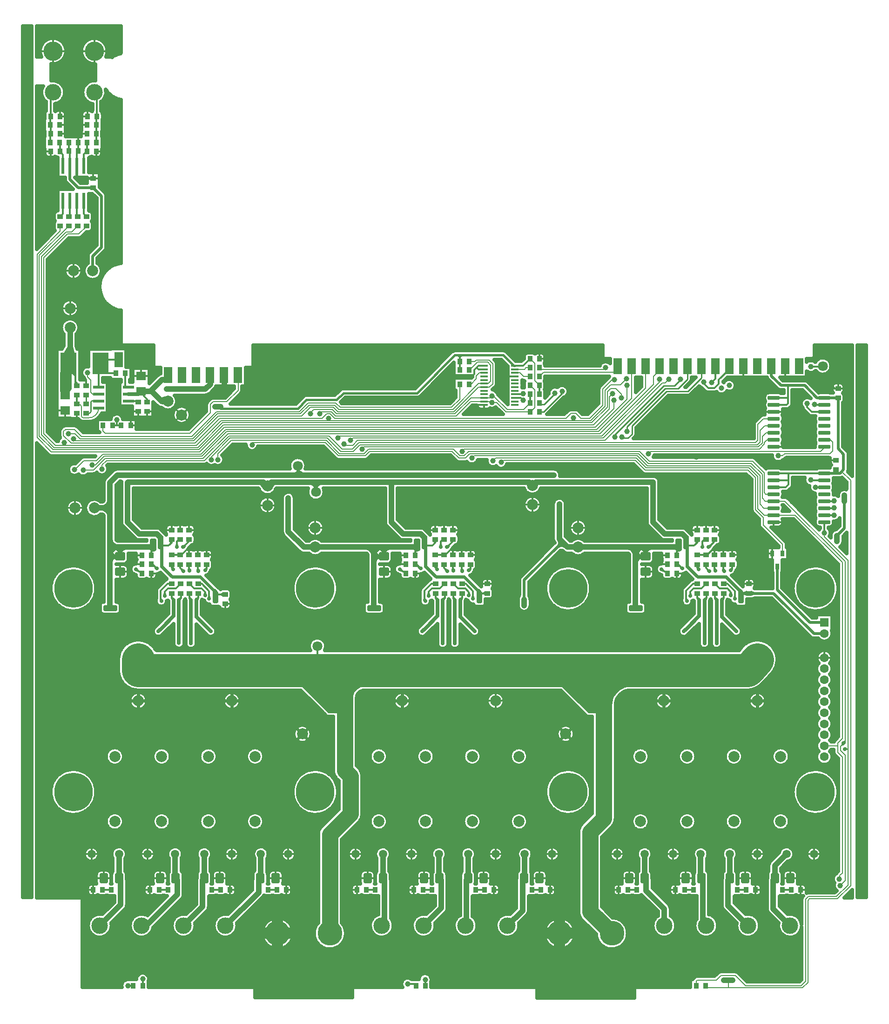
<source format=gbr>
G04 DipTrace 4.1.2.0*
G04 1_Layer_Top.gbr*
%MOIN*%
G04 #@! TF.FileFunction,Copper,L1,Top*
G04 #@! TF.Part,Single*
%AMOUTLINE0*
4,1,28,
-0.012402,0.019684,
0.012401,0.019686,
0.013776,0.019505,
0.015058,0.018974,
0.016159,0.018129,
0.017004,0.017028,
0.017535,0.015746,
0.017716,0.014371,
0.017717,-0.014369,
0.017536,-0.015745,
0.017005,-0.017027,
0.016161,-0.018128,
0.01506,-0.018972,
0.013778,-0.019503,
0.012402,-0.019684,
-0.012401,-0.019686,
-0.013776,-0.019505,
-0.015058,-0.018974,
-0.016159,-0.018129,
-0.017004,-0.017028,
-0.017535,-0.015746,
-0.017716,-0.014371,
-0.017717,0.014369,
-0.017536,0.015745,
-0.017005,0.017027,
-0.016161,0.018128,
-0.01506,0.018972,
-0.013778,0.019503,
-0.012402,0.019684,
0*%
%AMOUTLINE3*
4,1,28,
0.019685,0.012402,
0.019686,-0.012401,
0.019504,-0.013776,
0.018974,-0.015058,
0.018129,-0.016159,
0.017028,-0.017004,
0.015746,-0.017535,
0.014371,-0.017716,
-0.014369,-0.017717,
-0.015745,-0.017536,
-0.017027,-0.017005,
-0.018128,-0.016161,
-0.018972,-0.01506,
-0.019503,-0.013778,
-0.019685,-0.012402,
-0.019686,0.012401,
-0.019504,0.013776,
-0.018974,0.015058,
-0.018129,0.016159,
-0.017028,0.017004,
-0.015746,0.017535,
-0.014371,0.017716,
0.014369,0.017717,
0.015745,0.017536,
0.017027,0.017005,
0.018128,0.016161,
0.018972,0.01506,
0.019503,0.013778,
0.019685,0.012402,
0*%
%AMOUTLINE6*
4,1,28,
-0.019684,-0.012403,
-0.019686,0.0124,
-0.019505,0.013776,
-0.018974,0.015058,
-0.018129,0.016159,
-0.017029,0.017003,
-0.015747,0.017534,
-0.014371,0.017716,
0.014369,0.017717,
0.015745,0.017536,
0.017026,0.017006,
0.018127,0.016161,
0.018972,0.01506,
0.019503,0.013778,
0.019684,0.012403,
0.019686,-0.0124,
0.019505,-0.013776,
0.018974,-0.015058,
0.018129,-0.016159,
0.017029,-0.017003,
0.015747,-0.017534,
0.014371,-0.017716,
-0.014369,-0.017717,
-0.015745,-0.017536,
-0.017026,-0.017006,
-0.018127,-0.016161,
-0.018972,-0.01506,
-0.019503,-0.013778,
-0.019684,-0.012403,
0*%
%AMOUTLINE9*
4,1,28,
0.035433,0.020669,
0.035433,-0.020669,
0.035131,-0.022962,
0.034246,-0.025098,
0.032839,-0.026933,
0.031004,-0.028341,
0.028867,-0.029226,
0.026575,-0.029528,
-0.026575,-0.029528,
-0.028867,-0.029226,
-0.031004,-0.028341,
-0.032839,-0.026933,
-0.034246,-0.025098,
-0.035131,-0.022962,
-0.035433,-0.020669,
-0.035433,0.020669,
-0.035131,0.022962,
-0.034246,0.025098,
-0.032839,0.026933,
-0.031004,0.028341,
-0.028867,0.029226,
-0.026575,0.029528,
0.026575,0.029528,
0.028867,0.029226,
0.031004,0.028341,
0.032839,0.026933,
0.034246,0.025098,
0.035131,0.022962,
0.035433,0.020669,
0*%
%AMOUTLINE12*
4,1,28,
-0.020669,0.035433,
0.020669,0.035433,
0.022962,0.035131,
0.025098,0.034246,
0.026933,0.032839,
0.028341,0.031004,
0.029226,0.028867,
0.029528,0.026575,
0.029528,-0.026575,
0.029226,-0.028867,
0.028341,-0.031004,
0.026933,-0.032839,
0.025098,-0.034246,
0.022962,-0.035131,
0.020669,-0.035433,
-0.020669,-0.035433,
-0.022962,-0.035131,
-0.025098,-0.034246,
-0.026933,-0.032839,
-0.028341,-0.031004,
-0.029226,-0.028867,
-0.029528,-0.026575,
-0.029528,0.026575,
-0.029226,0.028867,
-0.028341,0.031004,
-0.026933,0.032839,
-0.025098,0.034246,
-0.022962,0.035131,
-0.020669,0.035433,
0*%
%AMOUTLINE15*
4,1,28,
0.026969,0.00374,
0.026969,-0.00374,
0.026834,-0.004759,
0.026441,-0.005709,
0.025815,-0.006524,
0.025,-0.00715,
0.02405,-0.007543,
0.023032,-0.007677,
-0.023032,-0.007677,
-0.02405,-0.007543,
-0.025,-0.00715,
-0.025815,-0.006524,
-0.026441,-0.005709,
-0.026834,-0.004759,
-0.026969,-0.00374,
-0.026969,0.00374,
-0.026834,0.004759,
-0.026441,0.005709,
-0.025815,0.006524,
-0.025,0.00715,
-0.02405,0.007543,
-0.023032,0.007677,
0.023032,0.007677,
0.02405,0.007543,
0.025,0.00715,
0.025815,0.006524,
0.026441,0.005709,
0.026834,0.004759,
0.026969,0.00374,
0*%
%AMOUTLINE18*
4,1,28,
-0.026969,-0.00374,
-0.026969,0.00374,
-0.026834,0.004759,
-0.026441,0.005709,
-0.025815,0.006524,
-0.025,0.00715,
-0.02405,0.007543,
-0.023032,0.007677,
0.023032,0.007677,
0.02405,0.007543,
0.025,0.00715,
0.025815,0.006524,
0.026441,0.005709,
0.026834,0.004759,
0.026969,0.00374,
0.026969,-0.00374,
0.026834,-0.004759,
0.026441,-0.005709,
0.025815,-0.006524,
0.025,-0.00715,
0.02405,-0.007543,
0.023032,-0.007677,
-0.023032,-0.007677,
-0.02405,-0.007543,
-0.025,-0.00715,
-0.025815,-0.006524,
-0.026441,-0.005709,
-0.026834,-0.004759,
-0.026969,-0.00374,
0*%
%AMOUTLINE21*
4,1,28,
0.04252,0.0063,
0.04252,-0.006298,
0.042292,-0.00803,
0.041623,-0.009645,
0.04056,-0.011031,
0.039174,-0.012094,
0.037559,-0.012763,
0.035827,-0.012991,
-0.035826,-0.012993,
-0.037559,-0.012765,
-0.039173,-0.012096,
-0.040559,-0.011033,
-0.041623,-0.009647,
-0.042291,-0.008033,
-0.04252,-0.0063,
-0.04252,0.006298,
-0.042292,0.00803,
-0.041623,0.009645,
-0.04056,0.011031,
-0.039174,0.012094,
-0.037559,0.012763,
-0.035827,0.012991,
0.035826,0.012993,
0.037559,0.012765,
0.039173,0.012096,
0.040559,0.011033,
0.041623,0.009647,
0.042291,0.008033,
0.04252,0.0063,
0*%
%AMOUTLINE24*
4,1,28,
-0.04252,-0.0063,
-0.04252,0.006298,
-0.042292,0.00803,
-0.041623,0.009645,
-0.04056,0.011031,
-0.039174,0.012094,
-0.037559,0.012763,
-0.035827,0.012991,
0.035826,0.012993,
0.037559,0.012765,
0.039173,0.012096,
0.040559,0.011033,
0.041623,0.009647,
0.042291,0.008033,
0.04252,0.0063,
0.04252,-0.006298,
0.042292,-0.00803,
0.041623,-0.009645,
0.04056,-0.011031,
0.039174,-0.012094,
0.037559,-0.012763,
0.035827,-0.012991,
-0.035826,-0.012993,
-0.037559,-0.012765,
-0.039173,-0.012096,
-0.040559,-0.011033,
-0.041623,-0.009647,
-0.042291,-0.008033,
-0.04252,-0.0063,
0*%
G04 #@! TA.AperFunction,Conductor*
%ADD10C,0.009843*%
%ADD16C,0.015748*%
G04 #@! TA.AperFunction,CopperBalancing*
%ADD17C,0.012992*%
%ADD18C,0.023622*%
G04 #@! TA.AperFunction,ViaPad*
%ADD19C,0.03937*%
G04 #@! TA.AperFunction,Conductor*
%ADD20C,0.019685*%
%ADD21C,0.007874*%
%ADD22C,0.23622*%
G04 #@! TA.AperFunction,ComponentPad*
%ADD23C,0.11811*%
G04 #@! TA.AperFunction,ViaPad*
%ADD24C,0.027559*%
G04 #@! TA.AperFunction,ComponentPad*
%ADD25C,0.137795*%
G04 #@! TA.AperFunction,Conductor*
%ADD26C,0.011811*%
G04 #@! TA.AperFunction,CopperBalancing*
%ADD27C,0.025*%
G04 #@! TA.AperFunction,ComponentPad*
%ADD28C,0.07874*%
%ADD30R,0.035X0.04*%
%ADD31R,0.04X0.035*%
G04 #@! TA.AperFunction,ComponentPad*
%ADD32C,0.07874*%
%ADD33R,0.070866X0.062992*%
G04 #@! TA.AperFunction,ComponentPad*
%ADD36C,0.059055*%
%ADD37R,0.062992X0.062992*%
%ADD38C,0.062992*%
%ADD39C,0.177165*%
%ADD40R,0.062992X0.106299*%
%ADD41R,0.11811X0.15748*%
%ADD42R,0.059055X0.114173*%
%ADD43C,0.070866*%
G04 #@! TA.AperFunction,ComponentPad*
%ADD44C,0.275591*%
%ADD45R,0.025591X0.041339*%
%ADD46R,0.023622X0.11811*%
%ADD47R,0.07874X0.023622*%
%ADD48R,0.082677X0.125984*%
G04 #@! TA.AperFunction,ComponentPad*
%ADD49C,0.062992*%
G04 #@! TA.AperFunction,ViaPad*
%ADD50C,0.04*%
%ADD102OUTLINE0*%
%ADD105OUTLINE3*%
%ADD108OUTLINE6*%
%ADD111OUTLINE9*%
%ADD114OUTLINE12*%
%ADD117OUTLINE15*%
%ADD120OUTLINE18*%
%ADD123OUTLINE21*%
%ADD126OUTLINE24*%
%FSLAX26Y26*%
G04*
G70*
G90*
G75*
G01*
G04 Top*
%LPD*%
G36*
X317809Y3670761D2*
X336933Y3667462D1*
X337583D1*
Y3686869D1*
X336933D1*
X317809Y3683570D1*
Y3670761D1*
G37*
G36*
X2900984Y2568504D2*
X2897835Y2580711D1*
Y2582089D1*
X2917126D1*
Y2580711D1*
X2913976Y2568504D1*
X2900984D1*
G37*
G36*
X2975674Y2569506D2*
X2972668Y2576772D1*
X2972696Y2578544D1*
X2995939D1*
X2995911Y2576772D1*
X2991613Y2567244D1*
X2975674Y2569506D1*
G37*
G36*
X2913976Y2585039D2*
X2917126Y2572833D1*
Y2571455D1*
X2897835D1*
Y2572833D1*
X2900984Y2585039D1*
X2913976D1*
G37*
G36*
X2904142Y2543640D2*
X2904272Y2549591D1*
X2904901Y2550817D1*
X2907480Y2562992D1*
X2920814Y2559517D1*
X2915748Y2555709D1*
X2904142Y2543640D1*
G37*
G36*
X2913976Y2557480D2*
X2917126Y2545274D1*
Y2543896D1*
X2897835D1*
Y2545274D1*
X2900984Y2557480D1*
X2913976D1*
G37*
G36*
X2915748Y2542717D2*
X2921260Y2535433D1*
X2907480D1*
X2901146Y2546222D1*
X2900996Y2547591D1*
X2904349Y2554904D1*
X2915748Y2542717D1*
G37*
X2907480Y2590551D2*
D17*
Y2549213D1*
X2964567D1*
X2986221Y2570866D1*
Y2594488D1*
X2907480Y2535433D2*
D18*
X2915354Y2527559D1*
Y2401478D1*
X2990060Y2326772D1*
X3192816D1*
X3301181Y2218407D1*
Y2212598D1*
G36*
X3325592Y2215157D2*
X3338617Y2221654D1*
X3340585D1*
Y2195669D1*
X3338617D1*
X3325592Y2202165D1*
Y2215157D1*
G37*
G36*
X3322654Y2202165D2*
X3309121Y2201336D1*
X3307772Y2201618D1*
X3311251Y2220593D1*
X3312600Y2220311D1*
X3322654Y2215157D1*
Y2202165D1*
G37*
X3358269Y2208661D2*
D17*
X3305118D1*
X3301181Y2212598D1*
X2907480Y2590551D2*
D19*
Y2606299D1*
X2879921Y2633858D1*
X2754777D1*
X2671260Y2717375D1*
Y2996063D1*
X2663386Y3003937D1*
X2710630D1*
X2757874D1*
G36*
X1011220Y2568504D2*
X1008071Y2580711D1*
Y2582089D1*
X1027362D1*
Y2580711D1*
X1024213Y2568504D1*
X1011220D1*
G37*
G36*
X1085910Y2569506D2*
X1082904Y2576772D1*
X1082932Y2578544D1*
X1106175D1*
X1106147Y2576772D1*
X1101849Y2567244D1*
X1085910Y2569506D1*
G37*
G36*
X1024213Y2585039D2*
X1027362Y2572833D1*
Y2571455D1*
X1008071D1*
Y2572833D1*
X1011220Y2585039D1*
X1024213D1*
G37*
G36*
X1014378Y2543640D2*
X1014508Y2549591D1*
X1015137Y2550817D1*
X1017717Y2562992D1*
X1031051Y2559517D1*
X1025984Y2555709D1*
X1014378Y2543640D1*
G37*
G36*
X1024213Y2557480D2*
X1027362Y2545274D1*
Y2543896D1*
X1008071D1*
Y2545274D1*
X1011220Y2557480D1*
X1024213D1*
G37*
G36*
X1025984Y2542717D2*
X1031496Y2535433D1*
X1017717D1*
X1011382Y2546222D1*
X1011232Y2547591D1*
X1014585Y2554904D1*
X1025984Y2542717D1*
G37*
X1017717Y2590551D2*
D17*
Y2549213D1*
X1074803D1*
X1096457Y2570866D1*
Y2594488D1*
X1017717Y2535433D2*
D18*
X1025591Y2527559D1*
Y2401478D1*
X1100297Y2326772D1*
X1303052D1*
X1411417Y2218407D1*
Y2212598D1*
G36*
X1447636Y2207283D2*
X1460661Y2213780D1*
X1462630D1*
Y2187795D1*
X1460661D1*
X1447636Y2194291D1*
Y2207283D1*
G37*
G36*
X1421238Y2194604D2*
X1414343Y2199133D1*
X1413404Y2200142D1*
X1424000Y2216263D1*
X1424939Y2215254D1*
X1429387Y2207283D1*
X1421238Y2194604D1*
G37*
X1480313Y2200787D2*
D17*
X1423228D1*
X1411417Y2212598D1*
X1017717Y2590551D2*
D19*
Y2606299D1*
X990157Y2633858D1*
X865013D1*
X781496Y2717375D1*
Y3001969D1*
X783465Y3003937D1*
X822835D1*
X862205D1*
G36*
X4775000Y2568504D2*
X4771850Y2580711D1*
Y2582089D1*
X4791142D1*
Y2580711D1*
X4787992Y2568504D1*
X4775000D1*
G37*
G36*
X4849689Y2569506D2*
X4846684Y2576772D1*
X4846712Y2578544D1*
X4869955D1*
X4869927Y2576772D1*
X4865629Y2567244D1*
X4849689Y2569506D1*
G37*
G36*
X4787992Y2585039D2*
X4791142Y2572833D1*
Y2571455D1*
X4771850D1*
Y2572833D1*
X4775000Y2585039D1*
X4787992D1*
G37*
G36*
X4778158Y2543640D2*
X4778288Y2549591D1*
X4778917Y2550817D1*
X4781496Y2562992D1*
X4794830Y2559517D1*
X4789764Y2555709D1*
X4778158Y2543640D1*
G37*
G36*
X4787992Y2557480D2*
X4791142Y2545274D1*
Y2543896D1*
X4771850D1*
Y2545274D1*
X4775000Y2557480D1*
X4787992D1*
G37*
G36*
X4789764Y2542717D2*
X4795276Y2535433D1*
X4781496D1*
X4775161Y2546222D1*
X4775012Y2547591D1*
X4778364Y2554904D1*
X4789764Y2542717D1*
G37*
X4781496Y2590551D2*
D17*
Y2549213D1*
X4838583D1*
X4860236Y2570866D1*
Y2594488D1*
X4781496Y2535433D2*
D18*
X4789370Y2527559D1*
Y2401478D1*
X4864076Y2326772D1*
X5066832D1*
X5175197Y2218407D1*
Y2212598D1*
G36*
X5192915Y2218504D2*
X5216268Y2226116D1*
X5218236D1*
Y2191207D1*
X5216268D1*
X5192915Y2198819D1*
Y2218504D1*
G37*
X5232285Y2208661D2*
D20*
X5179134D1*
X5175197Y2212598D1*
X4781496Y2590551D2*
D19*
Y2606299D1*
X4753937Y2633858D1*
X4628793D1*
X4545276Y2717375D1*
Y3003937D1*
X4464567D1*
X4503937D1*
X4543307D1*
G36*
X415945Y3725492D2*
X426178Y3712500D1*
X426673Y3710822D1*
X402231D1*
X401735Y3712500D1*
X402953Y3725492D1*
X415945D1*
G37*
G36*
X402953Y3762402D2*
X387684Y3775394D1*
X383609Y3782131D1*
X408934D1*
X413009Y3775394D1*
X415945Y3762402D1*
X402953D1*
G37*
X417323Y3695000D2*
D17*
X409449D1*
Y3802953D1*
X358268Y3854134D1*
G36*
X346898Y3671899D2*
X338042Y3672582D1*
X336341Y3673573D1*
X318898Y3677165D1*
X323863Y3696214D1*
X328740Y3688976D1*
X346898Y3671899D1*
G37*
G36*
X328740Y3755906D2*
X325334Y3775394D1*
X327098Y3783068D1*
X364243D1*
X362479Y3775394D1*
X348425Y3755906D1*
X328740D1*
G37*
G36*
X326772Y3683661D2*
X344210Y3690945D1*
X346178D1*
Y3663386D1*
X344210D1*
X326772Y3670669D1*
Y3683661D1*
G37*
G36*
X348425Y3688976D2*
X358268Y3696850D1*
Y3677165D1*
X342846Y3668190D1*
X340899Y3667902D1*
X330057Y3672247D1*
X348425Y3688976D1*
G37*
G36*
X330268Y3721802D2*
X339124Y3721119D1*
X340825Y3720128D1*
X358268Y3716535D1*
X353303Y3697487D1*
X348425Y3704724D1*
X330268Y3721802D1*
G37*
G36*
X348425Y3728346D2*
X358268Y3736220D1*
Y3716535D1*
X342846Y3707560D1*
X340899Y3707272D1*
X330057Y3711617D1*
X348425Y3728346D1*
G37*
G36*
X330268Y3761172D2*
X339124Y3760489D1*
X340825Y3759498D1*
X358268Y3755906D1*
X353303Y3736857D1*
X348425Y3744094D1*
X330268Y3761172D1*
G37*
G36*
X348425Y3767717D2*
X358268Y3775591D1*
Y3755906D1*
X342846Y3746930D1*
X340899Y3746642D1*
X330057Y3750987D1*
X348425Y3767717D1*
G37*
G36*
X317809Y3670761D2*
X336933Y3667462D1*
X337583D1*
Y3686869D1*
X336933D1*
X317809Y3683570D1*
Y3670761D1*
G37*
G36*
X359356Y3683570D2*
X340232Y3686869D1*
X339583D1*
Y3667462D1*
X340232D1*
X359356Y3670761D1*
Y3683570D1*
G37*
X318898Y3677165D2*
D17*
X338583D1*
D20*
Y3716535D1*
Y3755906D1*
Y3834449D1*
X358268Y3854134D1*
G36*
X350394Y3670669D2*
X332956Y3663386D1*
X330987D1*
Y3690945D1*
X332956D1*
X350394Y3683661D1*
Y3670669D1*
G37*
G36*
X326772Y3683661D2*
X344210Y3690945D1*
X346178D1*
Y3663386D1*
X344210D1*
X326772Y3670669D1*
Y3683661D1*
G37*
G36*
X338583Y3670669D2*
X318898Y3683661D1*
X320437Y3683783D1*
X321939Y3684143D1*
X323366Y3684734D1*
X324683Y3685541D1*
X325857Y3686544D1*
X326860Y3687719D1*
X327667Y3689036D1*
X328258Y3690462D1*
X328619Y3691964D1*
X328740Y3693504D1*
X348425D1*
X348546Y3691964D1*
X348907Y3690462D1*
X349498Y3689036D1*
X350305Y3687719D1*
X351308Y3686544D1*
X352482Y3685541D1*
X353799Y3684734D1*
X355226Y3684143D1*
X356728Y3683783D1*
X358268Y3683661D1*
X338583Y3670669D1*
G37*
X318898Y3677165D2*
D17*
X358268D1*
G36*
X328740Y3704724D2*
X318898Y3696850D1*
Y3716535D1*
X334319Y3725511D1*
X336267Y3725799D1*
X347108Y3721454D1*
X328740Y3704724D1*
G37*
G36*
X346898Y3711269D2*
X338042Y3711952D1*
X336341Y3712943D1*
X318898Y3716535D1*
X323863Y3735584D1*
X328740Y3728346D1*
X346898Y3711269D1*
G37*
G36*
X326772Y3723031D2*
X344210Y3730315D1*
X346178D1*
Y3702756D1*
X344210D1*
X326772Y3710039D1*
Y3723031D1*
G37*
G36*
X328740Y3700197D2*
X328619Y3701737D1*
X328258Y3703238D1*
X327667Y3704665D1*
X326860Y3705982D1*
X325857Y3707157D1*
X324683Y3708160D1*
X323366Y3708967D1*
X321939Y3709558D1*
X320437Y3709918D1*
X318898Y3710039D1*
Y3723031D1*
X320437Y3723153D1*
X321939Y3723513D1*
X323366Y3724104D1*
X324683Y3724911D1*
X325857Y3725914D1*
X326860Y3727089D1*
X327667Y3728406D1*
X328258Y3729833D1*
X328619Y3731334D1*
X328740Y3732874D1*
X345079Y3716535D1*
X328740Y3700197D1*
G37*
X318898Y3716535D2*
D17*
X338583D1*
G36*
X350394Y3710039D2*
X332956Y3702756D1*
X330987D1*
Y3730315D1*
X332956D1*
X350394Y3723031D1*
Y3710039D1*
G37*
G36*
X326772Y3723031D2*
X344210Y3730315D1*
X346178D1*
Y3702756D1*
X344210D1*
X326772Y3710039D1*
Y3723031D1*
G37*
G36*
X358268Y3710039D2*
X356728Y3709918D1*
X355226Y3709558D1*
X353799Y3708967D1*
X352482Y3708160D1*
X351308Y3707157D1*
X350305Y3705982D1*
X349498Y3704665D1*
X348907Y3703238D1*
X348546Y3701737D1*
X348425Y3700197D1*
X328740D1*
X328619Y3701737D1*
X328258Y3703238D1*
X327667Y3704665D1*
X326860Y3705982D1*
X325857Y3707157D1*
X324683Y3708160D1*
X323366Y3708967D1*
X321939Y3709558D1*
X320437Y3709918D1*
X318898Y3710039D1*
Y3723031D1*
X320437Y3723153D1*
X321939Y3723513D1*
X323366Y3724104D1*
X324683Y3724911D1*
X325857Y3725914D1*
X326860Y3727089D1*
X327667Y3728406D1*
X328258Y3729833D1*
X328619Y3731334D1*
X328740Y3732874D1*
X348425D1*
X348546Y3731334D1*
X348907Y3729833D1*
X349498Y3728406D1*
X350305Y3727089D1*
X351308Y3725914D1*
X352482Y3724911D1*
X353799Y3724104D1*
X355226Y3723513D1*
X356728Y3723153D1*
X358268Y3723031D1*
Y3710039D1*
G37*
G36*
D2*
X356728Y3709918D1*
X355226Y3709558D1*
X353799Y3708967D1*
X352482Y3708160D1*
X351308Y3707157D1*
X350305Y3705982D1*
X349498Y3704665D1*
X348907Y3703238D1*
X348546Y3701737D1*
X348425Y3700197D1*
X328740D1*
X328619Y3701737D1*
X328258Y3703238D1*
X327667Y3704665D1*
X326860Y3705982D1*
X325857Y3707157D1*
X324683Y3708160D1*
X323366Y3708967D1*
X321939Y3709558D1*
X320437Y3709918D1*
X318898Y3710039D1*
Y3723031D1*
X320437Y3723153D1*
X321939Y3723513D1*
X323366Y3724104D1*
X324683Y3724911D1*
X325857Y3725914D1*
X326860Y3727089D1*
X327667Y3728406D1*
X328258Y3729833D1*
X328619Y3731334D1*
X328740Y3732874D1*
X348425D1*
X348546Y3731334D1*
X348907Y3729833D1*
X349498Y3728406D1*
X350305Y3727089D1*
X351308Y3725914D1*
X352482Y3724911D1*
X353799Y3724104D1*
X355226Y3723513D1*
X356728Y3723153D1*
X358268Y3723031D1*
Y3710039D1*
G37*
X318898Y3716535D2*
D17*
X358268D1*
G36*
X328740Y3744094D2*
X318898Y3736220D1*
Y3755906D1*
X334319Y3764881D1*
X336267Y3765169D1*
X347108Y3760824D1*
X328740Y3744094D1*
G37*
G36*
X346898Y3750639D2*
X338042Y3751322D1*
X336341Y3752313D1*
X318898Y3755906D1*
X323863Y3774954D1*
X328740Y3767717D1*
X346898Y3750639D1*
G37*
G36*
X326772Y3762402D2*
X344210Y3769685D1*
X346178D1*
Y3742126D1*
X344210D1*
X326772Y3749409D1*
Y3762402D1*
G37*
G36*
X328740Y3739567D2*
X328619Y3741107D1*
X328258Y3742608D1*
X327667Y3744035D1*
X326860Y3745352D1*
X325857Y3746527D1*
X324683Y3747530D1*
X323366Y3748337D1*
X321939Y3748928D1*
X320437Y3749288D1*
X318898Y3749409D1*
Y3762402D1*
X320437Y3762523D1*
X321939Y3762883D1*
X323366Y3763474D1*
X324683Y3764281D1*
X325857Y3765284D1*
X326860Y3766459D1*
X327667Y3767776D1*
X328258Y3769203D1*
X328619Y3770704D1*
X328740Y3772244D1*
X345079Y3755906D1*
X328740Y3739567D1*
G37*
X318898Y3755906D2*
D17*
X338583D1*
G36*
X350394Y3749409D2*
X332956Y3742126D1*
X330987D1*
Y3769685D1*
X332956D1*
X350394Y3762402D1*
Y3749409D1*
G37*
G36*
X326772Y3762402D2*
X344210Y3769685D1*
X346178D1*
Y3742126D1*
X344210D1*
X326772Y3749409D1*
Y3762402D1*
G37*
G36*
X358268Y3749409D2*
X356728Y3749288D1*
X355226Y3748928D1*
X353799Y3748337D1*
X352482Y3747530D1*
X351308Y3746527D1*
X350305Y3745352D1*
X349498Y3744035D1*
X348907Y3742608D1*
X348546Y3741107D1*
X348425Y3739567D1*
X328740D1*
X328619Y3741107D1*
X328258Y3742608D1*
X327667Y3744035D1*
X326860Y3745352D1*
X325857Y3746527D1*
X324683Y3747530D1*
X323366Y3748337D1*
X321939Y3748928D1*
X320437Y3749288D1*
X318898Y3749409D1*
Y3762402D1*
X320437Y3762523D1*
X321939Y3762883D1*
X323366Y3763474D1*
X324683Y3764281D1*
X325857Y3765284D1*
X326860Y3766459D1*
X327667Y3767776D1*
X328258Y3769203D1*
X328619Y3770704D1*
X328740Y3772244D1*
X348425D1*
X348546Y3770704D1*
X348907Y3769203D1*
X349498Y3767776D1*
X350305Y3766459D1*
X351308Y3765284D1*
X352482Y3764281D1*
X353799Y3763474D1*
X355226Y3762883D1*
X356728Y3762523D1*
X358268Y3762402D1*
Y3749409D1*
G37*
G36*
D2*
X356728Y3749288D1*
X355226Y3748928D1*
X353799Y3748337D1*
X352482Y3747530D1*
X351308Y3746527D1*
X350305Y3745352D1*
X349498Y3744035D1*
X348907Y3742608D1*
X348546Y3741107D1*
X348425Y3739567D1*
X328740D1*
X328619Y3741107D1*
X328258Y3742608D1*
X327667Y3744035D1*
X326860Y3745352D1*
X325857Y3746527D1*
X324683Y3747530D1*
X323366Y3748337D1*
X321939Y3748928D1*
X320437Y3749288D1*
X318898Y3749409D1*
Y3762402D1*
X320437Y3762523D1*
X321939Y3762883D1*
X323366Y3763474D1*
X324683Y3764281D1*
X325857Y3765284D1*
X326860Y3766459D1*
X327667Y3767776D1*
X328258Y3769203D1*
X328619Y3770704D1*
X328740Y3772244D1*
X348425D1*
X348546Y3770704D1*
X348907Y3769203D1*
X349498Y3767776D1*
X350305Y3766459D1*
X351308Y3765284D1*
X352482Y3764281D1*
X353799Y3763474D1*
X355226Y3762883D1*
X356728Y3762523D1*
X358268Y3762402D1*
Y3749409D1*
G37*
X318898Y3755906D2*
D17*
X358268D1*
G36*
X1760559Y3023064D2*
X1771606Y3013920D1*
X1774309Y3011057D1*
X1748396Y2962410D1*
X1745693Y2965273D1*
X1731726Y2984252D1*
X1760559Y3023064D1*
G37*
X862205Y3003937D2*
D19*
X1755905D1*
X1783464Y2976378D1*
G36*
X1835202Y2984252D2*
X1821236Y2965273D1*
X1818532Y2962410D1*
X1792620Y3011057D1*
X1795323Y3013920D1*
X1806370Y3023064D1*
X1835202Y2984252D1*
G37*
X2663386Y3003937D2*
D19*
X2129921D1*
X1811023D1*
X1783464Y2976378D1*
X2757874Y3003937D2*
X3657480D1*
X3681102Y2980315D1*
X4464567Y3003937D2*
X3704724D1*
X3681102Y2980315D1*
G36*
X2175787Y2984252D2*
X2169629Y2983767D1*
X2163621Y2982325D1*
X2157914Y2979961D1*
X2152646Y2976733D1*
X2147949Y2972721D1*
X2143936Y2968023D1*
X2140708Y2962756D1*
X2138344Y2957048D1*
X2136902Y2951041D1*
X2136417Y2944882D1*
X2123425D1*
X2122940Y2951041D1*
X2121498Y2957048D1*
X2119134Y2962756D1*
X2115906Y2968023D1*
X2111894Y2972721D1*
X2107196Y2976733D1*
X2101929Y2979961D1*
X2096221Y2982325D1*
X2090214Y2983767D1*
X2084055Y2984252D1*
X2129921Y3010433D1*
X2175787Y2984252D1*
G37*
X2129921Y2933071D2*
D17*
Y3003937D1*
G36*
X5271655Y2198819D2*
X5248302Y2191207D1*
X5246334D1*
Y2226116D1*
X5248302D1*
X5271655Y2218504D1*
Y2198819D1*
G37*
X5232285Y2208661D2*
D20*
X5409450D1*
X5696852Y1921260D1*
X5771654D1*
G36*
X389764Y3972244D2*
X402489Y3932874D1*
X401596Y3925051D1*
X325902D1*
X326795Y3932874D1*
X350394Y3972244D1*
X389764D1*
G37*
X358268Y3854134D2*
D19*
X370079D1*
Y4110236D1*
G36*
X331403Y3659488D2*
X338584Y3676968D1*
X339976Y3678360D1*
X359463Y3658873D1*
X358071Y3657481D1*
X340590Y3650301D1*
X331403Y3659488D1*
G37*
X334646Y3625984D2*
D17*
Y3653543D1*
X358268Y3677165D1*
X2856299Y2553150D2*
D19*
Y2539370D1*
X2618110D1*
X2545276D1*
Y2472441D1*
Y2102362D1*
G36*
X2604331Y2465945D2*
X2598172Y2465460D1*
X2592165Y2464018D1*
X2586457Y2461654D1*
X2581190Y2458426D1*
X2576492Y2454414D1*
X2572480Y2449716D1*
X2569252Y2444448D1*
X2566888Y2438741D1*
X2565445Y2432734D1*
X2564961Y2426575D1*
X2538780Y2472441D1*
X2564961Y2518307D1*
X2565445Y2512148D1*
X2566888Y2506141D1*
X2569252Y2500433D1*
X2572480Y2495166D1*
X2576492Y2490468D1*
X2581190Y2486456D1*
X2586457Y2483228D1*
X2592165Y2480864D1*
X2598172Y2479422D1*
X2604331Y2478937D1*
Y2465945D1*
G37*
X2618110Y2472441D2*
D17*
X2545276D1*
G36*
X2663976Y2519685D2*
X2657818Y2519200D1*
X2651810Y2517758D1*
X2646103Y2515394D1*
X2640835Y2512166D1*
X2636138Y2508154D1*
X2632125Y2503456D1*
X2628897Y2498189D1*
X2626533Y2492481D1*
X2625091Y2486474D1*
X2624606Y2480315D1*
X2611614D1*
X2611129Y2486474D1*
X2609687Y2492481D1*
X2607323Y2498189D1*
X2604095Y2503456D1*
X2600083Y2508154D1*
X2595385Y2512166D1*
X2590118Y2515394D1*
X2584410Y2517758D1*
X2578403Y2519200D1*
X2572244Y2519685D1*
X2618110Y2545866D1*
X2663976Y2519685D1*
G37*
X2618110Y2472441D2*
D17*
Y2539370D1*
G36*
X2834567Y2508433D2*
X2843605Y2527015D1*
X2844645Y2527919D1*
X2863832Y2510404D1*
X2862792Y2509500D1*
X2847047Y2504403D1*
X2834567Y2508433D1*
G37*
X2840551Y2480315D2*
D17*
Y2505906D1*
X2856299Y2521654D1*
X1933071Y2811024D2*
D19*
Y2850394D1*
Y2889764D1*
X966535Y2553150D2*
Y2539370D1*
X728346D1*
X655512D1*
Y2472441D1*
Y2102362D1*
G36*
X714567Y2465945D2*
X708408Y2465460D1*
X702401Y2464018D1*
X696693Y2461654D1*
X691426Y2458426D1*
X686728Y2454414D1*
X682716Y2449716D1*
X679488Y2444448D1*
X677124Y2438741D1*
X675682Y2432734D1*
X675197Y2426575D1*
X649016Y2472441D1*
X675197Y2518307D1*
X675682Y2512148D1*
X677124Y2506141D1*
X679488Y2500433D1*
X682716Y2495166D1*
X686728Y2490468D1*
X691426Y2486456D1*
X696693Y2483228D1*
X702401Y2480864D1*
X708408Y2479422D1*
X714567Y2478937D1*
Y2465945D1*
G37*
X728346Y2472441D2*
D17*
X655512D1*
G36*
X774213Y2519685D2*
X768054Y2519200D1*
X762047Y2517758D1*
X756339Y2515394D1*
X751071Y2512166D1*
X746374Y2508154D1*
X742362Y2503456D1*
X739134Y2498189D1*
X736769Y2492481D1*
X735327Y2486474D1*
X734843Y2480315D1*
X721850D1*
X721366Y2486474D1*
X719923Y2492481D1*
X717559Y2498189D1*
X714331Y2503456D1*
X710319Y2508154D1*
X705621Y2512166D1*
X700354Y2515394D1*
X694646Y2517758D1*
X688639Y2519200D1*
X682480Y2519685D1*
X728346Y2545866D1*
X774213Y2519685D1*
G37*
X728346Y2472441D2*
D17*
Y2539370D1*
G36*
X944803Y2508433D2*
X953842Y2527015D1*
X954882Y2527919D1*
X974068Y2510404D1*
X973028Y2509500D1*
X957283Y2504403D1*
X944803Y2508433D1*
G37*
X950787Y2480315D2*
D17*
Y2505906D1*
X966535Y2521654D1*
X3755906Y3055118D2*
D19*
X3795276D1*
X3834646D1*
X4730315Y2553150D2*
Y2539370D1*
X4492126D1*
X4419291D1*
Y2472441D1*
Y2102362D1*
G36*
X4478346Y2465945D2*
X4472188Y2465460D1*
X4466180Y2464018D1*
X4460473Y2461654D1*
X4455205Y2458426D1*
X4450508Y2454414D1*
X4446495Y2449716D1*
X4443267Y2444448D1*
X4440903Y2438741D1*
X4439461Y2432734D1*
X4438976Y2426575D1*
X4412795Y2472441D1*
X4438976Y2518307D1*
X4439461Y2512148D1*
X4440903Y2506141D1*
X4443267Y2500433D1*
X4446495Y2495166D1*
X4450508Y2490468D1*
X4455205Y2486456D1*
X4460473Y2483228D1*
X4466180Y2480864D1*
X4472188Y2479422D1*
X4478346Y2478937D1*
Y2465945D1*
G37*
X4492126Y2472441D2*
D17*
X4419291D1*
G36*
X4537992Y2519685D2*
X4531833Y2519200D1*
X4525826Y2517758D1*
X4520118Y2515394D1*
X4514851Y2512166D1*
X4510153Y2508154D1*
X4506141Y2503456D1*
X4502913Y2498189D1*
X4500549Y2492481D1*
X4499107Y2486474D1*
X4498622Y2480315D1*
X4485630D1*
X4485145Y2486474D1*
X4483703Y2492481D1*
X4481339Y2498189D1*
X4478111Y2503456D1*
X4474099Y2508154D1*
X4469401Y2512166D1*
X4464133Y2515394D1*
X4458426Y2517758D1*
X4452419Y2519200D1*
X4446260Y2519685D1*
X4492126Y2545866D1*
X4537992Y2519685D1*
G37*
X4492126Y2472441D2*
D17*
Y2539370D1*
G36*
X4708583Y2508433D2*
X4717621Y2527015D1*
X4718661Y2527919D1*
X4737848Y2510404D1*
X4736808Y2509500D1*
X4721063Y2504403D1*
X4708583Y2508433D1*
G37*
X4714567Y2480315D2*
D17*
Y2505906D1*
X4730315Y2521654D1*
X3874016Y2767717D2*
D19*
Y2807087D1*
Y2846457D1*
X1976378Y3055118D2*
X2000000D1*
X3755906D1*
X1889764D2*
X1933071D1*
X1976378D1*
G36*
X714567Y2519685D2*
X708408Y2519200D1*
X702401Y2517758D1*
X696693Y2515394D1*
X691426Y2512166D1*
X686728Y2508154D1*
X682716Y2503456D1*
X679488Y2498189D1*
X677124Y2492481D1*
X675682Y2486474D1*
X675197Y2480315D1*
X635827Y2539370D1*
X675197Y2598425D1*
X675682Y2592266D1*
X677124Y2586259D1*
X679488Y2580552D1*
X682716Y2575284D1*
X686728Y2570586D1*
X691426Y2566574D1*
X696693Y2563346D1*
X702401Y2560982D1*
X708408Y2559540D1*
X714567Y2559055D1*
Y2519685D1*
G37*
X655512Y2539370D2*
D19*
Y2818898D1*
Y3001969D1*
X708661Y3055118D1*
X1216535D1*
G36*
X1281299Y3767717D2*
X1288583Y3750278D1*
Y3748310D1*
X1261024D1*
Y3750278D1*
X1268307Y3767717D1*
X1281299D1*
G37*
G36*
X1268307Y3740157D2*
X1261024Y3757596D1*
Y3759564D1*
X1288583D1*
Y3757596D1*
X1281299Y3740157D1*
X1268307D1*
G37*
X1274803Y3736220D2*
D17*
Y3771654D1*
G36*
X1281299Y3803150D2*
X1288583Y3785711D1*
Y3783743D1*
X1261024D1*
Y3785711D1*
X1268307Y3803150D1*
X1281299D1*
G37*
G36*
X1268307Y3775591D2*
X1261024Y3793029D1*
Y3794997D1*
X1288583D1*
Y3793029D1*
X1281299Y3775591D1*
X1268307D1*
G37*
X1274803Y3771654D2*
D17*
Y3807087D1*
Y3771654D2*
X1272441D1*
X1216535Y3055118D2*
D19*
X1271654D1*
X1326772D1*
X1889764D1*
X3556102Y3837598D2*
D17*
X3615159D1*
X3663386Y3885825D1*
G36*
X635827Y2759843D2*
X635342Y2766001D1*
X633900Y2772009D1*
X631536Y2777716D1*
X628308Y2782984D1*
X624296Y2787681D1*
X619598Y2791694D1*
X614330Y2794922D1*
X608623Y2797286D1*
X602616Y2798728D1*
X596457Y2799213D1*
Y2838583D1*
X602616Y2839067D1*
X608623Y2840510D1*
X614330Y2842874D1*
X619598Y2846102D1*
X624296Y2850114D1*
X628308Y2854812D1*
X631536Y2860079D1*
X633900Y2865787D1*
X635342Y2871794D1*
X635827Y2877953D1*
X675197Y2818898D1*
X635827Y2759843D1*
G37*
X543307Y2818898D2*
D19*
X655512D1*
G36*
X2604331Y2519685D2*
X2598172Y2519200D1*
X2592165Y2517758D1*
X2586457Y2515394D1*
X2581190Y2512166D1*
X2576492Y2508154D1*
X2572480Y2503456D1*
X2569252Y2498189D1*
X2566888Y2492481D1*
X2565445Y2486474D1*
X2564961Y2480315D1*
X2525591D1*
X2525106Y2486474D1*
X2523664Y2492481D1*
X2521299Y2498189D1*
X2518072Y2503456D1*
X2514059Y2508154D1*
X2509362Y2512166D1*
X2504094Y2515394D1*
X2498386Y2517758D1*
X2492379Y2519200D1*
X2486220Y2519685D1*
X2545276Y2559055D1*
X2604331Y2519685D1*
G37*
X2545276Y2539370D2*
D19*
X2125984D1*
X2043307D1*
X1933071Y2649606D1*
Y2811024D1*
G36*
X4478346Y2519685D2*
X4472188Y2519200D1*
X4466180Y2517758D1*
X4460473Y2515394D1*
X4455205Y2512166D1*
X4450508Y2508154D1*
X4446495Y2503456D1*
X4443267Y2498189D1*
X4440903Y2492481D1*
X4439461Y2486474D1*
X4438976Y2480315D1*
X4399606D1*
X4399122Y2486474D1*
X4397679Y2492481D1*
X4395315Y2498189D1*
X4392087Y2503456D1*
X4388075Y2508154D1*
X4383377Y2512166D1*
X4378110Y2515394D1*
X4372402Y2517758D1*
X4366395Y2519200D1*
X4360236Y2519685D1*
X4419291Y2559055D1*
X4478346Y2519685D1*
G37*
X4419291Y2539370D2*
D19*
X4007874D1*
X3933071D1*
X3898190Y2574251D1*
X3874016Y2598425D1*
Y2767717D1*
G36*
X2000000Y3048622D2*
X1976378Y3074803D1*
X1979057Y3075014D1*
X1981670Y3075641D1*
X1984153Y3076670D1*
X1986444Y3078074D1*
X1988488Y3079819D1*
X1990233Y3081863D1*
X1991637Y3084154D1*
X1992666Y3086637D1*
X1993293Y3089250D1*
X1993504Y3091929D1*
X2006496Y3114173D1*
X2006981Y3108014D1*
X2008423Y3102007D1*
X2010787Y3096300D1*
X2014015Y3091032D1*
X2018027Y3086334D1*
X2022725Y3082322D1*
X2027993Y3079094D1*
X2033700Y3076730D1*
X2039707Y3075288D1*
X2045866Y3074803D1*
X2000000Y3048622D1*
G37*
Y3122047D2*
D17*
Y3055118D1*
G36*
X3916548Y2528054D2*
X3911851Y2532066D1*
X3906583Y2535294D1*
X3900876Y2537658D1*
X3894868Y2539100D1*
X3888710Y2539585D1*
X3882551Y2539100D1*
X3876544Y2537658D1*
X3870836Y2535294D1*
X3865568Y2532066D1*
X3860871Y2528054D1*
X3857575Y2552597D1*
X3860056Y2555502D1*
X3862052Y2558759D1*
X3863514Y2562289D1*
X3864406Y2566003D1*
X3864706Y2569812D1*
X3864406Y2573620D1*
X3863514Y2577335D1*
X3862052Y2580865D1*
X3860056Y2584122D1*
X3857575Y2587027D1*
X3902629Y2583731D1*
X3916548Y2528054D1*
G37*
X3622047Y2165354D2*
D20*
Y2303150D1*
X3893148Y2574251D1*
X3898190D1*
X3622047Y2122047D2*
D19*
Y2165354D1*
X3663386Y3885825D2*
D21*
X3665356D1*
X3696850Y3854331D1*
Y3730316D1*
X3730315Y3696852D1*
Y3633860D2*
D17*
Y3696852D1*
X3161417Y3807087D2*
Y3866142D1*
X3556102Y3837598D2*
D16*
X3548228D1*
X3472441Y3913386D1*
X3161417D1*
X3125984D1*
X2854331Y3641732D1*
X2326772D1*
X2279528Y3594488D1*
X2062992D1*
X2000000Y3531496D1*
X1448819D1*
Y3543307D1*
G36*
X3183661Y3905512D2*
X3181198Y3905318D1*
X3178795Y3904741D1*
X3176512Y3903795D1*
X3174405Y3902504D1*
X3172526Y3900899D1*
X3170921Y3899020D1*
X3169630Y3896913D1*
X3168684Y3894630D1*
X3168107Y3892227D1*
X3167913Y3889764D1*
X3154921D1*
X3154727Y3892227D1*
X3154150Y3894630D1*
X3153205Y3896913D1*
X3151914Y3899020D1*
X3150309Y3900899D1*
X3148430Y3902504D1*
X3146323Y3903795D1*
X3144040Y3904741D1*
X3141637Y3905318D1*
X3139173Y3905512D1*
X3161417Y3919882D1*
X3183661Y3905512D1*
G37*
X3161417Y3866142D2*
D17*
Y3913386D1*
X1448819Y3543307D2*
D19*
X1409449D1*
X1373228Y3736220D2*
D17*
Y3771654D1*
Y3807087D1*
Y3771654D2*
X1372441D1*
X1137795Y3669291D2*
D19*
X1338583D1*
X1373228Y3703937D1*
Y3736220D1*
X1102362Y3669291D2*
X1137795D1*
X1102362D2*
X1062992D1*
X368898Y5267717D2*
D17*
Y5367322D1*
X362205Y5374014D1*
Y5433071D1*
X531496Y4515749D2*
D20*
Y4622047D1*
X594488Y4685039D1*
Y5051181D1*
X535433Y5110236D1*
X429134D1*
X368898Y5170472D1*
Y5267717D1*
X858265Y1734252D2*
D22*
Y1657480D1*
X935037D1*
X1450194D1*
X2037451D1*
X2338583D1*
X2710533D1*
X3369689D1*
X4151428D1*
X4584549D1*
X5221034D1*
X5253840Y1690286D1*
X5291334Y1734252D1*
G36*
X4383330Y1539370D2*
X4362780Y1537753D1*
X4342737Y1532941D1*
X4323693Y1525053D1*
X4306118Y1514282D1*
X4290443Y1500895D1*
X4277056Y1485221D1*
X4266286Y1467646D1*
X4258398Y1448602D1*
X4253586Y1428558D1*
X4251969Y1408009D1*
X4133858D1*
X4132241Y1428558D1*
X4127429Y1448602D1*
X4119541Y1467646D1*
X4108770Y1485221D1*
X4095383Y1500895D1*
X4079709Y1514282D1*
X4062134Y1525053D1*
X4043090Y1532941D1*
X4023046Y1537753D1*
X4002497Y1539370D1*
X4192913Y1716535D1*
X4383330Y1539370D1*
G37*
X4128018Y1411482D2*
D23*
X4192913D1*
Y1615995D1*
X4151428Y1657480D1*
X4250000Y-224409D2*
X4094488Y-68898D1*
Y500000D1*
X4192913Y598425D1*
Y1411482D1*
X2141732Y1830709D2*
D17*
Y1761761D1*
X2037451Y1657480D1*
X2710533Y1683071D2*
Y1657480D1*
X3379921Y1681102D2*
Y1667713D1*
X3369689Y1657480D1*
X858265Y1734252D2*
D3*
X858171Y1671260D2*
X935037Y1657480D1*
X1490157Y1681102D2*
X1473816D1*
X1450194Y1657480D1*
X4584549Y1683071D2*
Y1657480D1*
X5253937Y1681102D2*
X5253840Y1690286D1*
G36*
X2477097Y1539370D2*
X2464667Y1538392D1*
X2452543Y1535481D1*
X2441023Y1530710D1*
X2430392Y1524195D1*
X2420911Y1516097D1*
X2412813Y1506616D1*
X2406298Y1495985D1*
X2401527Y1484465D1*
X2398616Y1472341D1*
X2397638Y1459911D1*
X2279528D1*
X2278549Y1472341D1*
X2275639Y1484465D1*
X2270867Y1495985D1*
X2264352Y1506616D1*
X2256254Y1516097D1*
X2246773Y1524195D1*
X2236142Y1530710D1*
X2224623Y1535481D1*
X2212498Y1538392D1*
X2200068Y1539370D1*
X2338583Y1716535D1*
X2477097Y1539370D1*
G37*
X2230315Y-224409D2*
D23*
Y482283D1*
X2377953Y629921D1*
Y901575D1*
X2338583Y940945D1*
Y1459911D1*
Y1657480D1*
G36*
X2315983Y1405351D2*
X2272857Y1477702D1*
X2274071Y1479015D1*
X2275178Y1480419D1*
X2276172Y1481906D1*
X2277045Y1483466D1*
X2277794Y1485090D1*
X2278413Y1486768D1*
X2278898Y1488489D1*
X2279247Y1490243D1*
X2279457Y1492018D1*
X2279528Y1493805D1*
X2397638Y1459911D1*
X2315983Y1405351D1*
G37*
X2242191Y1411482D2*
D23*
X2290154D1*
X2338583Y1459911D1*
G36*
X2957087Y2749409D2*
X2939847Y2742992D1*
X2938469D1*
Y2768819D1*
X2939847D1*
X2957087Y2762402D1*
Y2749409D1*
G37*
G36*
X3094669Y2762402D2*
X3108680Y2771427D1*
X3110029Y2771707D1*
X3114624Y2746645D1*
X3113275Y2746365D1*
X3094669Y2749409D1*
Y2762402D1*
G37*
X2935039Y2755906D2*
D17*
X2988521D1*
X3046488D1*
X3112205D1*
X3116142Y2759843D1*
G36*
X3151872Y2550166D2*
X3141546Y2533940D1*
X3140443Y2533115D1*
X3124584Y2553626D1*
X3125687Y2554452D1*
X3142685Y2559352D1*
X3151872Y2550166D1*
G37*
G36*
X3157884Y2574552D2*
X3154170Y2586443D1*
X3154259Y2587818D1*
X3177353Y2582384D1*
X3177264Y2581009D1*
X3172766Y2571257D1*
X3157884Y2574552D1*
G37*
X3129921Y2541339D2*
D17*
X3133858D1*
X3167323Y2574803D1*
Y2590551D1*
G36*
X3138189Y2753346D2*
X3120949Y2746929D1*
X3119571D1*
Y2772756D1*
X3120949D1*
X3138189Y2766339D1*
Y2753346D1*
G37*
G36*
X3266701Y2741829D2*
X3251737Y2751442D1*
X3250913Y2752546D1*
X3270535Y2767718D1*
X3271359Y2766614D1*
X3275888Y2751016D1*
X3266701Y2741829D1*
G37*
G36*
X3236401Y2766339D2*
X3249730Y2774895D1*
X3251078Y2775176D1*
X3255551Y2750780D1*
X3254203Y2750498D1*
X3236401Y2753346D1*
Y2766339D1*
G37*
X3358266Y2275591D2*
D17*
X3407480D1*
Y2610236D1*
X3378860Y2638857D1*
X3257874Y2759843D1*
X3167323D1*
X3116142D1*
X3049212Y2661417D2*
Y2753182D1*
X3046488Y2755906D1*
X2986218Y2661417D2*
Y2753602D1*
X2988521Y2755906D1*
G36*
X3173819Y2612598D2*
X3180237Y2595358D1*
Y2593980D1*
X3154409D1*
Y2595358D1*
X3160827Y2612598D1*
X3173819D1*
G37*
X3167323Y2590551D2*
D17*
Y2759843D1*
X2618110Y2362205D2*
X2692913D1*
Y2417323D1*
Y2442913D1*
X2730315Y2480315D1*
X2773622D1*
G36*
X3105707Y2738370D2*
X3102545Y2757607D1*
X3102824Y2758956D1*
X3128340Y2754277D1*
X3128060Y2752927D1*
X3118699Y2738370D1*
X3105707D1*
G37*
X3112203Y2661417D2*
D17*
Y2755904D1*
G36*
X3178319Y2570368D2*
X3161591Y2578021D1*
X3160616Y2578995D1*
X3178879Y2597258D1*
X3179853Y2596283D1*
X3187506Y2579555D1*
X3178319Y2570368D1*
G37*
X3238188Y2482283D2*
D17*
Y2519686D1*
X3167323Y2590551D1*
G36*
X3168700Y2570975D2*
X3158214Y2580211D1*
X3157587Y2581438D1*
X3180426Y2590623D1*
X3181054Y2589397D1*
X3181688Y2582903D1*
X3168700Y2570975D1*
G37*
X3175196Y2482283D2*
D17*
Y2582678D1*
X3167323Y2590551D1*
G36*
X3109738Y2530342D2*
X3117391Y2547071D1*
X3118365Y2548045D1*
X3136628Y2529782D1*
X3135653Y2528808D1*
X3118925Y2521155D1*
X3109738Y2530342D1*
G37*
X3112204Y2482283D2*
D17*
Y2523621D1*
X3129921Y2541339D1*
X2986220Y2482283D2*
X3049212D1*
G36*
X3112180Y2546486D2*
X3121517Y2552258D1*
X3122877Y2552479D1*
X3130222Y2527821D1*
X3128862Y2527600D1*
X3114889Y2530899D1*
X3112180Y2546486D1*
G37*
X3049212Y2482283D2*
D17*
X3057087D1*
X3116142Y2541339D1*
X3129921D1*
X2814963Y342520D2*
Y169291D1*
Y149606D1*
X2830711Y133858D1*
Y86614D1*
X2905514Y169291D2*
X2814963D1*
X3417325Y342520D2*
Y169291D1*
Y149606D1*
X3405514Y137795D1*
Y86614D1*
X3330711Y169291D2*
X3417325D1*
X2413388Y342518D2*
Y169291D1*
Y141732D1*
X2425199Y129921D1*
Y86614D1*
X2500003Y169291D2*
X2413388D1*
X3822837Y342522D2*
Y169291D1*
Y149606D1*
X3807089Y133858D1*
Y86614D1*
X3732286Y169291D2*
X3822837D1*
G36*
X2723819Y2147244D2*
X2717913Y2163285D1*
Y2164663D1*
X2742717D1*
Y2163285D1*
X2736811Y2147244D1*
X2723819D1*
G37*
G36*
X2736316Y1981861D2*
X2727199Y1963227D1*
X2726175Y1962304D1*
X2706658Y1979572D1*
X2707681Y1980495D1*
X2723819Y1986413D1*
X2736316Y1981861D1*
G37*
X2730315Y2169291D2*
D17*
Y1984349D1*
X2714470Y1968504D1*
G36*
X1067323Y2749409D2*
X1050083Y2742992D1*
X1048705D1*
Y2768819D1*
X1050083D1*
X1067323Y2762402D1*
Y2749409D1*
G37*
G36*
X1204905Y2762402D2*
X1218916Y2771427D1*
X1220265Y2771707D1*
X1224860Y2746645D1*
X1223511Y2746365D1*
X1204905Y2749409D1*
Y2762402D1*
G37*
X1045276Y2755906D2*
D17*
X1098757D1*
X1156724D1*
X1222441D1*
X1226378Y2759843D1*
G36*
X1262108Y2550166D2*
X1251783Y2533940D1*
X1250679Y2533115D1*
X1234820Y2553626D1*
X1235924Y2554452D1*
X1252921Y2559352D1*
X1262108Y2550166D1*
G37*
G36*
X1268121Y2574552D2*
X1264406Y2586443D1*
X1264495Y2587818D1*
X1287589Y2582384D1*
X1287500Y2581009D1*
X1283002Y2571257D1*
X1268121Y2574552D1*
G37*
X1240157Y2541339D2*
D17*
X1244094D1*
X1277559Y2574803D1*
Y2590551D1*
X1159448Y2661417D2*
Y2753182D1*
X1156724Y2755906D1*
X1096454Y2661417D2*
Y2753602D1*
X1098757Y2755906D1*
G36*
X1248425Y2753346D2*
X1231185Y2746929D1*
X1229807D1*
Y2772756D1*
X1231185D1*
X1248425Y2766339D1*
Y2753346D1*
G37*
G36*
X1284055Y2612598D2*
X1290473Y2595358D1*
Y2593980D1*
X1264645D1*
Y2595358D1*
X1271063Y2612598D1*
X1284055D1*
G37*
X1277559Y2590551D2*
D17*
Y2759843D1*
X1226378D1*
X728346Y2362205D2*
X803150D1*
Y2417323D1*
Y2442913D1*
X840551Y2480315D1*
X883858D1*
G36*
X1215944Y2738370D2*
X1212781Y2757607D1*
X1213060Y2758956D1*
X1238576Y2754277D1*
X1238297Y2752927D1*
X1228936Y2738370D1*
X1215944D1*
G37*
X1222440Y2661417D2*
D17*
Y2755904D1*
G36*
X1288555Y2570368D2*
X1271827Y2578021D1*
X1270853Y2578995D1*
X1289115Y2597258D1*
X1290090Y2596283D1*
X1297742Y2579555D1*
X1288555Y2570368D1*
G37*
X1348424Y2482283D2*
D17*
Y2519686D1*
X1277559Y2590551D1*
G36*
X1278936Y2570975D2*
X1268451Y2580211D1*
X1267823Y2581438D1*
X1290662Y2590623D1*
X1291290Y2589397D1*
X1291924Y2582903D1*
X1278936Y2570975D1*
G37*
X1285432Y2482283D2*
D17*
Y2582678D1*
X1277559Y2590551D1*
G36*
X1219974Y2530342D2*
X1227627Y2547071D1*
X1228601Y2548045D1*
X1246864Y2529782D1*
X1245890Y2528808D1*
X1229161Y2521155D1*
X1219974Y2530342D1*
G37*
X1222440Y2482283D2*
D17*
Y2523621D1*
X1240157Y2541339D1*
X1096456Y2482283D2*
X1159448D1*
G36*
X1222416Y2546486D2*
X1231753Y2552258D1*
X1233113Y2552479D1*
X1240458Y2527821D1*
X1239098Y2527600D1*
X1225125Y2530899D1*
X1222416Y2546486D1*
G37*
X1159448Y2482283D2*
D17*
X1167323D1*
X1226378Y2541339D1*
X1240157D1*
X925199Y342520D2*
Y169291D1*
Y149606D1*
X940948Y133858D1*
Y86614D1*
X1015751Y169291D2*
X925199D1*
X1527562Y342520D2*
Y169291D1*
Y149606D1*
X1515751Y137795D1*
Y86614D1*
X1440948Y169291D2*
X1527562D1*
X523625Y342518D2*
Y169291D1*
Y141732D1*
X535436Y129921D1*
Y86614D1*
X610239Y169291D2*
X523625D1*
X1933073Y342522D2*
Y169291D1*
Y149606D1*
X1917325Y133858D1*
Y86614D1*
X1842522Y169291D2*
X1933073D1*
G36*
X834055Y2147244D2*
X828150Y2163285D1*
Y2164663D1*
X852953D1*
Y2163285D1*
X847047Y2147244D1*
X834055D1*
G37*
G36*
X846552Y1981861D2*
X837435Y1963227D1*
X836412Y1962304D1*
X816894Y1979572D1*
X817917Y1980495D1*
X834055Y1986413D1*
X846552Y1981861D1*
G37*
X840551Y2169291D2*
D17*
Y1984349D1*
X824706Y1968504D1*
G36*
X4831102Y2749409D2*
X4813862Y2742992D1*
X4812484D1*
Y2768819D1*
X4813862D1*
X4831102Y2762402D1*
Y2749409D1*
G37*
G36*
X4968685Y2762402D2*
X4982695Y2771427D1*
X4984045Y2771707D1*
X4988640Y2746645D1*
X4987291Y2746365D1*
X4968685Y2749409D1*
Y2762402D1*
G37*
X4809055Y2755906D2*
D17*
X4862537D1*
X4920504D1*
X4986220D1*
X4990157Y2759843D1*
G36*
X5025888Y2550166D2*
X5015562Y2533940D1*
X5014459Y2533115D1*
X4998600Y2553626D1*
X4999703Y2554452D1*
X5016701Y2559352D1*
X5025888Y2550166D1*
G37*
G36*
X5031900Y2574552D2*
X5028186Y2586443D1*
X5028275Y2587818D1*
X5051369Y2582384D1*
X5051280Y2581009D1*
X5046781Y2571257D1*
X5031900Y2574552D1*
G37*
X5003937Y2541339D2*
D17*
X5007874D1*
X5041339Y2574803D1*
Y2590551D1*
G36*
X5012205Y2753346D2*
X4994965Y2746929D1*
X4993587D1*
Y2772756D1*
X4994965D1*
X5012205Y2766339D1*
Y2753346D1*
G37*
G36*
X5140717Y2741829D2*
X5125753Y2751442D1*
X5124928Y2752546D1*
X5144551Y2767718D1*
X5145375Y2766614D1*
X5149904Y2751016D1*
X5140717Y2741829D1*
G37*
G36*
X5110417Y2766339D2*
X5123745Y2774895D1*
X5125094Y2775176D1*
X5129567Y2750780D1*
X5128218Y2750498D1*
X5110417Y2753346D1*
Y2766339D1*
G37*
X5232282Y2275591D2*
D17*
X5281496D1*
Y2492126D1*
Y2610236D1*
X5131890Y2759843D1*
X5041339D1*
X4990157D1*
X4923227Y2661417D2*
Y2753182D1*
X4920504Y2755906D1*
X4860234Y2661417D2*
Y2753602D1*
X4862537Y2755906D1*
G36*
X5047835Y2612598D2*
X5054252Y2595358D1*
Y2593980D1*
X5028425D1*
Y2595358D1*
X5034843Y2612598D1*
X5047835D1*
G37*
X5041339Y2590551D2*
D17*
Y2759843D1*
X4492126Y2362205D2*
X4566929D1*
Y2417323D1*
Y2442913D1*
X4604331Y2480315D1*
X4647638D1*
G36*
X4979723Y2738370D2*
X4976560Y2757607D1*
X4976840Y2758956D1*
X5002356Y2754277D1*
X5002076Y2752927D1*
X4992715Y2738370D1*
X4979723D1*
G37*
X4986219Y2661417D2*
D17*
Y2755904D1*
G36*
X5052335Y2570368D2*
X5035606Y2578021D1*
X5034632Y2578995D1*
X5052895Y2597258D1*
X5053869Y2596283D1*
X5061522Y2579555D1*
X5052335Y2570368D1*
G37*
X5112204Y2482283D2*
D17*
Y2519686D1*
X5041339Y2590551D1*
G36*
X5042716Y2570975D2*
X5032230Y2580211D1*
X5031602Y2581438D1*
X5054442Y2590623D1*
X5055070Y2589397D1*
X5055704Y2582903D1*
X5042716Y2570975D1*
G37*
X5049212Y2482283D2*
D17*
Y2582678D1*
X5041339Y2590551D1*
G36*
X4983754Y2530342D2*
X4991406Y2547071D1*
X4992381Y2548045D1*
X5010644Y2529782D1*
X5009669Y2528808D1*
X4992941Y2521155D1*
X4983754Y2530342D1*
G37*
X4986220Y2482283D2*
D17*
Y2523621D1*
X5003937Y2541339D1*
X4860235Y2482283D2*
X4923227D1*
G36*
X4986195Y2546486D2*
X4995532Y2552258D1*
X4996892Y2552479D1*
X5004238Y2527821D1*
X5002878Y2527600D1*
X4988905Y2530899D1*
X4986195Y2546486D1*
G37*
X4923227Y2482283D2*
D17*
X4931102D1*
X4990157Y2541339D1*
X5003937D1*
X4688979Y342520D2*
Y169291D1*
Y149606D1*
X4704727Y133858D1*
Y86614D1*
X4779530Y169291D2*
X4688979D1*
X5291341Y342520D2*
Y169291D1*
Y149606D1*
X5279530Y137795D1*
Y86614D1*
X5204727Y169291D2*
X5291341D1*
X4287404Y342518D2*
Y169291D1*
Y141732D1*
X4299215Y129921D1*
Y86614D1*
X4374018Y169291D2*
X4287404D1*
X5696853Y342522D2*
Y169291D1*
X5618110D1*
Y149606D1*
X5602362Y133858D1*
Y86614D1*
X5527559Y169291D2*
X5618110D1*
G36*
X4597835Y2147244D2*
X4591929Y2163285D1*
Y2164663D1*
X4616732D1*
Y2163285D1*
X4610827Y2147244D1*
X4597835D1*
G37*
G36*
X4610332Y1981861D2*
X4601215Y1963227D1*
X4600191Y1962304D1*
X4580673Y1979572D1*
X4581697Y1980495D1*
X4597835Y1986413D1*
X4610332Y1981861D1*
G37*
X4604331Y2169291D2*
D17*
Y1984349D1*
X4588486Y1968504D1*
X3263780Y3507874D2*
X3311024D1*
X3333661Y3530512D1*
Y3556102D1*
X1172441Y3736220D2*
Y3771654D1*
Y3807087D1*
X1475591Y3736220D2*
Y3771654D1*
Y3807087D1*
Y3771654D2*
X1472441D1*
X5192126Y3799213D2*
Y3834646D1*
Y3870079D1*
Y3834646D2*
X5191339D1*
X468504Y3976181D2*
X456693D1*
Y3964370D1*
Y3759646D1*
X484252Y3732087D1*
Y3695000D1*
X456693Y3964370D2*
X468504Y3976181D1*
X547244Y3980118D2*
D21*
D3*
X704724Y3984055D2*
D3*
X787402Y3535039D2*
D17*
X726320D1*
X706938Y3554421D1*
X681102Y3606102D2*
Y3580257D1*
X706938Y3554421D1*
X858268Y3509331D2*
Y3456496D1*
X881890Y3432874D1*
X921260Y3509961D2*
Y3472244D1*
X881890Y3432874D1*
X417323Y3498150D2*
Y3448819D1*
X429134D1*
X440945Y3437008D1*
X543307D1*
X586614Y3480315D1*
X622047D1*
X656933Y3515201D1*
Y3554421D1*
X5491339Y3799213D2*
Y3834646D1*
Y3870079D1*
X5409650Y3258066D2*
X5510035D1*
X5543307Y3291339D1*
X5491339Y3799213D2*
Y3756693D1*
X5511811Y3736220D1*
X5787402D1*
X5848425Y3675197D1*
X5870077D1*
X2968504Y3858268D2*
X3007874D1*
X3129921Y3980315D1*
X3720472D1*
X3730315Y3970472D1*
Y3885828D1*
X803150Y3409451D2*
X858467D1*
X881890Y3432874D1*
X3378860Y2638857D2*
X3642794D1*
X3681105Y2677168D1*
Y2842520D1*
G36*
X1494391Y2349803D2*
X1478350Y2343898D1*
X1476972D1*
Y2368701D1*
X1478350D1*
X1494391Y2362795D1*
Y2349803D1*
G37*
X1783467Y2838583D2*
D17*
Y2460633D1*
X1679134Y2356299D1*
X1472344D1*
X5409644Y3508066D2*
X5543307D1*
Y3291339D1*
X418898Y5267717D2*
Y5363780D1*
X429134Y5374016D1*
Y5433073D1*
X230315Y5370077D2*
X185037D1*
X163386Y5348425D1*
Y5297244D1*
X557087Y5370081D2*
X590549D1*
X625984Y5334646D1*
X429134Y5433073D2*
Y5559055D1*
X417323D1*
X368110Y5553150D2*
X393657D1*
Y5496063D1*
X417323D1*
Y5559055D1*
Y5521654D1*
X442915Y5496061D1*
X490157D1*
X368110Y5553150D2*
Y5501969D1*
X362207Y5496065D1*
X297244D1*
X295276Y5559057D2*
X350392D1*
X364388Y5545060D1*
X368110Y5548782D1*
Y5553150D1*
X297244Y5622049D2*
X350392D1*
X364388Y5608052D1*
Y5545060D1*
X494094Y5622045D2*
X444880D1*
X429134Y5606299D1*
Y5559055D1*
X417323D2*
D3*
X492126Y5559056D2*
X429134Y5559055D1*
X418898Y5267717D2*
D20*
Y5191339D1*
X433071Y5177165D1*
X535431D1*
X5409646Y2718701D2*
D17*
X5513976D1*
X5519685Y2724409D1*
X2956693Y3602362D2*
X2952756D1*
X2933071Y3622047D1*
X2956693D1*
X3094488Y3759843D1*
X3248031D1*
X3263780Y3775591D1*
Y3807087D1*
X3281175Y3824482D1*
X3294291Y3837598D1*
X3333661D1*
Y3812008D2*
X3293648D1*
X3281175Y3824482D1*
X5397638Y2492126D2*
X5281496D1*
X3311024Y3507874D2*
X3366142D1*
X3456693Y3496063D2*
X3377953D1*
X3366142Y3507874D1*
X370079Y4248031D2*
X452756D1*
X547244Y4153543D1*
Y3980118D1*
X370079Y4248031D2*
Y4397638D1*
X393701Y4421260D1*
Y4515747D1*
X1168304Y3485243D2*
X1170282D1*
X1236220Y3551181D1*
Y3590550D1*
X1263781Y3618110D1*
X1421260D1*
X1440945Y3637795D1*
X1475591D1*
D19*
Y3736220D1*
X1657480Y3594488D2*
D17*
Y3629921D1*
X1649606Y3637795D1*
Y3677165D1*
X2665354D1*
X2846457Y3858268D1*
X2968504D1*
X1657480Y3594488D2*
X1937008D1*
X1956693Y3614173D1*
X2539370Y3586614D2*
X2940945D1*
X2956693Y3602362D1*
X405512Y2818895D2*
Y2937008D1*
X188976Y3153543D1*
X397638Y3173228D2*
X208661D1*
X188976Y3153543D1*
G36*
X612795Y2923622D2*
X618701Y2907581D1*
Y2906203D1*
X593898D1*
Y2907581D1*
X599803Y2923622D1*
X612795D1*
G37*
X606299Y2901575D2*
D17*
Y3027559D1*
X692913Y3114173D1*
X1578740D1*
X1594488Y3129921D1*
X1779528D1*
X1866142Y3216535D1*
X2161417D1*
X2244094Y3133858D1*
X2720472D1*
X334646Y3515748D2*
Y3452756D1*
X330709Y3448819D1*
X311024D1*
X248031Y6088583D2*
X391818D1*
X543307D1*
X297244Y5622049D2*
X356301D1*
X391818Y5657566D1*
Y6088583D1*
X5856297Y3161417D2*
X5578740D1*
X5551181Y3133858D1*
X4787304Y2318898D2*
X4783465D1*
X4751966Y2350396D1*
X4714567D1*
X2840551D2*
X2881790D1*
X2913289Y2318898D1*
X950787Y2350396D2*
X992027D1*
X1023525Y2318898D1*
X4647638Y2417323D2*
X4566929D1*
X2773622D2*
X2692913D1*
X883858D2*
X803150D1*
X3556102Y3760827D2*
X3481299D1*
X3460630Y3740157D1*
X318898Y5267717D2*
Y5348427D1*
X297244Y5370080D1*
Y5431105D1*
X295276Y5433073D1*
X468898Y5267717D2*
Y5348818D1*
X490157Y5370077D1*
Y5431102D1*
X492126Y5433071D1*
X5877953Y165354D2*
D21*
X5881890D1*
Y188976D1*
X5901575Y208661D1*
Y1037402D1*
X5868110Y1070866D1*
Y1117618D1*
Y1137795D1*
X5901575Y1171260D1*
Y2429134D1*
X5562008Y2768701D1*
X5409646D1*
X5341535D1*
X5295276Y2814961D1*
Y3043307D1*
X5232283Y3106299D1*
X4496063D1*
X4425197Y3177165D1*
X3417323D1*
X3397638Y3157480D1*
X2787402Y-586614D2*
D17*
X2834646D1*
X2846457Y-598425D1*
X5771654Y1117618D2*
D21*
X5868110D1*
X3001969Y2161417D2*
D24*
Y2133858D1*
Y2047244D1*
X2913386Y1958661D1*
X2891732Y1937008D1*
G36*
X2994685Y2179912D2*
X3007709Y2173944D1*
X3008660Y2172947D1*
X2989274Y2158504D1*
X2988323Y2159501D1*
X2982011Y2175159D1*
X2994685Y2179912D1*
G37*
X3001969Y2161417D2*
D17*
Y2163386D1*
X2988189Y2177165D1*
Y2208661D1*
X3039370Y2161417D2*
D24*
Y2133858D1*
Y1877953D1*
Y1850394D1*
G36*
X3059318Y2173160D2*
X3052847Y2158544D1*
X3051855Y2157587D1*
X3032277Y2172816D1*
X3033269Y2173773D1*
X3046654Y2179132D1*
X3059318Y2173160D1*
G37*
X3039370Y2161417D2*
D17*
X3053150Y2175197D1*
Y2206693D1*
X3051181Y2208661D1*
X4909449Y3720472D2*
Y3712598D1*
X4913386Y3708661D1*
Y3704726D1*
X4940946Y3677165D1*
X4984252D1*
X5015748Y3708661D1*
Y3736220D1*
X5091339Y3811811D1*
Y3834646D1*
X4267717Y3736220D2*
D21*
X4251969D1*
X4185039Y3669291D1*
Y3555118D1*
X4090551Y3460630D1*
X4027559D1*
X3992126Y3496063D1*
X3956693D1*
X3921260Y3460630D1*
X2263780D1*
X2232283Y3492126D1*
X2207171D1*
X2175675Y3460630D1*
X1440945D1*
X1263780Y3283465D1*
X377953D1*
X322835Y3338583D1*
Y3366142D1*
X338583Y3381890D1*
X401575D1*
X452756Y3330709D1*
X629921D1*
X645669D1*
X1240157D1*
X1417323Y3507874D1*
X2011811D1*
X2074803Y3570866D1*
X2271654D1*
X2303150Y3539370D1*
X3102362D1*
X3161417Y3598425D1*
Y3704724D1*
X3125984Y2161417D2*
D24*
Y2133858D1*
Y1879921D1*
Y1850394D1*
G36*
X3120669Y2180194D2*
X3132722Y2173437D1*
X3133600Y2172375D1*
X3113110Y2159486D1*
X3112232Y2160548D1*
X3107845Y2173730D1*
X3120669Y2180194D1*
G37*
X3125984Y2161417D2*
D17*
Y2163386D1*
X3114173Y2175197D1*
Y2208661D1*
X3163386Y2161417D2*
D24*
Y2133858D1*
Y2041339D1*
X3248031Y1956693D1*
X3267717Y1937008D1*
G36*
X3183361Y2175213D2*
X3176528Y2157276D1*
X3175592Y2156265D1*
X3154721Y2171814D1*
X3155657Y2172825D1*
X3170669Y2179912D1*
X3183361Y2175213D1*
G37*
X3163386Y2161417D2*
D17*
Y2163386D1*
X3177165Y2177165D1*
Y2208661D1*
X3220475Y342520D2*
D19*
Y169291D1*
X3208664Y86614D2*
Y157480D1*
X3220475Y169291D1*
X3208664Y86614D2*
Y-162990D1*
X3202362Y-169291D1*
X2610239Y342522D2*
Y169291D1*
X2622050Y86614D2*
Y157480D1*
X2610239Y169291D1*
X2622050Y86614D2*
Y-149604D1*
X2602362Y-169291D1*
G36*
X3262402Y2191339D2*
X3268819Y2174099D1*
Y2172721D1*
X3242992D1*
Y2174099D1*
X3249409Y2191339D1*
X3262402D1*
G37*
X3255906Y2169291D2*
D17*
Y2224409D1*
X3204724Y2275591D1*
X3177165D1*
X5435039Y2401575D2*
D20*
Y2234252D1*
X5669291Y2000000D1*
X5771654D1*
G36*
X3232874Y2216929D2*
X3239292Y2199689D1*
Y2198311D1*
X3213464D1*
Y2199689D1*
X3219882Y2216929D1*
X3232874D1*
G37*
X3114173Y2275591D2*
D17*
X3147638Y2242126D1*
X3202756D1*
X3226378Y2218504D1*
Y2194882D1*
G36*
X2913976Y2174261D2*
X2923936Y2162408D1*
X2924365Y2161098D1*
X2900177Y2154203D1*
X2899748Y2155513D1*
X2900984Y2174261D1*
X2913976D1*
G37*
X2913386Y2153543D2*
D17*
X2907480D1*
Y2226378D1*
X2956693Y2275591D1*
X2988189D1*
G36*
X2945472Y2211024D2*
X2951890Y2193784D1*
Y2192406D1*
X2926063D1*
Y2193784D1*
X2932480Y2211024D1*
X2945472D1*
G37*
X2938976Y2188976D2*
D17*
Y2220472D1*
X2960630Y2242126D1*
X3017717D1*
X3051181Y2275591D1*
X1112205Y2161417D2*
D24*
Y2133858D1*
Y2047244D1*
X1023622Y1958661D1*
X1001969Y1937008D1*
G36*
X1104921Y2179912D2*
X1117945Y2173944D1*
X1118897Y2172947D1*
X1099511Y2158504D1*
X1098559Y2159501D1*
X1092247Y2175159D1*
X1104921Y2179912D1*
G37*
X1112205Y2161417D2*
D17*
Y2163386D1*
X1098425Y2177165D1*
Y2208661D1*
X3625987Y342517D2*
D19*
Y173228D1*
X3622050Y169291D1*
X3610239Y86614D2*
Y157480D1*
X3622050Y169291D1*
X3610239Y86614D2*
Y-61415D1*
X3502362Y-169291D1*
X3011814Y342520D2*
Y173228D1*
X3015751Y169291D1*
X3027562Y86614D2*
Y157480D1*
X3015751Y169291D1*
X3027562Y86614D2*
Y-44092D1*
X2902362Y-169291D1*
X3275593Y86614D2*
D17*
X3338585D1*
X2897640D2*
X2960633D1*
G36*
X3032087Y2561417D2*
X3038504Y2544177D1*
Y2542799D1*
X3012677D1*
Y2544177D1*
X3019094Y2561417D1*
X3032087D1*
G37*
X3025591Y2539370D2*
D17*
Y2578740D1*
X3041339Y2594488D1*
X3049214D1*
G36*
X3090848Y2548197D2*
X3080523Y2531972D1*
X3079419Y2531146D1*
X3063561Y2551658D1*
X3064664Y2552483D1*
X3081662Y2557384D1*
X3090848Y2548197D1*
G37*
X3068898Y2539370D2*
D17*
X3072835D1*
X3112206Y2578741D1*
Y2594488D1*
G36*
X2743079Y2363876D2*
X2726503Y2368648D1*
X2725399Y2369473D1*
X2741067Y2389737D1*
X2742171Y2388912D1*
X2752266Y2373063D1*
X2743079Y2363876D1*
G37*
X2730315Y2381890D2*
D17*
X2734252D1*
X2753937Y2362205D1*
X2773622D1*
Y2350394D1*
X1149606Y2161417D2*
D24*
Y2133858D1*
Y1879921D1*
Y1852362D1*
G36*
X1169554Y2173160D2*
X1163083Y2158544D1*
X1162091Y2157587D1*
X1142514Y2172816D1*
X1143505Y2173773D1*
X1156890Y2179132D1*
X1169554Y2173160D1*
G37*
X1149606Y2161417D2*
D17*
X1163386Y2175197D1*
Y2206693D1*
X1161417Y2208661D1*
G36*
X2992718Y2399764D2*
X3004029Y2394296D1*
X3004968Y2393288D1*
X2985207Y2380231D1*
X2984267Y2381239D1*
X2979913Y2392153D1*
X2992718Y2399764D1*
G37*
X2986222Y2415354D2*
D17*
Y2393699D1*
X2998031Y2381890D1*
G36*
X3061838Y2386325D2*
X3078567Y2378672D1*
X3079541Y2377698D1*
X3061278Y2359435D1*
X3060304Y2360410D1*
X3052651Y2377138D1*
X3061838Y2386325D1*
G37*
X3049214Y2415354D2*
D17*
Y2389762D1*
X3072835Y2366142D1*
G36*
X2868925Y2406010D2*
X2885653Y2398357D1*
X2886628Y2397383D1*
X2868365Y2379120D1*
X2867391Y2380095D1*
X2859738Y2396823D1*
X2868925Y2406010D1*
G37*
X2840551Y2417325D2*
D17*
X2848423D1*
X2879921Y2385827D1*
G36*
X3118702Y2391552D2*
X3127727Y2377540D1*
X3128007Y2376191D1*
X3102944Y2371597D1*
X3102664Y2372946D1*
X3105710Y2391552D1*
X3118702D1*
G37*
X3112206Y2415354D2*
D17*
Y2374014D1*
X3116142Y2370079D1*
G36*
X3181694Y2387615D2*
X3190719Y2373603D1*
X3190999Y2372254D1*
X3165936Y2367660D1*
X3165656Y2369009D1*
X3168702Y2387615D1*
X3181694D1*
G37*
X3175198Y2415354D2*
D17*
Y2370077D1*
X3179134Y2366142D1*
G36*
X3244518Y2384358D2*
X3239800Y2370898D1*
X3238892Y2369862D1*
X3217313Y2384086D1*
X3218222Y2385122D1*
X3231694Y2391936D1*
X3244518Y2384358D1*
G37*
X3238190Y2415354D2*
D17*
Y2385828D1*
X3226378Y2374016D1*
X3177165Y3224409D2*
D21*
X3192913Y3240157D1*
X5307087D1*
X5342520Y3275591D1*
Y3288356D1*
X5362230Y3308066D1*
X5409648D1*
X5409646Y2818701D2*
X5338780D1*
X5311024Y2846457D1*
Y3051181D1*
X5240157Y3122047D1*
X4503937D1*
X4433071Y3192913D1*
X3263780D1*
X3248031Y3177165D1*
X1236220Y2161417D2*
D24*
Y2133858D1*
Y1879921D1*
Y1850394D1*
G36*
X1230906Y2180194D2*
X1242958Y2173437D1*
X1243836Y2172375D1*
X1223346Y2159486D1*
X1222468Y2160548D1*
X1218081Y2173730D1*
X1230906Y2180194D1*
G37*
X1236220Y2161417D2*
D17*
Y2163386D1*
X1224409Y2175197D1*
Y2208661D1*
X1273622Y2161417D2*
D24*
Y2133858D1*
Y2041339D1*
X1358268Y1956693D1*
X1377953Y1937008D1*
G36*
X1293597Y2175213D2*
X1286765Y2157276D1*
X1285828Y2156265D1*
X1264958Y2171814D1*
X1265894Y2172825D1*
X1280906Y2179912D1*
X1293597Y2175213D1*
G37*
X1273622Y2161417D2*
D17*
Y2163386D1*
X1287402Y2177165D1*
Y2208661D1*
X1330711Y342520D2*
D19*
Y169291D1*
X1318900Y86614D2*
Y157480D1*
X1330711Y169291D1*
X1318900Y86614D2*
Y-33068D1*
X1182677Y-169291D1*
X720475Y342522D2*
Y169291D1*
X732286Y86614D2*
Y157480D1*
X720475Y169291D1*
X732286Y86614D2*
Y-19682D1*
X582677Y-169291D1*
G36*
X1372638Y2191339D2*
X1379056Y2174099D1*
Y2172721D1*
X1353228D1*
Y2174099D1*
X1359646Y2191339D1*
X1372638D1*
G37*
X1366142Y2169291D2*
D17*
Y2224409D1*
X1314961Y2275591D1*
X1287402D1*
G36*
X1343110Y2216929D2*
X1349528Y2199689D1*
Y2198311D1*
X1323700D1*
Y2199689D1*
X1330118Y2216929D1*
X1343110D1*
G37*
X1224409Y2275591D2*
D17*
X1257874Y2242126D1*
X1312992D1*
X1336614Y2218504D1*
Y2194882D1*
G36*
X1024213Y2174261D2*
X1034172Y2162408D1*
X1034601Y2161098D1*
X1010413Y2154203D1*
X1009984Y2155513D1*
X1011220Y2174261D1*
X1024213D1*
G37*
X1023622Y2153543D2*
D17*
X1017717D1*
Y2226378D1*
X1066929Y2275591D1*
X1098425D1*
G36*
X1055709Y2211024D2*
X1062126Y2193784D1*
Y2192406D1*
X1036299D1*
Y2193784D1*
X1042717Y2211024D1*
X1055709D1*
G37*
X1049213Y2188976D2*
D17*
Y2220472D1*
X1070866Y2242126D1*
X1127953D1*
X1161417Y2275591D1*
X1736223Y342517D2*
D19*
Y173228D1*
X1732286Y169291D1*
X1720475Y86614D2*
Y157480D1*
X1732286Y169291D1*
X1720475Y86614D2*
Y68507D1*
X1482677Y-169291D1*
X1122050Y342520D2*
Y173228D1*
X1125987Y169291D1*
X1137798Y86614D2*
Y157480D1*
X1125987Y169291D1*
X1137798Y86614D2*
Y53152D1*
X915354Y-169291D1*
X882677D1*
X1385829Y86614D2*
D17*
X1448822D1*
X1007877D2*
X1070869D1*
G36*
X1142323Y2561417D2*
X1148741Y2544177D1*
Y2542799D1*
X1122913D1*
Y2544177D1*
X1129331Y2561417D1*
X1142323D1*
G37*
X1135827Y2539370D2*
D17*
Y2578740D1*
X1151575Y2594488D1*
X1159450D1*
G36*
X1201085Y2548197D2*
X1190759Y2531972D1*
X1189656Y2531146D1*
X1173797Y2551658D1*
X1174900Y2552483D1*
X1191898Y2557384D1*
X1201085Y2548197D1*
G37*
X1179134Y2539370D2*
D17*
X1183071D1*
X1222442Y2578741D1*
Y2594488D1*
G36*
X853315Y2363876D2*
X836739Y2368648D1*
X835635Y2369473D1*
X851303Y2389737D1*
X852407Y2388912D1*
X862502Y2373063D1*
X853315Y2363876D1*
G37*
X840551Y2381890D2*
D17*
X844488D1*
X864173Y2362205D1*
X883858D1*
Y2350394D1*
G36*
X1102954Y2399764D2*
X1114265Y2394296D1*
X1115204Y2393288D1*
X1095443Y2380231D1*
X1094504Y2381239D1*
X1090149Y2392153D1*
X1102954Y2399764D1*
G37*
X1096458Y2415354D2*
D17*
Y2393699D1*
X1108268Y2381890D1*
G36*
X1172075Y2386325D2*
X1188803Y2378672D1*
X1189777Y2377698D1*
X1171515Y2359435D1*
X1170540Y2360410D1*
X1162888Y2377138D1*
X1172075Y2386325D1*
G37*
X1159450Y2415354D2*
D17*
Y2389762D1*
X1183071Y2366142D1*
G36*
X979161Y2406010D2*
X995890Y2398357D1*
X996864Y2397383D1*
X978601Y2379120D1*
X977627Y2380095D1*
X969974Y2396823D1*
X979161Y2406010D1*
G37*
X950787Y2417325D2*
D17*
X958659D1*
X990157Y2385827D1*
G36*
X1228938Y2391552D2*
X1237963Y2377540D1*
X1238243Y2376191D1*
X1213181Y2371597D1*
X1212900Y2372946D1*
X1215946Y2391552D1*
X1228938D1*
G37*
X1222442Y2415354D2*
D17*
Y2374014D1*
X1226378Y2370079D1*
G36*
X1291930Y2387615D2*
X1300955Y2373603D1*
X1301235Y2372254D1*
X1276173Y2367660D1*
X1275892Y2369009D1*
X1278938Y2387615D1*
X1291930D1*
G37*
X1285434Y2415354D2*
D17*
Y2370077D1*
X1289370Y2366142D1*
G36*
X1354754Y2384358D2*
X1350036Y2370898D1*
X1349128Y2369862D1*
X1327550Y2384086D1*
X1328458Y2385122D1*
X1341930Y2391936D1*
X1354754Y2384358D1*
G37*
X1348427Y2415354D2*
D17*
Y2385828D1*
X1336614Y2374016D1*
X2555121Y86614D2*
X2492129D1*
X3677168D2*
X3740160D1*
X3556102Y3812008D2*
D21*
X3625000D1*
X3635825Y3822833D1*
X3663386D1*
X3976378Y3464567D2*
Y3444882D1*
X4098425D1*
X4200787Y3547244D1*
Y3661417D1*
X4240157Y3700787D1*
X4311024D1*
X4354331Y3744094D1*
X2220472Y3460630D2*
Y3444882D1*
X3976378D1*
X326772Y3287402D2*
Y3267717D1*
X1275591D1*
X1452756Y3444882D1*
X2220472D1*
X326772Y3267717D2*
X263780D1*
X181102Y3350394D1*
Y4610236D1*
X350394Y4779528D1*
X433071D1*
X488190Y4834647D1*
Y4836614D1*
X665357Y86614D2*
D17*
X602365D1*
X1787404D2*
X1850396D1*
X4491339Y3834646D2*
D21*
Y3676378D1*
X4165354Y3350394D1*
X1500000D1*
X1322835Y3173228D1*
X622047D1*
X539370Y3090551D1*
X464567D1*
X3556102Y3632874D2*
D26*
X3609252D1*
X3614173Y3637795D1*
X228346Y5433071D2*
D17*
Y5494093D1*
X230315Y5496062D1*
Y5557087D1*
X228346Y5559055D1*
Y5620077D1*
X230315Y5622046D1*
Y5775591D1*
X248031Y5793307D1*
X574803Y3635039D2*
D21*
X530118D1*
X519685Y3645472D1*
Y3734055D1*
X496063Y3757677D1*
Y3787205D1*
X673228Y3409451D2*
D17*
X704724Y3409449D1*
X736220D1*
X704724Y3448819D2*
Y3409449D1*
X4875984Y2161417D2*
D24*
Y2133858D1*
Y2047244D1*
X4787402Y1958661D1*
X4765748Y1937008D1*
G36*
X4868701Y2179912D2*
X4881725Y2173944D1*
X4882676Y2172947D1*
X4863290Y2158504D1*
X4862339Y2159501D1*
X4856026Y2175159D1*
X4868701Y2179912D1*
G37*
X4875984Y2161417D2*
D17*
Y2163386D1*
X4862205Y2177165D1*
Y2208661D1*
X4913386Y2161417D2*
D24*
Y2133858D1*
Y1877953D1*
Y1850394D1*
G36*
X4933334Y2173160D2*
X4926862Y2158544D1*
X4925871Y2157587D1*
X4906293Y2172816D1*
X4907285Y2173773D1*
X4920669Y2179132D1*
X4933334Y2173160D1*
G37*
X4913386Y2161417D2*
D17*
X4927165Y2175197D1*
Y2206693D1*
X4925197Y2208661D1*
X5000000Y2161417D2*
D24*
Y2133858D1*
Y1879921D1*
Y1850394D1*
G36*
X4994685Y2180194D2*
X5006738Y2173437D1*
X5007616Y2172375D1*
X4987126Y2159486D1*
X4986248Y2160548D1*
X4981861Y2173730D1*
X4994685Y2180194D1*
G37*
X5000000Y2161417D2*
D17*
Y2163386D1*
X4988189Y2175197D1*
Y2208661D1*
X5037402Y2161417D2*
D24*
Y2133858D1*
Y2041339D1*
X5122047Y1956693D1*
X5141732Y1937008D1*
G36*
X5057377Y2175213D2*
X5050544Y2157276D1*
X5049608Y2156265D1*
X5028737Y2171814D1*
X5029673Y2172825D1*
X5044685Y2179912D1*
X5057377Y2175213D1*
G37*
X5037402Y2161417D2*
D17*
Y2163386D1*
X5051181Y2177165D1*
Y2208661D1*
X5094491Y342520D2*
D19*
Y169291D1*
X5082680Y86614D2*
Y157480D1*
X5094491Y169291D1*
X5082680Y86614D2*
Y-25987D1*
X5225984Y-169291D1*
X4484255Y342522D2*
Y169291D1*
X4496066Y86614D2*
Y157480D1*
X4484255Y169291D1*
X4496066Y86614D2*
Y80706D1*
X4625984Y-49213D1*
Y-169291D1*
G36*
X5136417Y2191339D2*
X5142835Y2174099D1*
Y2172721D1*
X5117007D1*
Y2174099D1*
X5123425Y2191339D1*
X5136417D1*
G37*
X5129921Y2169291D2*
D17*
Y2224409D1*
X5078740Y2275591D1*
X5051181D1*
G36*
X5106890Y2216929D2*
X5113307Y2199689D1*
Y2198311D1*
X5087480D1*
Y2199689D1*
X5093898Y2216929D1*
X5106890D1*
G37*
X4988189Y2275591D2*
D17*
X5021654Y2242126D1*
X5076772D1*
X5100394Y2218504D1*
Y2194882D1*
G36*
X4787992Y2174261D2*
X4797952Y2162408D1*
X4798380Y2161098D1*
X4774192Y2154203D1*
X4773764Y2155513D1*
X4775000Y2174261D1*
X4787992D1*
G37*
X4787402Y2153543D2*
D17*
X4781496D1*
Y2226378D1*
X4830709Y2275591D1*
X4862205D1*
G36*
X4819488Y2211024D2*
X4825906Y2193784D1*
Y2192406D1*
X4800078D1*
Y2193784D1*
X4806496Y2211024D1*
X4819488D1*
G37*
X4812992Y2188976D2*
D17*
Y2220472D1*
X4834646Y2242126D1*
X4891732D1*
X4925197Y2275591D1*
X5500003Y342517D2*
D19*
X5417323Y259837D1*
Y169291D1*
X5405512Y86614D2*
Y157480D1*
X5417323Y169291D1*
X5405512Y86614D2*
Y-48819D1*
X5525984Y-169291D1*
X4885829Y342520D2*
Y173228D1*
X4889766Y169291D1*
X4901577Y86614D2*
Y157480D1*
X4889766Y169291D1*
X4901577Y86614D2*
Y-144885D1*
X4925984Y-169291D1*
X5149609Y86614D2*
D17*
X5212601D1*
X4771656D2*
X4834648D1*
G36*
X4906102Y2561417D2*
X4912520Y2544177D1*
Y2542799D1*
X4886693D1*
Y2544177D1*
X4893110Y2561417D1*
X4906102D1*
G37*
X4899606Y2539370D2*
D17*
Y2578740D1*
X4915354Y2594488D1*
X4923229D1*
G36*
X4964864Y2548197D2*
X4954538Y2531972D1*
X4953435Y2531146D1*
X4937576Y2551658D1*
X4938680Y2552483D1*
X4955677Y2557384D1*
X4964864Y2548197D1*
G37*
X4942913Y2539370D2*
D17*
X4946850D1*
X4986222Y2578742D1*
Y2594488D1*
G36*
X4617095Y2363876D2*
X4600519Y2368648D1*
X4599415Y2369473D1*
X4615083Y2389737D1*
X4616186Y2388912D1*
X4626281Y2373063D1*
X4617095Y2363876D1*
G37*
X4604331Y2381890D2*
D17*
X4608268D1*
X4627953Y2362205D1*
X4647638D1*
Y2350394D1*
G36*
X4866733Y2399764D2*
X4878044Y2394296D1*
X4878984Y2393288D1*
X4859222Y2380231D1*
X4858283Y2381239D1*
X4853928Y2392153D1*
X4866733Y2399764D1*
G37*
X4860237Y2415354D2*
D17*
Y2393700D1*
X4872047Y2381890D1*
G36*
X4935854Y2386325D2*
X4952583Y2378672D1*
X4953557Y2377698D1*
X4935294Y2359435D1*
X4934320Y2360410D1*
X4926667Y2377138D1*
X4935854Y2386325D1*
G37*
X4923229Y2415354D2*
D17*
Y2389763D1*
X4946850Y2366142D1*
G36*
X4742941Y2406010D2*
X4759669Y2398357D1*
X4760644Y2397383D1*
X4742381Y2379120D1*
X4741406Y2380095D1*
X4733754Y2396823D1*
X4742941Y2406010D1*
G37*
X4714567Y2417326D2*
D17*
X4722438D1*
X4753937Y2385827D1*
G36*
X4992717Y2391552D2*
X5001742Y2377540D1*
X5002023Y2376191D1*
X4976960Y2371597D1*
X4976680Y2372946D1*
X4979725Y2391552D1*
X4992717D1*
G37*
X4986221Y2415354D2*
D17*
Y2374015D1*
X4990157Y2370079D1*
G36*
X5055710Y2387615D2*
X5064734Y2373603D1*
X5065015Y2372254D1*
X5039952Y2367660D1*
X5039672Y2369009D1*
X5042717Y2387615D1*
X5055710D1*
G37*
X5049213Y2415354D2*
D17*
Y2370078D1*
X5053150Y2366142D1*
G36*
X5118533Y2384358D2*
X5113816Y2370899D1*
X5112908Y2369862D1*
X5091329Y2384086D1*
X5092237Y2385122D1*
X5105710Y2391936D1*
X5118533Y2384358D1*
G37*
X5112206Y2415354D2*
D17*
Y2385828D1*
X5100394Y2374016D1*
X5440945Y3192913D2*
D21*
X5472441D1*
X5488189Y3208661D1*
X5811024D1*
X5830709Y3228346D1*
Y3291373D1*
X5814006Y3308076D1*
X5771460D1*
X418898Y5015748D2*
D17*
Y4909841D1*
X425196Y4903543D1*
X5392913Y3799213D2*
D21*
Y3834646D1*
Y3870079D1*
Y3834646D2*
X5391339D1*
X5392913Y3799213D2*
D20*
Y3764567D1*
X5460630Y3696850D1*
X5511811D1*
X5629921D1*
X5718696Y3608076D1*
X5771453D1*
X5870079D1*
Y3242126D1*
X5909449Y3202756D1*
Y3092520D1*
X5885630Y3068701D1*
X5856301D1*
X5771457D1*
X5771453Y3608076D2*
D17*
X5869888D1*
X5870080Y3608268D1*
X5856301Y3094488D2*
Y3068701D1*
X5051181Y-561024D2*
D19*
X5084965D1*
X5116142D1*
X2913386Y-555118D2*
D17*
Y-598425D1*
X889764Y-551181D2*
Y-598424D1*
X5409646Y3068701D2*
X5514844D1*
X5771457D1*
X5409646Y2968701D2*
X5496260D1*
X5514844Y2987285D1*
Y3018701D1*
Y3068701D1*
X5409646Y3018701D2*
X5514844D1*
X5409642Y3608066D2*
X5511811D1*
Y3696850D1*
X5409643Y3558066D2*
X5502948D1*
X5511811Y3566929D1*
Y3608066D1*
X4921260Y-598425D2*
D21*
X4937008Y-614173D1*
X5084965D1*
X5614173D1*
X5653543Y-574803D1*
Y11811D1*
X5665354Y23622D1*
X5866142D1*
X5960630Y118110D1*
Y3015748D1*
X5898622Y3077756D1*
X5909449Y3088583D1*
Y3092520D1*
X5084965Y-614173D2*
Y-561024D1*
X5842520Y2767717D2*
D17*
X5772441D1*
X5771457Y2768701D1*
X1574016Y3736220D2*
Y3767717D1*
Y3803150D1*
Y3767717D2*
X1572441D1*
Y3771654D1*
X1574016Y3736220D2*
D21*
Y3660630D1*
X1492126Y3578740D1*
X1393701D1*
X1374016Y3559055D1*
Y3500000D1*
X1228346Y3354331D1*
X623003D1*
X606299Y3371034D1*
Y3409449D1*
X3556102Y3607283D2*
D26*
X3597441D1*
X3614173Y3590551D1*
X5771457Y2868701D2*
D17*
X5841142D1*
X5842520Y2870079D1*
X2330709Y3275591D2*
D21*
X2338583D1*
X2346457Y3267717D1*
X2393701D1*
X2429134Y3303150D1*
X4200787D1*
X4610236Y3712598D1*
X4629921D1*
X4657480Y3740157D1*
X574803Y3685039D2*
D17*
Y3842323D1*
X586614Y3854134D1*
X699134Y3783268D2*
X638652D1*
X586614Y3835306D1*
Y3854134D1*
X716535Y3881693D2*
X614173D1*
X586614Y3854134D1*
X5290551Y3799213D2*
Y3834646D1*
Y3870079D1*
Y3834646D2*
X5291339D1*
X5862205Y2622047D2*
D20*
X5915354Y2675197D1*
Y2866142D1*
X5862205Y2578740D2*
D19*
Y2622047D1*
X5915354Y2866142D2*
Y2909449D1*
X5771457Y2818701D2*
D17*
X5842323D1*
X5842520Y2818898D1*
X5771654Y2641732D2*
Y2718504D1*
X5771457Y2718701D1*
X5771654Y2641732D2*
D21*
Y2614173D1*
X5940945Y2444882D1*
Y1094488D1*
Y122047D1*
X5858268Y39370D1*
X5657480D1*
X5637795Y19685D1*
Y-566929D1*
X5606299Y-598425D1*
X5206693D1*
X5133858Y-525591D1*
X5031496D1*
X4998031Y-559055D1*
X4862205D1*
X4854331Y-566929D1*
Y-598425D1*
G36*
X5939370Y1090551D2*
X5923759Y1082304D1*
X5922381D1*
Y1106672D1*
X5923759D1*
X5939370Y1098425D1*
Y1090551D1*
G37*
X5940945Y1094488D2*
D21*
X5917323D1*
X4429136Y86614D2*
D17*
X4366144D1*
X5472441D2*
X5535433D1*
X766063Y3783268D2*
Y3685039D1*
X787402D1*
X3556102Y3786417D2*
D21*
X3591535D1*
X3618112Y3759841D1*
X3663386D1*
X3730315Y3759844D2*
X3732285D1*
X3761811Y3789370D1*
X4271654D1*
X4291339Y3809055D1*
Y3834646D1*
X3333661Y3709646D2*
X3296260D1*
X3110236Y3523622D1*
X2295276D1*
X2263780Y3555118D1*
X2082677D1*
X2019685Y3492126D1*
X1425197D1*
X1248031Y3314961D1*
X440945D1*
X405512Y3350394D1*
X358268D1*
X3333661Y3709646D2*
X3365186D1*
X3381890Y3726349D1*
Y3841564D1*
X3361249Y3862205D1*
X3287402D1*
X3232286Y3807089D1*
X3228346D1*
X3333661Y3684055D2*
Y3685039D1*
X3295276D1*
X3118110Y3507874D1*
X2287402D1*
X2255906Y3539370D1*
X2090551D1*
X2027559Y3476378D1*
X1433071D1*
X1255906Y3299213D1*
X409449D1*
X393701Y3314961D1*
X3333661Y3684055D2*
X3373031D1*
X3397638Y3708661D1*
Y3850394D1*
X3370079Y3877953D1*
X3279528D1*
X3267719Y3866144D1*
X3228346D1*
X4391339Y3834646D2*
Y3603937D1*
X4153543Y3366142D1*
X1492126D1*
X1314961Y3188976D1*
X614173D1*
X551181Y3125984D1*
X527559D1*
X4891339Y3834646D2*
D10*
Y3749606D1*
X4795276Y3653543D1*
X4641732D1*
X4393701Y3405512D1*
Y3346457D1*
X4366142Y3318898D1*
X4330709D1*
X4322835Y3326772D1*
X2090551Y3492126D2*
D21*
Y3500000D1*
X2114173Y3523622D1*
X2248031D1*
X2279528Y3492126D1*
X3125984D1*
X3241142Y3607283D1*
X3333661D1*
X3375000D1*
X3389764Y3622047D1*
X3401575D1*
X3500000Y3523622D1*
X3618110D1*
X3663386Y3568898D1*
Y3570865D1*
D17*
Y3633857D1*
X2157480Y3492126D2*
D21*
X2173228Y3507874D1*
X2240157D1*
X2271654Y3476378D1*
X3133858D1*
X3239173Y3581693D1*
X3333661D1*
X3382874D1*
X3389764Y3574803D1*
X3425197D1*
X3492127Y3507873D1*
X3663386D1*
X3669290D1*
X3696850Y3535433D1*
Y3663385D1*
X3663386Y3696849D1*
X4591339Y3834646D2*
Y3803937D1*
X4547244Y3759843D1*
Y3704724D1*
X4177165Y3334646D1*
X2303150D1*
X2287402Y3318898D1*
X2377953Y3303150D2*
X2393701Y3318898D1*
X4188976D1*
X4590551Y3720472D1*
Y3740157D1*
X4791339Y3834646D2*
D10*
Y3740157D1*
X4724409Y3673228D1*
X4632664D1*
X4358268Y3398832D1*
Y3366142D1*
X4271654Y3326772D2*
Y3342520D1*
X4622047Y3692913D1*
X4696850D1*
X4740157Y3736220D1*
Y3740157D1*
X4991339Y3834646D2*
D17*
Y3743307D1*
X4964567Y3716535D1*
X362206Y4836614D2*
D21*
X360236D1*
X149606Y4625984D1*
Y3334646D1*
X248031Y3236220D1*
X1291339D1*
X1468504Y3413386D1*
X4118110D1*
X4232283Y3527559D1*
Y3614173D1*
X4255906Y3637795D1*
X4318898Y3606299D2*
Y3633858D1*
X4279528Y3673228D1*
X4240157D1*
X4216535Y3649606D1*
Y3539370D1*
X4106299Y3429134D1*
X1460630D1*
X1283465Y3251969D1*
X255906D1*
X165354Y3342520D1*
Y4618110D1*
X342520Y4795276D1*
X381890D1*
X423228Y4836614D1*
X425198D1*
X4263780Y3590551D2*
Y3531496D1*
X4129921Y3397638D1*
X1476378D1*
X1299213Y3220472D1*
X236220D1*
X133858Y3322835D1*
Y4633858D1*
X299214Y4799214D1*
Y4836614D1*
X484252Y3498150D2*
D10*
X503937Y3495866D1*
G03X519685Y3511614I-1J15749D01*
G01*
Y3574606D1*
G02X531496Y3586417I11811J0D01*
G01*
X574942D1*
G02X574803Y3585039I15J-698D01*
G01*
X484252Y3565079D2*
Y3628071D1*
X417323D2*
D17*
Y3565079D1*
D21*
X429134Y3562795D1*
G02X452756Y3539173I0J-23622D01*
G01*
Y3476181D1*
G03X464567Y3464370I11811J0D01*
G01*
X504360D1*
G03X574803Y3535039I616J69830D01*
G01*
X3333661Y3786417D2*
X3302165D1*
X3279528Y3763780D1*
Y3744094D1*
X3240160Y3704727D1*
X3228346D1*
X3842520Y3641732D2*
D10*
Y3637795D1*
X3763780Y3559055D1*
X3748034D1*
X3736222Y3570867D1*
X3730315D1*
X5771454Y3558076D2*
D17*
X5701766D1*
X5700787Y3559055D1*
X5771457Y3018701D2*
X5674213D1*
X5673228Y3019685D1*
X3730315Y3507875D2*
D10*
X3759844D1*
X3893701Y3641732D1*
Y3653543D1*
X5771455Y3508076D2*
D17*
X5680900D1*
X5649606Y3539370D1*
Y3566929D1*
X5771457Y2968701D2*
X5708858D1*
X5708661Y2968504D1*
X598425Y3098425D2*
D21*
Y3125984D1*
X629921Y3157480D1*
X1330709D1*
X1507874Y3334646D1*
X2224409D1*
X2318898Y3240157D1*
X2389764D1*
X2437008Y3287402D1*
X5279528D1*
X5295276Y3303150D1*
Y3417323D1*
X5336018Y3458066D1*
X5409646D1*
X1381890Y3165354D2*
Y3185039D1*
X1515748Y3318898D1*
X2212598D1*
X2307087Y3224409D1*
X2397638D1*
X2444882Y3271654D1*
X5291339D1*
X5311024Y3291339D1*
Y3374970D1*
X5344119Y3408066D1*
X5409646D1*
X2460630Y3240157D2*
X2476378Y3255906D1*
X5299213D1*
X5326772Y3283465D1*
Y3331663D1*
X5353175Y3358066D1*
X5409647D1*
X4511811Y3208661D2*
X4516703D1*
X4532451Y3224409D1*
X5744094D1*
X5771461Y3251776D1*
Y3258076D1*
X5409646Y2918701D2*
X5352953D1*
X5342520Y2929134D1*
Y3070444D1*
X5259420Y3153543D1*
X4519685D1*
X4448819Y3224409D1*
X3224409D1*
X3192913Y3192913D1*
X3161417D1*
X3114173Y3240157D1*
X2507874D1*
X2476378Y3208661D1*
X2299213D1*
X2204724Y3303150D1*
X1523622D1*
X1429134Y3208661D1*
Y3165354D1*
X5409646Y2868701D2*
X5347835D1*
X5326772Y2889764D1*
Y3059055D1*
X5248031Y3137795D1*
X4511811D1*
X4440945Y3208661D1*
X3232283D1*
X3200787Y3177165D1*
X3153543D1*
X3106299Y3224409D1*
X2515748D1*
X2484252Y3192913D1*
X2291339D1*
X2196850Y3287402D1*
X1673228D1*
Y3271654D1*
G36*
X5925170Y1145207D2*
X5923133Y1136178D1*
X5922165Y1135197D1*
X5903024Y1149468D1*
X5903992Y1150448D1*
X5917323Y1153637D1*
X5925170Y1145207D1*
G37*
G36*
X5893245Y1123222D2*
X5895832Y1139907D1*
X5896660Y1141008D1*
X5915748Y1126250D1*
X5914920Y1125148D1*
X5898812Y1117654D1*
X5893245Y1123222D1*
G37*
X5409646Y2868701D2*
D21*
X5489567D1*
X5921260Y2437008D1*
Y1145669D1*
X5887795Y1112205D1*
Y1082677D1*
X5921260Y1049213D1*
Y153543D1*
X5885827Y118110D1*
X783465Y-598425D2*
D17*
X822833D1*
X822835Y-598424D1*
G36*
X5921260Y1141732D2*
X5917505Y1126616D1*
X5909449Y1137795D1*
X5901145Y1148681D1*
X5902228Y1149532D1*
X5921260Y1149606D1*
Y1141732D1*
G37*
X5909449Y1137795D2*
D21*
Y1145669D1*
X5921260D1*
X559055Y5433073D2*
D17*
Y5494096D1*
X557087Y5496064D1*
Y5557089D1*
X559055Y5559058D1*
Y5620080D1*
X561024Y5622049D1*
Y5775591D1*
X543307Y5793307D1*
X368898Y5015748D2*
Y4910238D1*
X362203Y4903543D1*
X787402Y3585039D2*
X855063D1*
G02X858268Y3576260I820J-4675D01*
G01*
D3*
X468898Y5015748D2*
Y4922833D1*
X488188Y4903543D1*
X318898Y5015748D2*
Y4923230D1*
X299211Y4903543D1*
X5675197Y3830709D2*
X5755906D1*
X5759843Y3834646D1*
X5472441Y2492126D2*
D21*
Y2559055D1*
X5334646Y2696850D1*
Y2751969D1*
X5279528Y2807087D1*
Y3035433D1*
X5224409Y3090551D1*
X4488189D1*
X4417323Y3161417D1*
X3476378D1*
X3460630Y3145669D1*
X3456693D1*
X1074016Y3736220D2*
D17*
Y3771654D1*
Y3807087D1*
Y3771654D2*
X1072441D1*
X787402Y3635039D2*
D24*
X859646D1*
X877953Y3653346D1*
X921260Y3576890D2*
D17*
Y3598228D1*
X899606Y3619882D1*
Y3631693D1*
X877953Y3653346D1*
D19*
X944685D1*
X1027559Y3736220D1*
X1074016D1*
G36*
X1025231Y3609595D2*
X1049274Y3615599D1*
X1053206Y3615786D1*
X1041455Y3561935D1*
X1037522Y3561748D1*
X1015525Y3565062D1*
X1025231Y3609595D1*
G37*
X1070867Y3582678D2*
D19*
X1024308D1*
X953640Y3653346D1*
X944685D1*
X4358268Y3696850D2*
D21*
Y3598425D1*
X4141732Y3381890D1*
X1484252D1*
X1307087Y3204724D1*
X606299D1*
X559055Y3157480D1*
X468504D1*
X405512Y3094488D1*
X401575D1*
X4204724Y3822835D2*
X4200787D1*
X4187008Y3809055D1*
X3730315D1*
Y3822836D1*
D19*
X368110Y5553150D3*
X417323Y5559055D3*
X625984Y5334646D3*
X163386Y5297244D3*
D50*
X704724Y3984055D3*
X547244Y3980118D3*
X468504Y3976181D3*
D19*
X3881890Y3881890D3*
X5192126Y3870079D3*
X5290551D3*
X5392913D3*
X5491339D3*
X2968504Y3858268D3*
X5192126Y3834646D3*
X5290551D3*
X5392913D3*
X5491339D3*
X4204724Y3822835D3*
X1074016Y3807087D3*
X1172441D3*
X1274803D3*
X1373228D3*
X1475591D3*
X1574016Y3803150D3*
X5192126Y3799213D3*
X5290551D3*
X5392913D3*
X5491339D3*
X496063Y3787205D3*
X1074016Y3771654D3*
X1172441D3*
X1274803D3*
X1373228D3*
X1475591D3*
X1574016Y3767717D3*
X318898Y3755906D3*
X358268D3*
X4354331Y3744094D3*
X5346457D3*
X3460630Y3740157D3*
X4590551D3*
X4657480D3*
X4740157D3*
X1074016Y3736220D3*
X1172441D3*
X1274803D3*
X1373228D3*
X1475591D3*
X1574016D3*
X4267717D3*
X4909449Y3720472D3*
X318898Y3716535D3*
X358268D3*
X4964567D3*
X4157480Y3708661D3*
X5385827D3*
X5161417Y3704724D3*
X4358268Y3696850D3*
X5090551D3*
X318898Y3677165D3*
X358268D3*
X5035433D3*
X1062992Y3669291D3*
X1102362D3*
X1137795D3*
D50*
X656933Y3654432D3*
X706938D3*
D19*
X3893701Y3653543D3*
X3842520Y3641732D3*
X3614173Y3637795D3*
X4255906D3*
X5169291Y3625984D3*
X3389764Y3622047D3*
X1956693Y3614173D3*
X5259843D3*
X4318898Y3606299D3*
D50*
X656933Y3604427D3*
X706938D3*
D19*
X2956693Y3602362D3*
X1657480Y3594488D3*
X3614173Y3590551D3*
X4263780D3*
X4657480D3*
X2539370Y3586614D3*
X3389764Y3574803D3*
X5649606Y3566929D3*
X5700787Y3559055D3*
D50*
X656933Y3554421D3*
X706938D3*
D19*
X1409449Y3543307D3*
X1448819D3*
X3263780Y3507874D3*
X3366142D3*
X3456693Y3496063D3*
X4051181D3*
X2090551Y3492126D3*
X2157480D3*
X3976378Y3464567D3*
X2220472Y3460630D3*
X311024Y3448819D3*
X704724D3*
X881890Y3432874D3*
X5543307Y3417323D3*
X4799213Y3405512D3*
X4590551Y3393701D3*
X4358268Y3366142D3*
X4976378Y3362205D3*
X358268Y3350394D3*
X5169291Y3342520D3*
X4271654Y3326772D3*
X4322835D3*
X2287402Y3318898D3*
X393701Y3314961D3*
X2377953Y3303150D3*
X5543307Y3291339D3*
X326772Y3287402D3*
X2330709Y3275591D3*
X1673228Y3271654D3*
X2460630Y3240157D3*
X3177165Y3224409D3*
X4511811Y3208661D3*
X5440945Y3192913D3*
X4645669Y3188976D3*
X5059055D3*
X4854331Y3185039D3*
X3248031Y3177165D3*
X397638Y3173228D3*
X1381890Y3165354D3*
X1429134D3*
X3397638Y3157480D3*
X188976Y3153543D3*
X3456693Y3145669D3*
X2720472Y3133858D3*
X5551181D3*
X1594488Y3129921D3*
X527559Y3125984D3*
X3606299Y3122047D3*
X3996063D3*
X3736220Y3106299D3*
X598425Y3098425D3*
X401575Y3094488D3*
X464567Y3090551D3*
X3877953Y3082677D3*
X1216535Y3055118D3*
X1271654D3*
X1326772D3*
X1889764D3*
X1933071D3*
X1976378D3*
X3755906D3*
X3795276D3*
X3834646D3*
X5673228Y3019685D3*
X783465Y3003937D3*
X822835D3*
X862205D3*
X901575D3*
X940945D3*
X2663386D3*
X2710630D3*
X2757874D3*
X4464567D3*
X4503937D3*
X4543307D3*
X5708661Y2968504D3*
D24*
X5909449Y1137795D3*
X2559055Y2952756D3*
X832677Y2948819D3*
X1001969D3*
X1151575D3*
X2722441D3*
X2891732D3*
X3041339D3*
X4429134D3*
X4596457D3*
X4765748D3*
X4915354D3*
D19*
X5915354Y2909449D3*
D24*
X606299Y2901575D3*
D19*
X1933071Y2889764D3*
X5551181D3*
X5842520Y2870079D3*
X5915354Y2866142D3*
D24*
X828740Y2858268D3*
X891732D3*
X966535D3*
X1104331D3*
X2718504D3*
X2781496D3*
X2856299D3*
X2994094D3*
X4592520D3*
X4655512D3*
X4730315D3*
X4868110D3*
D19*
X1933071Y2850394D3*
X3874016Y2846457D3*
D24*
X2442913D3*
X4316929D3*
D19*
X5842520Y2818898D3*
D24*
X1165354Y2820866D3*
X3055118D3*
X4929134D3*
D19*
X1933071Y2811024D3*
D24*
X738189Y2814961D3*
X2627953D3*
X4501969D3*
D19*
X3874016Y2807087D3*
Y2767717D3*
X5842520D3*
D24*
X2364173D3*
X4238189D3*
X1368110Y2763780D3*
X3257874D3*
X5131890D3*
X594488Y2759843D3*
X1226378D3*
X3116142D3*
X4990157D3*
X891732Y2755906D3*
X946850D3*
X998031D3*
X1045276D3*
X2781496D3*
X2836614D3*
X2887795D3*
X2935039D3*
X4655512D3*
X4710630D3*
X4761811D3*
X4809055D3*
X476378Y2751969D3*
D19*
X5519685Y2724409D3*
D24*
X474409Y2657480D3*
X2364173D3*
X4238189D3*
D19*
X5771654Y2641732D3*
D24*
X1462598Y2633858D3*
X3352362D3*
X5226378D3*
D19*
X5862205Y2622047D3*
D24*
X1017717Y2590551D3*
X1277559D3*
X2907480D3*
X3167323D3*
X4781496D3*
X5041339D3*
X966535Y2584646D3*
X2856299D3*
X4730315D3*
D19*
X5862205Y2578740D3*
D24*
X1017717Y2562992D3*
X2907480D3*
X4781496D3*
X1387795Y2555118D3*
X3277559D3*
X5151575D3*
X966535Y2553150D3*
X2856299D3*
X4730315D3*
X1240157Y2541339D3*
X3129921D3*
X5003937D3*
X1135827Y2539370D3*
X1179134D3*
X3025591D3*
X3068898D3*
X4899606D3*
X4942913D3*
X1017717Y2535433D3*
X2907480D3*
X4781496D3*
X966535Y2521654D3*
X2856299D3*
X4730315D3*
X990157Y2385827D3*
X2879921D3*
X4753937D3*
X840551Y2381890D3*
X1108268D3*
X2730315D3*
X2998031D3*
X4604331D3*
X4872047D3*
X1409449Y2377953D3*
X1336614Y2374016D3*
X3226378D3*
X5100394D3*
X1226378Y2370079D3*
X3116142D3*
X4990157D3*
X1183071Y2366142D3*
X1289370D3*
X3072835D3*
X3179134D3*
X4946850D3*
X5053150D3*
X3338583Y2358268D3*
X1472344Y2356299D3*
X3287304D3*
X5161320D3*
X5236123D3*
D19*
X1023525Y2318898D3*
X2913289D3*
X4787304D3*
D24*
X1411417Y2212598D3*
X3301181D3*
X5175197D3*
X1336614Y2194882D3*
X3226378D3*
X5100394D3*
X1049213Y2188976D3*
X2938976D3*
X4812992D3*
X1411417Y2185039D3*
X3301181D3*
X5175197D3*
D19*
X3622047Y2165354D3*
D24*
X840551Y2169291D3*
X1366142D3*
X2730315D3*
X3255906D3*
X4604331D3*
X5129921D3*
X1112205Y2161417D3*
X1149606D3*
X1236220D3*
X1273622D3*
X3001969D3*
X3039370D3*
X3125984D3*
X3163386D3*
X4875984D3*
X4913386D3*
X5000000D3*
X5037402D3*
X1192913Y2159449D3*
X3082677D3*
X4956693D3*
X1411417Y2157480D3*
X3301181D3*
X5175197D3*
X1023622Y2153543D3*
X2913386D3*
X4787402D3*
X1112205Y2133858D3*
X1149606D3*
X1236220D3*
X1273622D3*
X3001969D3*
X3039370D3*
X3125984D3*
X3163386D3*
X4875984D3*
X4913386D3*
X5000000D3*
X5037402D3*
D19*
X3622047Y2122047D3*
D24*
X627953Y2102362D3*
X655512D3*
X683071D3*
X2517717D3*
X2545276D3*
X2572835D3*
X4391732D3*
X4419291D3*
X4446850D3*
X1498031Y2074803D3*
X3387795D3*
X5261811D3*
X911320Y2005906D3*
X4675100D3*
X1497934Y1982283D3*
X3387698D3*
X5261714D3*
X2787402Y1980315D3*
X1578740Y1976378D3*
X1649606D3*
X3468504D3*
X3539370D3*
X5342520D3*
X5413386D3*
X724312Y1968504D3*
X824706D3*
X2614076D3*
X2714470D3*
X4488092D3*
X4588486D3*
X1023622Y1958661D3*
X2913386D3*
X4787402D3*
X1358268Y1956693D3*
X3248031D3*
X5122047D3*
X1001969Y1937008D3*
X1377953D3*
X1801181D3*
X2891732D3*
X3267717D3*
X3690945D3*
X4765748D3*
X5141732D3*
X5564961D3*
X557087Y1917323D3*
X2446850D3*
X4320866D3*
X1149606Y1879921D3*
X3039370Y1877953D3*
X4913386D3*
X1192913Y1889764D3*
X3082677D3*
X4956693D3*
X1236220Y1879921D3*
X3125984D3*
X5000000D3*
X1149606Y1852362D3*
X3039370Y1850394D3*
X4913386D3*
X1236220D3*
X3125984D3*
X5000000D3*
X1062895Y1844488D3*
X2952659D3*
X4826675D3*
X1330709Y1814961D3*
X1840551D3*
X3220472D3*
X3730315D3*
X5094488D3*
X5604331D3*
D19*
X820769Y1683071D3*
X895572D3*
X1490157Y1681102D3*
X2710533Y1683071D3*
X2785336D3*
X3379921Y1681102D3*
X4584549Y1683071D3*
X4659352D3*
X5253937Y1681102D3*
X1564864D3*
X3454627D3*
X5328643D3*
X858171Y1671260D3*
X2747934D3*
X4621950D3*
X1527462Y1669291D3*
X3417226D3*
X5291241D3*
D24*
X533465Y1527559D3*
D19*
X3964567Y1503937D3*
X4003937D3*
X4043307D3*
X4082677D3*
X2125984Y1500000D3*
X2165354D3*
X2204724D3*
X2244094D3*
D24*
X1838486Y1474409D3*
X3728249D3*
X5602265D3*
X984252Y1460630D3*
X2874016D3*
X4748031D3*
X1397638Y1433071D3*
X3287402D3*
X5161417D3*
X2440945Y1417323D3*
X4299213Y1381890D3*
X1192913Y1360236D3*
X3082677D3*
X4956693D3*
X1836614Y1346457D3*
X3726378D3*
X5600394D3*
X1395572Y1324803D3*
X3285336D3*
X5159352D3*
X999903Y1316929D3*
X2889667D3*
X4763682D3*
X1192913Y1208661D3*
X1840551D3*
X3082677D3*
X3730315D3*
X4956693D3*
X5604331D3*
X1527559Y1190945D3*
X3417323D3*
X4624016D3*
X5291339D3*
X860139Y1155512D3*
X2749903D3*
X537402Y1153543D3*
X2427165D3*
X4301181D3*
X1192913Y1082677D3*
X3082677D3*
X4956693D3*
X1846360Y1066929D3*
X3736123D3*
X5610139D3*
X1533465Y1045276D3*
X3423228D3*
X5297244D3*
X860139Y948819D3*
X2749903D3*
X4623919D3*
X2452756Y937008D3*
X537402Y929134D3*
X4301181D3*
X1352265Y927165D3*
X3242029D3*
X5116045D3*
X1025493Y921260D3*
X2915257D3*
X4789273D3*
X671260Y917323D3*
X2561024D3*
X4435039D3*
X1696753Y883858D3*
X3586517D3*
X5460533D3*
D19*
X5877953Y165354D3*
X5885827Y118110D3*
X5051181Y-561024D3*
X5116142D3*
X889764Y-551181D3*
X2913386Y-555118D3*
X2787402Y-586614D3*
X783465Y-598425D3*
X5675197Y3830709D3*
X820866Y1643701D3*
X858268Y1631890D3*
X895669Y1643701D3*
X1490157Y1641732D3*
X1527559Y1629921D3*
X1564961Y1641732D3*
X2710630Y1643701D3*
X2748031Y1631890D3*
X2785433Y1643701D3*
X3379921Y1641732D3*
X3417323Y1629921D3*
X3454724Y1641732D3*
X4584646Y1643701D3*
X4622047Y1631890D3*
X4659449Y1643701D3*
X5253937Y1641732D3*
X5291339Y1629921D3*
X5328740Y1641732D3*
X5822835Y2665354D3*
D24*
X5917323Y1094488D3*
D50*
X704724Y3984055D3*
X547244Y3980118D3*
X468504Y3976181D3*
X133505Y6243734D2*
D27*
X730678D1*
X133505Y6218865D2*
X730678D1*
X133505Y6193996D2*
X730678D1*
X133505Y6169127D2*
X197851D1*
X298214D2*
X493124D1*
X593487D2*
X730678D1*
X133505Y6144259D2*
X170292D1*
X325773D2*
X465565D1*
X621046D2*
X730678D1*
X133505Y6119390D2*
X157141D1*
X338924D2*
X452414D1*
X634197D2*
X730678D1*
X133505Y6094521D2*
X152117D1*
X343948D2*
X447390D1*
X639221D2*
X730678D1*
X133505Y6069652D2*
X153857D1*
X342208D2*
X449130D1*
X637481D2*
X721348D1*
X333255Y6044783D2*
X458084D1*
X314146Y6019915D2*
X477192D1*
X254040Y5995046D2*
X537298D1*
X237910Y5970177D2*
X549481D1*
X237910Y5945308D2*
X549481D1*
X237910Y5920440D2*
X549481D1*
X237910Y5895571D2*
X549481D1*
X282550Y5870702D2*
X508788D1*
X315779Y5845833D2*
X475559D1*
X133505Y5820965D2*
X166471D1*
X329594D2*
X461744D1*
X133505Y5796096D2*
X161824D1*
X334241D2*
X457097D1*
X133505Y5771227D2*
X164730D1*
X331335D2*
X460003D1*
X626608D2*
X661134D1*
X133505Y5746358D2*
X176159D1*
X319888D2*
X471450D1*
X615179D2*
X705720D1*
X133505Y5721490D2*
X196613D1*
X293638D2*
X497700D1*
X594725D2*
X730678D1*
X133505Y5696621D2*
X196613D1*
X264016D2*
X527322D1*
X594725D2*
X730678D1*
X133505Y5671752D2*
X196613D1*
X264016D2*
X527322D1*
X594725D2*
X730678D1*
X133505Y5646883D2*
X187284D1*
X340288D2*
X451050D1*
X604055D2*
X730678D1*
X133505Y5622014D2*
X185400D1*
X342172D2*
X449166D1*
X605938D2*
X730678D1*
X133505Y5597146D2*
X183641D1*
X340252D2*
X447426D1*
X604037D2*
X730678D1*
X133505Y5572277D2*
X183641D1*
X339983D2*
X447426D1*
X603767D2*
X730678D1*
X133505Y5547408D2*
X183641D1*
X339983D2*
X447426D1*
X603767D2*
X730678D1*
X133505Y5522539D2*
X183641D1*
X339983D2*
X447426D1*
X603767D2*
X730678D1*
X133505Y5497671D2*
X185400D1*
X342172D2*
X445237D1*
X602009D2*
X730678D1*
X133505Y5472802D2*
X183641D1*
X603767D2*
X730678D1*
X133505Y5447933D2*
X183641D1*
X603767D2*
X730678D1*
X133505Y5423064D2*
X183641D1*
X603767D2*
X730678D1*
X133505Y5398196D2*
X183641D1*
X603767D2*
X730678D1*
X133505Y5373327D2*
X185400D1*
X602009D2*
X730678D1*
X133505Y5348458D2*
X186279D1*
X601112D2*
X730678D1*
X133505Y5323589D2*
X279883D1*
X507921D2*
X730678D1*
X133505Y5298720D2*
X279883D1*
X507921D2*
X730678D1*
X133505Y5273852D2*
X279883D1*
X507921D2*
X730678D1*
X133505Y5248983D2*
X279883D1*
X507921D2*
X730678D1*
X133505Y5224114D2*
X279883D1*
X507921D2*
X730678D1*
X133505Y5199245D2*
X279883D1*
X582632D2*
X730678D1*
X133505Y5174377D2*
X331843D1*
X416344D2*
X488226D1*
X582632D2*
X730678D1*
X133505Y5149508D2*
X338930D1*
X441212D2*
X488226D1*
X582632D2*
X730678D1*
X133505Y5124639D2*
X363367D1*
X582632D2*
X730678D1*
X133505Y5099770D2*
X388235D1*
X597255D2*
X730678D1*
X133505Y5074902D2*
X279883D1*
X622104D2*
X730678D1*
X133505Y5050033D2*
X279883D1*
X507921D2*
X544277D1*
X631542D2*
X730678D1*
X133505Y5025164D2*
X279883D1*
X507921D2*
X557447D1*
X631542D2*
X730678D1*
X133505Y5000295D2*
X279883D1*
X507921D2*
X557447D1*
X631542D2*
X730678D1*
X133505Y4975427D2*
X279883D1*
X507921D2*
X557447D1*
X631542D2*
X730678D1*
X133505Y4950558D2*
X279883D1*
X507921D2*
X557447D1*
X631542D2*
X730678D1*
X133505Y4925689D2*
X253938D1*
X533452D2*
X557447D1*
X631542D2*
X730678D1*
X133505Y4900820D2*
X252324D1*
X535085D2*
X557447D1*
X631542D2*
X730678D1*
X133505Y4875951D2*
X256450D1*
X530958D2*
X557447D1*
X631542D2*
X730678D1*
X133505Y4851083D2*
X252395D1*
X535013D2*
X557447D1*
X631542D2*
X730678D1*
X133505Y4826214D2*
X252324D1*
X535085D2*
X557447D1*
X631542D2*
X730678D1*
X133505Y4801345D2*
X258334D1*
X524517D2*
X557447D1*
X631542D2*
X730678D1*
X133505Y4776476D2*
X233466D1*
X473023D2*
X557447D1*
X631542D2*
X730678D1*
X133505Y4751608D2*
X208599D1*
X441966D2*
X557447D1*
X631542D2*
X730678D1*
X133505Y4726739D2*
X183731D1*
X340611D2*
X557447D1*
X631542D2*
X730678D1*
X133505Y4701870D2*
X158863D1*
X315743D2*
X557447D1*
X631542D2*
X730678D1*
X290875Y4677001D2*
X535091D1*
X630591D2*
X730678D1*
X266008Y4652133D2*
X510223D1*
X612936D2*
X730678D1*
X241140Y4627264D2*
X494847D1*
X588068D2*
X730678D1*
X216272Y4602395D2*
X494452D1*
X568547D2*
X730678D1*
X212253Y4577526D2*
X374204D1*
X413205D2*
X494452D1*
X568547D2*
X730678D1*
X212253Y4552657D2*
X338822D1*
X448568D2*
X476618D1*
X586382D2*
X671594D1*
X212253Y4527789D2*
X328272D1*
X596932D2*
X635567D1*
X212253Y4502920D2*
X328416D1*
X596770D2*
X613067D1*
X212253Y4478051D2*
X339379D1*
X448012D2*
X477192D1*
X585807D2*
X597565D1*
X212253Y4453182D2*
X377362D1*
X410029D2*
X515175D1*
X547824D2*
X587464D1*
X212253Y4428314D2*
X581651D1*
X212253Y4403445D2*
X579587D1*
X212253Y4378576D2*
X581148D1*
X212253Y4353707D2*
X586441D1*
X212253Y4328839D2*
X595789D1*
X212253Y4303970D2*
X336328D1*
X403821D2*
X610215D1*
X212253Y4279101D2*
X311533D1*
X428617D2*
X631727D1*
X212253Y4254232D2*
X303799D1*
X436350D2*
X664902D1*
X212253Y4229364D2*
X306275D1*
X433874D2*
X730678D1*
X212253Y4204495D2*
X320575D1*
X419592D2*
X730678D1*
X212253Y4179626D2*
X730678D1*
X212253Y4154757D2*
X321490D1*
X418659D2*
X730678D1*
X212253Y4129888D2*
X306598D1*
X433569D2*
X730678D1*
X212253Y4105020D2*
X303710D1*
X436440D2*
X730678D1*
X212253Y4080151D2*
X311012D1*
X429155D2*
X730678D1*
X212253Y4055282D2*
X323195D1*
X416972D2*
X730678D1*
X212253Y4030413D2*
X323195D1*
X416972D2*
X730678D1*
X212253Y4005545D2*
X323195D1*
X416972D2*
X730678D1*
X212253Y3980676D2*
X323195D1*
X416972D2*
X966885D1*
X1682715D2*
X4183418D1*
X5702408D2*
X5968854D1*
X212253Y3955807D2*
X272006D1*
X444531D2*
X500355D1*
X775240D2*
X966885D1*
X1682715D2*
X4183418D1*
X5702408D2*
X5968854D1*
X212253Y3930938D2*
X272006D1*
X444531D2*
X500355D1*
X775240D2*
X966885D1*
X1682715D2*
X3094961D1*
X3503461D2*
X4183418D1*
X5702408D2*
X5968854D1*
X212253Y3906070D2*
X272006D1*
X444531D2*
X500355D1*
X775240D2*
X966885D1*
X1682715D2*
X3070093D1*
X3528329D2*
X3619050D1*
X3774656D2*
X4183418D1*
X5702408D2*
X5968854D1*
X212253Y3881201D2*
X272006D1*
X444531D2*
X500355D1*
X775240D2*
X966885D1*
X1682715D2*
X3045226D1*
X3553196D2*
X3612142D1*
X3775230D2*
X4234607D1*
X5647290D2*
X5719279D1*
X5800408D2*
X5968854D1*
X212253Y3856332D2*
X272006D1*
X444531D2*
X500355D1*
X775240D2*
X966885D1*
X1682715D2*
X3020358D1*
X3428158D2*
X3480914D1*
X3771139D2*
X4173102D1*
X5818439D2*
X5968854D1*
X212253Y3831463D2*
X272006D1*
X444531D2*
X490146D1*
X775240D2*
X966885D1*
X1682715D2*
X2995490D1*
X3092641D2*
X3116707D1*
X3428786D2*
X3502031D1*
X5822405D2*
X5968854D1*
X212253Y3806594D2*
X272006D1*
X444531D2*
X453634D1*
X940594D2*
X1015706D1*
X1629176D2*
X2970622D1*
X3067773D2*
X3116707D1*
X3428786D2*
X3501978D1*
X5815533D2*
X5968854D1*
X212253Y3781726D2*
X272006D1*
X940594D2*
X1015706D1*
X1629176D2*
X2945755D1*
X3042905D2*
X3116707D1*
X3428786D2*
X3501942D1*
X5647290D2*
X5728771D1*
X5790916D2*
X5968854D1*
X212253Y3756857D2*
X272006D1*
X444531D2*
X461170D1*
X940594D2*
X982926D1*
X1629176D2*
X2920887D1*
X3018038D2*
X3248384D1*
X3428786D2*
X3501924D1*
X3775230D2*
X4225923D1*
X5647290D2*
X5968854D1*
X212253Y3731988D2*
X272006D1*
X608504D2*
X732364D1*
X799767D2*
X815311D1*
X940594D2*
X958058D1*
X1629176D2*
X2896019D1*
X2993152D2*
X3116707D1*
X3428786D2*
X3501924D1*
X3772036D2*
X4204733D1*
X4422473D2*
X4460193D1*
X5120169D2*
X5374127D1*
X5476858D2*
X5968854D1*
X212253Y3707119D2*
X272006D1*
X641374D2*
X720828D1*
X1629176D2*
X2871152D1*
X2968284D2*
X3116707D1*
X3428732D2*
X3501924D1*
X3610270D2*
X3618458D1*
X3775230D2*
X4179866D1*
X4422473D2*
X4460193D1*
X5136245D2*
X5398995D1*
X5671009D2*
X5830395D1*
X5909747D2*
X5968854D1*
X212253Y3682251D2*
X272006D1*
X641374D2*
X720828D1*
X1414463D2*
X1542880D1*
X1605152D2*
X2846284D1*
X2943416D2*
X3116707D1*
X3414235D2*
X3501924D1*
X3610270D2*
X3618458D1*
X3775230D2*
X3821885D1*
X3930052D2*
X4156990D1*
X4422473D2*
X4454200D1*
X4868388D2*
X4884380D1*
X5134971D2*
X5423881D1*
X5695877D2*
X5823182D1*
X5916960D2*
X5968854D1*
X212253Y3657382D2*
X272006D1*
X641374D2*
X720828D1*
X1391946D2*
X1527755D1*
X1604972D2*
X2293847D1*
X2918549D2*
X3130271D1*
X3419133D2*
X3501924D1*
X3773812D2*
X3798489D1*
X3940423D2*
X4153904D1*
X4843520D2*
X4914110D1*
X5113369D2*
X5478102D1*
X5545504D2*
X5618032D1*
X5720745D2*
X5823684D1*
X5916475D2*
X5968854D1*
X212253Y3632513D2*
X272006D1*
X641374D2*
X720828D1*
X1365948D2*
X1502887D1*
X1588896D2*
X2268979D1*
X2893681D2*
X3130271D1*
X3435407D2*
X3501924D1*
X3775230D2*
X3792837D1*
X3935291D2*
X4153904D1*
X4818634D2*
X5345689D1*
X5545504D2*
X5642900D1*
X5914537D2*
X5968854D1*
X212253Y3607644D2*
X272006D1*
X641374D2*
X720828D1*
X1132377D2*
X1478020D1*
X1564028D2*
X2027568D1*
X2341262D2*
X3127634D1*
X3458982D2*
X3501924D1*
X3904018D2*
X4153904D1*
X4640236D2*
X5339912D1*
X5545504D2*
X5629425D1*
X5916977D2*
X5968854D1*
X212253Y3582776D2*
X272006D1*
X641374D2*
X720828D1*
X1137437D2*
X1354722D1*
X1539161D2*
X2002700D1*
X2316394D2*
X3102766D1*
X3483850D2*
X3501924D1*
X3879150D2*
X4153904D1*
X4615368D2*
X5345886D1*
X5545504D2*
X5605634D1*
X5913963D2*
X5968854D1*
X212253Y3557907D2*
X272006D1*
X641374D2*
X720828D1*
X968458D2*
X983805D1*
X1132467D2*
X1342880D1*
X3854265D2*
X4144825D1*
X4590501D2*
X5339912D1*
X5544177D2*
X5603643D1*
X5907127D2*
X5968854D1*
X212253Y3533038D2*
X272006D1*
X641374D2*
X811058D1*
X968458D2*
X1027853D1*
X1113879D2*
X1123125D1*
X1213476D2*
X1342880D1*
X3233522D2*
X3286995D1*
X3407309D2*
X3423947D1*
X3829397D2*
X4119957D1*
X4565633D2*
X5346084D1*
X5524082D2*
X5616561D1*
X5907127D2*
X5968854D1*
X212253Y3508169D2*
X272006D1*
X641374D2*
X811058D1*
X968458D2*
X1105973D1*
X1230628D2*
X1339184D1*
X3208654D2*
X3448833D1*
X3804529D2*
X3925788D1*
X4023028D2*
X4095089D1*
X4540747D2*
X5339912D1*
X5479370D2*
X5634180D1*
X5907127D2*
X5968854D1*
X212253Y3483301D2*
X272006D1*
X591692D2*
X674268D1*
X735175D2*
X811058D1*
X968458D2*
X1101756D1*
X1234845D2*
X1314316D1*
X4515879D2*
X5319978D1*
X5473359D2*
X5659443D1*
X5907127D2*
X5968854D1*
X212253Y3458432D2*
X370113D1*
X570198D2*
X658891D1*
X750570D2*
X1107605D1*
X1228996D2*
X1289448D1*
X4491012D2*
X5293370D1*
X5479370D2*
X5701732D1*
X5907127D2*
X5968854D1*
X212253Y3433563D2*
X561591D1*
X847852D2*
X1127934D1*
X1208685D2*
X1264581D1*
X4466144D2*
X5269184D1*
X5473557D2*
X5707545D1*
X5907127D2*
X5968854D1*
X212253Y3408694D2*
X325994D1*
X414173D2*
X561591D1*
X847852D2*
X1239713D1*
X4441276D2*
X5264142D1*
X5479370D2*
X5701732D1*
X5907127D2*
X5968854D1*
X212253Y3383825D2*
X297807D1*
X442647D2*
X561591D1*
X847852D2*
X1214827D1*
X4425828D2*
X5264142D1*
X5473736D2*
X5707366D1*
X5907127D2*
X5968854D1*
X215536Y3358957D2*
X291689D1*
X4425828D2*
X5264142D1*
X5479370D2*
X5701732D1*
X5907127D2*
X5968854D1*
X240422Y3334088D2*
X292047D1*
X4423119D2*
X5264142D1*
X5473915D2*
X5707186D1*
X5907127D2*
X5968854D1*
X265290Y3309219D2*
X285606D1*
X5479370D2*
X5701732D1*
X5907127D2*
X5968854D1*
X5474095Y3284350D2*
X5707007D1*
X5907127D2*
X5968854D1*
X133505Y3259482D2*
X154198D1*
X1522959D2*
X1628034D1*
X5479370D2*
X5701732D1*
X5907127D2*
X5968854D1*
X133505Y3234613D2*
X179066D1*
X1498091D2*
X1646263D1*
X1700191D2*
X2206630D1*
X5928945D2*
X5968854D1*
X133505Y3209744D2*
X203952D1*
X1473223D2*
X2231498D1*
X5945775D2*
X5968854D1*
X133505Y3184875D2*
X457653D1*
X1471501D2*
X2256366D1*
X2519212D2*
X3102820D1*
X4551782D2*
X5394797D1*
X5946492D2*
X5968854D1*
X133505Y3160007D2*
X428031D1*
X1475699D2*
X1950848D1*
X2049147D2*
X3127688D1*
X3291475D2*
X3350815D1*
X5295966D2*
X5408648D1*
X5473234D2*
X5809403D1*
X5946492D2*
X5968854D1*
X133505Y3135138D2*
X381238D1*
X1464145D2*
X1938809D1*
X2061204D2*
X3231249D1*
X3264813D2*
X3356772D1*
X5320833D2*
X5812812D1*
X5946492D2*
X5968854D1*
X133505Y3110269D2*
X357590D1*
X643707D2*
X1938522D1*
X2061473D2*
X3427410D1*
X3485967D2*
X4425457D1*
X5345701D2*
X5809600D1*
X5946492D2*
X5968854D1*
X133505Y3085400D2*
X355634D1*
X643366D2*
X673676D1*
X3869605D2*
X4450343D1*
X5945757D2*
X5968854D1*
X133505Y3060531D2*
X370490D1*
X499775D2*
X572805D1*
X624042D2*
X648790D1*
X3881196D2*
X5211428D1*
X5958854D2*
X5968854D1*
X133505Y3035663D2*
X623922D1*
X4578820D2*
X5236296D1*
X5548537D2*
X5629318D1*
X133505Y3010794D2*
X609515D1*
X4591631D2*
X5248389D1*
X5548537D2*
X5627236D1*
X5841136D2*
X5922581D1*
X133505Y2985925D2*
X608618D1*
X704746D2*
X734607D1*
X4592169D2*
X5248389D1*
X5548519D2*
X5641913D1*
X5839216D2*
X5929489D1*
X133505Y2961056D2*
X608618D1*
X702395D2*
X734607D1*
X4592169D2*
X5248389D1*
X5535242D2*
X5662403D1*
X5841154D2*
X5929489D1*
X133505Y2936188D2*
X608618D1*
X702395D2*
X734607D1*
X828385D2*
X1731057D1*
X1835869D2*
X2067364D1*
X2192486D2*
X2624376D1*
X2718153D2*
X3632147D1*
X3730052D2*
X4498392D1*
X4592169D2*
X5248389D1*
X5477306D2*
X5675734D1*
X5839127D2*
X5877421D1*
X133505Y2911319D2*
X608618D1*
X702395D2*
X734607D1*
X828385D2*
X1891764D1*
X1974382D2*
X2071347D1*
X2188485D2*
X2624376D1*
X2718153D2*
X4498392D1*
X4592169D2*
X5248389D1*
X5479352D2*
X5701750D1*
X133505Y2886450D2*
X608618D1*
X702395D2*
X734607D1*
X828385D2*
X1738377D1*
X1828567D2*
X1886184D1*
X1979962D2*
X2089432D1*
X2170417D2*
X2624376D1*
X2718153D2*
X3631968D1*
X3730249D2*
X3852261D1*
X3895783D2*
X4498392D1*
X4592169D2*
X5248389D1*
X5514823D2*
X5703903D1*
X133505Y2861581D2*
X355222D1*
X455799D2*
X493017D1*
X702395D2*
X734607D1*
X828385D2*
X1721171D1*
X1845773D2*
X1886184D1*
X1979962D2*
X2624376D1*
X2718153D2*
X3617435D1*
X3744782D2*
X3829780D1*
X3918246D2*
X4498392D1*
X4592169D2*
X5248389D1*
X5539691D2*
X5701750D1*
X133505Y2836713D2*
X341460D1*
X469561D2*
X479255D1*
X702395D2*
X734607D1*
X828385D2*
X1716919D1*
X1850007D2*
X1886184D1*
X1979962D2*
X2624376D1*
X2718153D2*
X3614797D1*
X3747420D2*
X3827124D1*
X3920902D2*
X4498392D1*
X4592169D2*
X5248389D1*
X5564559D2*
X5703993D1*
X133505Y2811844D2*
X339325D1*
X702395D2*
X734607D1*
X828385D2*
X1722732D1*
X1844194D2*
X1886184D1*
X1979962D2*
X2624376D1*
X2718153D2*
X3622351D1*
X3739866D2*
X3827124D1*
X3920902D2*
X4498392D1*
X4592169D2*
X5248389D1*
X5479370D2*
X5503418D1*
X5589427D2*
X5701732D1*
X133505Y2786975D2*
X347453D1*
X463568D2*
X485248D1*
X702395D2*
X734607D1*
X828385D2*
X1742989D1*
X1823937D2*
X1886184D1*
X1979962D2*
X2624376D1*
X2718153D2*
X3646663D1*
X3715554D2*
X3827124D1*
X3920902D2*
X4498392D1*
X4592169D2*
X5256643D1*
X5614294D2*
X5704100D1*
X133505Y2762106D2*
X373343D1*
X437695D2*
X511138D1*
X575473D2*
X608367D1*
X702395D2*
X734607D1*
X828385D2*
X1886184D1*
X1979962D2*
X2624376D1*
X2718153D2*
X3827124D1*
X3920902D2*
X4498392D1*
X4592169D2*
X5281510D1*
X5639162D2*
X5701732D1*
X133505Y2737238D2*
X608618D1*
X702395D2*
X734607D1*
X828385D2*
X1886184D1*
X1979962D2*
X2101185D1*
X2150771D2*
X2624376D1*
X2718153D2*
X3827124D1*
X3920902D2*
X3983077D1*
X4032663D2*
X4498392D1*
X4592169D2*
X5303507D1*
X5476894D2*
X5550462D1*
X5664030D2*
X5704208D1*
X133505Y2712369D2*
X608618D1*
X702395D2*
X734894D1*
X851781D2*
X1886184D1*
X1979962D2*
X2069947D1*
X2182026D2*
X2624645D1*
X2741550D2*
X3827124D1*
X3920902D2*
X3951840D1*
X4063918D2*
X4498661D1*
X4615566D2*
X5303507D1*
X5479370D2*
X5575330D1*
X5688898D2*
X5701732D1*
X5841190D2*
X5878300D1*
X133505Y2687500D2*
X608618D1*
X702395D2*
X746162D1*
X876649D2*
X1052864D1*
X1266028D2*
X1886184D1*
X1979962D2*
X2060241D1*
X2191714D2*
X2635931D1*
X2766418D2*
X2942633D1*
X3155797D2*
X3827124D1*
X3920902D2*
X3942133D1*
X4073607D2*
X4509946D1*
X4640433D2*
X4816649D1*
X5029813D2*
X5305068D1*
X5467097D2*
X5600198D1*
X5828900D2*
X5876309D1*
X133505Y2662631D2*
X608618D1*
X702395D2*
X770958D1*
X1026663D2*
X1049563D1*
X1269329D2*
X1886184D1*
X1985327D2*
X2061084D1*
X2190889D2*
X2660727D1*
X2916432D2*
X2939331D1*
X3159098D2*
X3827124D1*
X3920902D2*
X3942976D1*
X4072781D2*
X4534742D1*
X4790447D2*
X4813347D1*
X5033114D2*
X5325863D1*
X5411872D2*
X5625065D1*
X5813308D2*
X5841716D1*
X133505Y2637762D2*
X608618D1*
X702395D2*
X795825D1*
X1267140D2*
X1887781D1*
X2010194D2*
X2072962D1*
X2179011D2*
X2685594D1*
X3156909D2*
X3827124D1*
X3920902D2*
X3954854D1*
X4060904D2*
X4559610D1*
X5030925D2*
X5350731D1*
X5436739D2*
X5649933D1*
X133505Y2612894D2*
X608618D1*
X702395D2*
X820693D1*
X1268719D2*
X1904503D1*
X2035062D2*
X2710462D1*
X3158488D2*
X3827124D1*
X3924831D2*
X4584478D1*
X5032504D2*
X5375599D1*
X5461607D2*
X5674801D1*
X5909101D2*
X5929489D1*
X133505Y2588025D2*
X608618D1*
X706845D2*
X915715D1*
X1269329D2*
X1929371D1*
X2059930D2*
X2081789D1*
X2170184D2*
X2805466D1*
X3159098D2*
X3828362D1*
X3949699D2*
X3963681D1*
X4052058D2*
X4679481D1*
X5033114D2*
X5400466D1*
X5486475D2*
X5699687D1*
X5909101D2*
X5929489D1*
X133505Y2563156D2*
X608618D1*
X1262619D2*
X1954239D1*
X3152370D2*
X3830695D1*
X5026386D2*
X5425334D1*
X5503287D2*
X5724554D1*
X5906266D2*
X5929489D1*
X133505Y2538287D2*
X608618D1*
X1228619D2*
X1979107D1*
X3118370D2*
X3805827D1*
X4992386D2*
X5441303D1*
X5503592D2*
X5749422D1*
X5890549D2*
X5929489D1*
X133505Y2513419D2*
X608618D1*
X1388752D2*
X2003974D1*
X3278521D2*
X3780959D1*
X5152537D2*
X5357639D1*
X5512437D2*
X5774290D1*
X5915417D2*
X5929489D1*
X133505Y2488550D2*
X608618D1*
X790993D2*
X838940D1*
X1395319D2*
X2084463D1*
X2167511D2*
X2495731D1*
X2680744D2*
X2728709D1*
X3285070D2*
X3756091D1*
X3858804D2*
X3966355D1*
X4049403D2*
X4369747D1*
X4554760D2*
X4602725D1*
X5159086D2*
X5357639D1*
X5512437D2*
X5799158D1*
X133505Y2463681D2*
X608618D1*
X790993D2*
X839030D1*
X1394673D2*
X2498387D1*
X2680744D2*
X2728781D1*
X3284424D2*
X3731224D1*
X3833936D2*
X4372402D1*
X4554760D2*
X4602797D1*
X5158440D2*
X5357639D1*
X5512437D2*
X5824025D1*
X133505Y2438812D2*
X608618D1*
X788374D2*
X839802D1*
X1393202D2*
X2498387D1*
X2678143D2*
X2729553D1*
X3282971D2*
X3706356D1*
X3809069D2*
X4372402D1*
X4552158D2*
X4603568D1*
X5156986D2*
X5395048D1*
X5475046D2*
X5848893D1*
X133505Y2413944D2*
X608618D1*
X770109D2*
X816746D1*
X1395319D2*
X2498387D1*
X2659878D2*
X2706515D1*
X3285088D2*
X3681488D1*
X3784201D2*
X4372402D1*
X4533893D2*
X4580531D1*
X5159103D2*
X5395048D1*
X5475046D2*
X5870442D1*
X133505Y2389075D2*
X317812D1*
X469597D2*
X608618D1*
X790401D2*
X800239D1*
X1391910D2*
X2050085D1*
X2201888D2*
X2498387D1*
X2680170D2*
X2690008D1*
X3281679D2*
X3656620D1*
X3759333D2*
X3861107D1*
X4012909D2*
X4372402D1*
X4554186D2*
X4564024D1*
X5155694D2*
X5395048D1*
X5475046D2*
X5632763D1*
X5784565D2*
X5870442D1*
X133505Y2364206D2*
X281749D1*
X505660D2*
X608618D1*
X790993D2*
X803864D1*
X1376372D2*
X2014040D1*
X2237933D2*
X2498387D1*
X2680744D2*
X2693632D1*
X3266141D2*
X3631753D1*
X3734465D2*
X3825061D1*
X4048954D2*
X4372402D1*
X4554760D2*
X4567648D1*
X5140157D2*
X5395048D1*
X5475046D2*
X5596717D1*
X5820610D2*
X5870442D1*
X133505Y2339337D2*
X259536D1*
X527872D2*
X608618D1*
X790904D2*
X838940D1*
X995713D2*
X1033594D1*
X1355792D2*
X1991827D1*
X2260146D2*
X2498387D1*
X2680672D2*
X2728709D1*
X2885481D2*
X2923345D1*
X3245561D2*
X3606885D1*
X3709598D2*
X3802849D1*
X4071167D2*
X4372402D1*
X4554688D2*
X4602725D1*
X4759497D2*
X4797361D1*
X5119577D2*
X5397990D1*
X5472085D2*
X5574505D1*
X5842823D2*
X5870442D1*
X133505Y2314469D2*
X244734D1*
X542675D2*
X608618D1*
X777268D2*
X848055D1*
X986580D2*
X1058462D1*
X1369500D2*
X1977007D1*
X2274948D2*
X2498387D1*
X2667036D2*
X2737824D1*
X2876349D2*
X2948231D1*
X3259269D2*
X3327240D1*
X3389277D2*
X3586915D1*
X3684730D2*
X3788028D1*
X4085987D2*
X4372402D1*
X4541052D2*
X4611840D1*
X4750365D2*
X4822247D1*
X5133285D2*
X5201255D1*
X5263293D2*
X5397990D1*
X5472085D2*
X5559684D1*
X5857625D2*
X5870442D1*
X133505Y2289600D2*
X235207D1*
X552202D2*
X608618D1*
X702395D2*
X1034312D1*
X1394368D2*
X1967480D1*
X2284475D2*
X2498387D1*
X2592164D2*
X2924081D1*
X3284137D2*
X3311415D1*
X3405120D2*
X3584996D1*
X3659862D2*
X3778501D1*
X4095514D2*
X4372402D1*
X4466180D2*
X4798096D1*
X5158153D2*
X5185430D1*
X5279136D2*
X5397990D1*
X5472085D2*
X5550157D1*
X133505Y2264731D2*
X230022D1*
X557387D2*
X608618D1*
X702395D2*
X1009444D1*
X1420240D2*
X1962295D1*
X2289660D2*
X2498387D1*
X2592164D2*
X2899213D1*
X3405156D2*
X3584996D1*
X3659091D2*
X3773316D1*
X4100699D2*
X4372402D1*
X4466180D2*
X4773229D1*
X5279172D2*
X5397990D1*
X5472085D2*
X5544972D1*
X133505Y2239862D2*
X228748D1*
X558643D2*
X608618D1*
X702395D2*
X987088D1*
X1510956D2*
X1961039D1*
X2290934D2*
X2498387D1*
X2592164D2*
X2876839D1*
X3398536D2*
X3584996D1*
X3659091D2*
X3772060D1*
X4101955D2*
X4372402D1*
X4466180D2*
X4750855D1*
X5480787D2*
X5543716D1*
X133505Y2214993D2*
X231331D1*
X556077D2*
X608618D1*
X702395D2*
X984020D1*
X1527157D2*
X1963605D1*
X2288351D2*
X2498387D1*
X2592164D2*
X2873771D1*
X3405156D2*
X3584996D1*
X3659091D2*
X3774644D1*
X4099390D2*
X4372402D1*
X4466180D2*
X4747787D1*
X5505655D2*
X5546282D1*
X133505Y2190125D2*
X237916D1*
X549475D2*
X608618D1*
X702395D2*
X984020D1*
X1527211D2*
X1970207D1*
X2281766D2*
X2498387D1*
X2592164D2*
X2873771D1*
X3404528D2*
X3582717D1*
X3661387D2*
X3781228D1*
X4092787D2*
X4372402D1*
X4466180D2*
X4747787D1*
X5530523D2*
X5552884D1*
X133505Y2165256D2*
X249112D1*
X538297D2*
X608618D1*
X702395D2*
X983374D1*
X1520429D2*
X1981385D1*
X2270570D2*
X2498387D1*
X2592164D2*
X2873125D1*
X3348029D2*
X3575163D1*
X3668941D2*
X3792406D1*
X4081609D2*
X4372402D1*
X4466180D2*
X4747141D1*
X5222044D2*
X5401507D1*
X5555390D2*
X5564062D1*
X5853247D2*
X5870442D1*
X133505Y2140387D2*
X266103D1*
X521306D2*
X589222D1*
X725738D2*
X984953D1*
X1062296D2*
X1071219D1*
X1314615D2*
X1338233D1*
X1527211D2*
X1998376D1*
X2253597D2*
X2478973D1*
X2615507D2*
X2874722D1*
X2952047D2*
X2960988D1*
X3204366D2*
X3228002D1*
X3348064D2*
X3575163D1*
X3668941D2*
X3809397D1*
X4064618D2*
X4352989D1*
X4489522D2*
X4748738D1*
X4826062D2*
X4835003D1*
X5078382D2*
X5102018D1*
X5222080D2*
X5426375D1*
X5836274D2*
X5870442D1*
X133505Y2115518D2*
X291832D1*
X495577D2*
X581059D1*
X733901D2*
X1015186D1*
X1032045D2*
X1071219D1*
X1314615D2*
X1378549D1*
X1526619D2*
X2024105D1*
X2227850D2*
X2470828D1*
X2623670D2*
X2904954D1*
X2921814D2*
X2960988D1*
X3204366D2*
X3268318D1*
X3334052D2*
X3575648D1*
X3668456D2*
X3835144D1*
X4038871D2*
X4344843D1*
X4497686D2*
X4778970D1*
X4795830D2*
X4835003D1*
X5078382D2*
X5142333D1*
X5208067D2*
X5451242D1*
X5810527D2*
X5870442D1*
X133505Y2090650D2*
X337710D1*
X449681D2*
X581059D1*
X733901D2*
X1071219D1*
X1314615D2*
X2070001D1*
X2181972D2*
X2470828D1*
X2623670D2*
X2960988D1*
X3204366D2*
X3588171D1*
X3655933D2*
X3881022D1*
X3992993D2*
X4344843D1*
X4497686D2*
X4835003D1*
X5078382D2*
X5476110D1*
X5629994D2*
X5652678D1*
X5764649D2*
X5870442D1*
X133505Y2065781D2*
X587751D1*
X727209D2*
X1071219D1*
X1314615D2*
X2477502D1*
X2616978D2*
X2960988D1*
X3204366D2*
X4351518D1*
X4490994D2*
X4835003D1*
X5078382D2*
X5500978D1*
X5654861D2*
X5870442D1*
X133505Y2040912D2*
X1048953D1*
X1330978D2*
X2938704D1*
X3220729D2*
X4812719D1*
X5094745D2*
X5525846D1*
X5679729D2*
X5712946D1*
X5830353D2*
X5870442D1*
X133505Y2016043D2*
X1024085D1*
X1355846D2*
X2913836D1*
X3245615D2*
X4787852D1*
X5119613D2*
X5550713D1*
X5830353D2*
X5870442D1*
X133505Y1991175D2*
X999217D1*
X1380714D2*
X2888968D1*
X3270483D2*
X4762984D1*
X5144499D2*
X5575581D1*
X5830353D2*
X5870442D1*
X133505Y1966306D2*
X974349D1*
X1088186D2*
X1108628D1*
X1277206D2*
X1291727D1*
X1405582D2*
X2864100D1*
X2977955D2*
X2998379D1*
X3166975D2*
X3181496D1*
X3295351D2*
X4738116D1*
X4851971D2*
X4872395D1*
X5040991D2*
X5055512D1*
X5169366D2*
X5600449D1*
X5830353D2*
X5870442D1*
X133505Y1941437D2*
X961234D1*
X1063318D2*
X1108628D1*
X1277206D2*
X1316595D1*
X1418679D2*
X2851003D1*
X2953087D2*
X2998379D1*
X3166975D2*
X3206364D1*
X3308448D2*
X4725018D1*
X4827103D2*
X4872395D1*
X5040991D2*
X5080379D1*
X5182464D2*
X5625317D1*
X5826603D2*
X5870442D1*
X133505Y1916568D2*
X966867D1*
X1038451D2*
X1108628D1*
X1277206D2*
X1341462D1*
X1413064D2*
X2856618D1*
X2928219D2*
X2998379D1*
X3166975D2*
X3231231D1*
X3302832D2*
X4730634D1*
X4802235D2*
X4872395D1*
X5040991D2*
X5105247D1*
X5176848D2*
X5650184D1*
X5830156D2*
X5870442D1*
X133505Y1891699D2*
X1108628D1*
X1277206D2*
X2998379D1*
X3166975D2*
X4872395D1*
X5040991D2*
X5676470D1*
X5821956D2*
X5870442D1*
X133505Y1866831D2*
X802679D1*
X913861D2*
X1108628D1*
X1277206D2*
X2091155D1*
X2192307D2*
X2998379D1*
X3166975D2*
X4872395D1*
X5040991D2*
X5235740D1*
X5346921D2*
X5755146D1*
X5788153D2*
X5870442D1*
X133505Y1841962D2*
X761987D1*
X954553D2*
X1110045D1*
X1276273D2*
X2080156D1*
X2203305D2*
X2999312D1*
X3166042D2*
X4873328D1*
X5040058D2*
X5195047D1*
X5387614D2*
X5870442D1*
X133505Y1817093D2*
X739433D1*
X977107D2*
X1131701D1*
X1167508D2*
X1214432D1*
X1258008D2*
X2080659D1*
X2202803D2*
X3017577D1*
X3061152D2*
X3104201D1*
X3147777D2*
X4891593D1*
X4935168D2*
X4978217D1*
X5021793D2*
X5171776D1*
X5410167D2*
X5870442D1*
X133505Y1792224D2*
X725241D1*
X5424359D2*
X5735068D1*
X5808230D2*
X5870442D1*
X133505Y1767356D2*
X716844D1*
X5432756D2*
X5716570D1*
X5826747D2*
X5870442D1*
X133505Y1742487D2*
X713184D1*
X5436416D2*
X5713179D1*
X5830120D2*
X5870442D1*
X133505Y1717618D2*
X712951D1*
X5435681D2*
X5721576D1*
X5821723D2*
X5870442D1*
X133505Y1692749D2*
X712951D1*
X5430478D2*
X5718311D1*
X5824988D2*
X5870442D1*
X133505Y1667881D2*
X712951D1*
X5420287D2*
X5712964D1*
X5830353D2*
X5870442D1*
X133505Y1643012D2*
X713687D1*
X5403708D2*
X5719226D1*
X5824091D2*
X5870442D1*
X133505Y1618143D2*
X718477D1*
X5382518D2*
X5720482D1*
X5822835D2*
X5870442D1*
X133505Y1593274D2*
X728202D1*
X5361149D2*
X5713053D1*
X5830263D2*
X5870442D1*
X133505Y1568406D2*
X744134D1*
X5336425D2*
X5717288D1*
X5826011D2*
X5870442D1*
X133505Y1543537D2*
X769666D1*
X5309638D2*
X5723101D1*
X5820198D2*
X5870442D1*
X133505Y1518668D2*
X822182D1*
X5257103D2*
X5713430D1*
X5829869D2*
X5870442D1*
X133505Y1493799D2*
X822595D1*
X893945D2*
X1491889D1*
X1563239D2*
X2039625D1*
X2436857D2*
X2712364D1*
X2783696D2*
X3381658D1*
X3452990D2*
X3901835D1*
X4322679D2*
X4586380D1*
X4657712D2*
X5255674D1*
X5327006D2*
X5715745D1*
X5827554D2*
X5870442D1*
X133505Y1468930D2*
X799127D1*
X917413D2*
X1468421D1*
X1586707D2*
X2064493D1*
X2425697D2*
X2688896D1*
X2807182D2*
X3358190D1*
X3476476D2*
X3926703D1*
X4298547D2*
X4562911D1*
X4681198D2*
X5232205D1*
X5350492D2*
X5726295D1*
X5817022D2*
X5870442D1*
X133505Y1444062D2*
X791896D1*
X924644D2*
X1461190D1*
X1593938D2*
X2089361D1*
X2424836D2*
X2681665D1*
X2814413D2*
X3350959D1*
X3483707D2*
X3951571D1*
X4285754D2*
X4555681D1*
X4688429D2*
X5224975D1*
X5357722D2*
X5714130D1*
X5829169D2*
X5870442D1*
X133505Y1419193D2*
X794821D1*
X921719D2*
X1464115D1*
X1591013D2*
X2114228D1*
X2424836D2*
X2684590D1*
X2811470D2*
X3353884D1*
X3480764D2*
X3976438D1*
X4280138D2*
X4558605D1*
X4685486D2*
X5227899D1*
X5354780D2*
X5714579D1*
X5828738D2*
X5870442D1*
X133505Y1394324D2*
X809820D1*
X906720D2*
X1479114D1*
X1576014D2*
X2139096D1*
X2424836D2*
X2699589D1*
X2796489D2*
X3368865D1*
X3465783D2*
X4001306D1*
X4279169D2*
X4573605D1*
X4670504D2*
X5242881D1*
X5339798D2*
X5727981D1*
X5815318D2*
X5870442D1*
X133505Y1369455D2*
X2163964D1*
X2424836D2*
X4026174D1*
X4279169D2*
X5715171D1*
X5828146D2*
X5870442D1*
X133505Y1344587D2*
X2188850D1*
X2424836D2*
X4051042D1*
X4279169D2*
X5713717D1*
X5829582D2*
X5870442D1*
X133505Y1319718D2*
X2252329D1*
X2424836D2*
X4106662D1*
X4279169D2*
X5724501D1*
X5818816D2*
X5870442D1*
X133505Y1294849D2*
X2252329D1*
X2424836D2*
X4106662D1*
X4279169D2*
X5716534D1*
X5826765D2*
X5870442D1*
X133505Y1269980D2*
X2252329D1*
X2424836D2*
X4106662D1*
X4279169D2*
X5713179D1*
X5830120D2*
X5870442D1*
X133505Y1245112D2*
X1982874D1*
X2083918D2*
X2252329D1*
X2424836D2*
X3868696D1*
X3969740D2*
X4106662D1*
X4279169D2*
X5721630D1*
X5821687D2*
X5870442D1*
X133505Y1220243D2*
X1969274D1*
X2097519D2*
X2252329D1*
X2424836D2*
X3855096D1*
X3983358D2*
X4106662D1*
X4279169D2*
X5718275D1*
X5825024D2*
X5870442D1*
X133505Y1195374D2*
X1967247D1*
X2099564D2*
X2252329D1*
X2424836D2*
X3853068D1*
X3985386D2*
X4106662D1*
X4279169D2*
X5712964D1*
X5830353D2*
X5870442D1*
X133505Y1170505D2*
X1975500D1*
X2091311D2*
X2252329D1*
X2424836D2*
X3861322D1*
X3977132D2*
X4106662D1*
X4279169D2*
X5719244D1*
X5824055D2*
X5857810D1*
X133505Y1145636D2*
X2001732D1*
X2065061D2*
X2252329D1*
X2424836D2*
X3887571D1*
X3950883D2*
X4106662D1*
X4279169D2*
X5720428D1*
X133505Y1120768D2*
X2252329D1*
X2424836D2*
X4106662D1*
X4279169D2*
X5713036D1*
X133505Y1095899D2*
X654854D1*
X727048D2*
X989492D1*
X1061686D2*
X1324148D1*
X1396342D2*
X1658786D1*
X1730979D2*
X2252329D1*
X2424836D2*
X2544605D1*
X2616799D2*
X2879261D1*
X2951454D2*
X3213899D1*
X3286092D2*
X3548555D1*
X3620748D2*
X4106662D1*
X4279169D2*
X4418621D1*
X4490814D2*
X4753277D1*
X4825470D2*
X5087915D1*
X5160108D2*
X5422571D1*
X5494764D2*
X5717324D1*
X133505Y1071030D2*
X631673D1*
X750229D2*
X966311D1*
X1084867D2*
X1300949D1*
X1419523D2*
X1635605D1*
X1754161D2*
X2252329D1*
X2424836D2*
X2521424D1*
X2639998D2*
X2856080D1*
X2974636D2*
X3190718D1*
X3309274D2*
X3525374D1*
X3643930D2*
X4106662D1*
X4279169D2*
X4395440D1*
X4514013D2*
X4730096D1*
X4848651D2*
X5064734D1*
X5183289D2*
X5399390D1*
X5517945D2*
X5723065D1*
X5820252D2*
X5836962D1*
X133505Y1046161D2*
X624550D1*
X757334D2*
X959206D1*
X1091990D2*
X1293844D1*
X1426628D2*
X1628482D1*
X1761284D2*
X2252329D1*
X2424836D2*
X2514319D1*
X2647103D2*
X2848957D1*
X2981741D2*
X3183613D1*
X3316397D2*
X3518251D1*
X3651035D2*
X4106662D1*
X4279169D2*
X4388335D1*
X4521119D2*
X4722973D1*
X4855756D2*
X5057629D1*
X5190412D2*
X5392267D1*
X5525050D2*
X5713430D1*
X5829887D2*
X5849808D1*
X133505Y1021293D2*
X627582D1*
X754302D2*
X962238D1*
X1088958D2*
X1296876D1*
X1423596D2*
X1631532D1*
X1758234D2*
X2252329D1*
X2424836D2*
X2517351D1*
X2644071D2*
X2851989D1*
X2978709D2*
X3186645D1*
X3313364D2*
X3521283D1*
X3648002D2*
X4106662D1*
X4279169D2*
X4391367D1*
X4518086D2*
X4726005D1*
X4852724D2*
X5060661D1*
X5187380D2*
X5395299D1*
X5522018D2*
X5715781D1*
X5827536D2*
X5870442D1*
X133505Y996424D2*
X642744D1*
X739141D2*
X977399D1*
X1073796D2*
X1312037D1*
X1408434D2*
X1646693D1*
X1743072D2*
X2252329D1*
X2424836D2*
X2532512D1*
X2628909D2*
X2867150D1*
X2963547D2*
X3201806D1*
X3298203D2*
X3536444D1*
X3632841D2*
X4106662D1*
X4279169D2*
X4406528D1*
X4502925D2*
X4741166D1*
X4837563D2*
X5075822D1*
X5172219D2*
X5410460D1*
X5506857D2*
X5732323D1*
X5810976D2*
X5870442D1*
X133505Y971555D2*
X2252329D1*
X2428927D2*
X4106662D1*
X4279169D2*
X5870442D1*
X133505Y946686D2*
X359043D1*
X428366D2*
X2091316D1*
X2160657D2*
X2252329D1*
X2451032D2*
X3902337D1*
X3971678D2*
X4106662D1*
X4279169D2*
X5673994D1*
X5743334D2*
X5870442D1*
X133505Y921818D2*
X299888D1*
X487521D2*
X2032161D1*
X2219794D2*
X2254536D1*
X2461725D2*
X3843200D1*
X4030815D2*
X4106662D1*
X4279169D2*
X5614838D1*
X5802471D2*
X5870442D1*
X133505Y896949D2*
X271181D1*
X516228D2*
X2003454D1*
X2248501D2*
X2264816D1*
X2464219D2*
X3814493D1*
X4059540D2*
X4106662D1*
X4279169D2*
X5586131D1*
X5831178D2*
X5870442D1*
X133505Y872080D2*
X252503D1*
X534888D2*
X1984794D1*
X2267179D2*
X2286490D1*
X2464219D2*
X3795815D1*
X4078200D2*
X4106662D1*
X4279169D2*
X5567471D1*
X5849856D2*
X5870442D1*
X133505Y847211D2*
X240105D1*
X547286D2*
X1972396D1*
X2279577D2*
X2291694D1*
X2464219D2*
X3783417D1*
X4090598D2*
X4106662D1*
X4279169D2*
X5555073D1*
X5862254D2*
X5870442D1*
X133505Y822343D2*
X232498D1*
X554893D2*
X1964789D1*
X2464219D2*
X3775810D1*
X4098205D2*
X4106662D1*
X4279169D2*
X5547466D1*
X133505Y797474D2*
X229017D1*
X558392D2*
X1961290D1*
X2464219D2*
X3772329D1*
X4279169D2*
X5543967D1*
X133505Y772605D2*
X229376D1*
X558033D2*
X1961667D1*
X2464219D2*
X3772688D1*
X4279169D2*
X5544344D1*
X133505Y747736D2*
X233610D1*
X553781D2*
X1965901D1*
X2464219D2*
X3776922D1*
X4097093D2*
X4106662D1*
X4279169D2*
X5548578D1*
X133505Y722867D2*
X242061D1*
X545330D2*
X1974352D1*
X2277621D2*
X2291694D1*
X2464219D2*
X3785373D1*
X4088642D2*
X4106662D1*
X4279169D2*
X5557029D1*
X5860298D2*
X5870442D1*
X133505Y697999D2*
X255499D1*
X531891D2*
X1987791D1*
X2264183D2*
X2291694D1*
X2464219D2*
X3798812D1*
X4075204D2*
X4106662D1*
X4279169D2*
X5570468D1*
X5846860D2*
X5870442D1*
X133505Y673130D2*
X275666D1*
X511742D2*
X2007957D1*
X2244016D2*
X2291694D1*
X2464219D2*
X3818978D1*
X4055037D2*
X4106662D1*
X4279169D2*
X5590635D1*
X5826693D2*
X5870442D1*
X133505Y648261D2*
X307262D1*
X480146D2*
X2039536D1*
X2212420D2*
X2275330D1*
X2464219D2*
X3850575D1*
X4023441D2*
X4106662D1*
X4279169D2*
X5622213D1*
X5795097D2*
X5870442D1*
X133505Y623392D2*
X644484D1*
X737400D2*
X979140D1*
X1072038D2*
X1313778D1*
X1406694D2*
X1648434D1*
X1741332D2*
X2250463D1*
X2463950D2*
X2534253D1*
X2627169D2*
X2868891D1*
X2961807D2*
X3203547D1*
X3296463D2*
X3538185D1*
X3631101D2*
X4096919D1*
X4279169D2*
X4408269D1*
X4501185D2*
X4742907D1*
X4835823D2*
X5077562D1*
X5170479D2*
X5412200D1*
X5505117D2*
X5870442D1*
X133505Y598524D2*
X628175D1*
X753710D2*
X962813D1*
X1088365D2*
X1297468D1*
X1423003D2*
X1632106D1*
X1757659D2*
X2225595D1*
X2458101D2*
X2517943D1*
X2643478D2*
X2852581D1*
X2978116D2*
X3187237D1*
X3312772D2*
X3521875D1*
X3647410D2*
X4072052D1*
X4279169D2*
X4391959D1*
X4517494D2*
X4726597D1*
X4852132D2*
X5061253D1*
X5186788D2*
X5395891D1*
X5521426D2*
X5870442D1*
X133505Y573655D2*
X624443D1*
X757442D2*
X959099D1*
X1092097D2*
X1293737D1*
X1426735D2*
X1628374D1*
X1761373D2*
X2200727D1*
X2442491D2*
X2514212D1*
X2647210D2*
X2848850D1*
X2981848D2*
X3183505D1*
X3316504D2*
X3518143D1*
X3651142D2*
X4047184D1*
X4275419D2*
X4388227D1*
X4521226D2*
X4722865D1*
X4855864D2*
X5057521D1*
X5190520D2*
X5392159D1*
X5525158D2*
X5870442D1*
X133505Y548786D2*
X630812D1*
X751090D2*
X965450D1*
X1085728D2*
X1300088D1*
X1420384D2*
X1634744D1*
X1755022D2*
X2175860D1*
X2417767D2*
X2520563D1*
X2640841D2*
X2855219D1*
X2975497D2*
X3189857D1*
X3310135D2*
X3524513D1*
X3644791D2*
X4023895D1*
X4262878D2*
X4394579D1*
X4514857D2*
X4729235D1*
X4849513D2*
X5063873D1*
X5184151D2*
X5398529D1*
X5518807D2*
X5870442D1*
X133505Y523917D2*
X652217D1*
X729667D2*
X986873D1*
X1064305D2*
X1321511D1*
X1398961D2*
X1656167D1*
X1733599D2*
X2155136D1*
X2392899D2*
X2541986D1*
X2619436D2*
X2876624D1*
X2954074D2*
X3211280D1*
X3288730D2*
X3545918D1*
X3623368D2*
X4011712D1*
X4239356D2*
X4416002D1*
X4493452D2*
X4750640D1*
X4828090D2*
X5085296D1*
X5162746D2*
X5419934D1*
X5497384D2*
X5870442D1*
X133505Y499049D2*
X2145753D1*
X2368031D2*
X4008232D1*
X4214488D2*
X5870442D1*
X133505Y474180D2*
X2144048D1*
X2343164D2*
X4008232D1*
X4189620D2*
X5870442D1*
X133505Y449311D2*
X2144048D1*
X2318296D2*
X4008232D1*
X4180757D2*
X5870442D1*
X133505Y424442D2*
X2144048D1*
X2316574D2*
X4008232D1*
X4180757D2*
X5870442D1*
X133505Y399573D2*
X2144048D1*
X2316574D2*
X4008232D1*
X4180757D2*
X5870442D1*
X133505Y374705D2*
X477479D1*
X569767D2*
X674322D1*
X766628D2*
X879059D1*
X971347D2*
X1075902D1*
X1168208D2*
X1284568D1*
X1376856D2*
X1481411D1*
X1573717D2*
X1690077D1*
X1782366D2*
X1886920D1*
X1979226D2*
X2144048D1*
X2316574D2*
X2367248D1*
X2459536D2*
X2564091D1*
X2656397D2*
X2768810D1*
X2861116D2*
X2965670D1*
X3057959D2*
X3174319D1*
X3266625D2*
X3371180D1*
X3463468D2*
X3579846D1*
X3672135D2*
X3776689D1*
X3868995D2*
X4008232D1*
X4180757D2*
X4241264D1*
X4333552D2*
X4438106D1*
X4530413D2*
X4642826D1*
X4735132D2*
X4839686D1*
X4931975D2*
X5048335D1*
X5140641D2*
X5245195D1*
X5337484D2*
X5453862D1*
X5546150D2*
X5650705D1*
X5743011D2*
X5870442D1*
X133505Y349836D2*
X467395D1*
X579869D2*
X664238D1*
X776711D2*
X868957D1*
X981431D2*
X1065818D1*
X1178291D2*
X1274467D1*
X1386940D2*
X1471327D1*
X1583800D2*
X1679994D1*
X1792467D2*
X1876837D1*
X1989310D2*
X2144048D1*
X2316574D2*
X2357146D1*
X2469620D2*
X2554007D1*
X2666480D2*
X2758726D1*
X2871200D2*
X2955569D1*
X3068042D2*
X3164236D1*
X3276709D2*
X3361096D1*
X3473569D2*
X3569745D1*
X3682218D2*
X3766606D1*
X3879079D2*
X4008232D1*
X4180757D2*
X4231162D1*
X4343635D2*
X4428023D1*
X4540496D2*
X4632742D1*
X4745215D2*
X4829585D1*
X4942058D2*
X5038251D1*
X5150725D2*
X5235112D1*
X5347585D2*
X5442038D1*
X5556234D2*
X5640621D1*
X5753094D2*
X5870442D1*
X133505Y324967D2*
X469818D1*
X577446D2*
X666660D1*
X774289D2*
X871380D1*
X979008D2*
X1068240D1*
X1175869D2*
X1276907D1*
X1384518D2*
X1473750D1*
X1581378D2*
X1682416D1*
X1790045D2*
X1879259D1*
X1986888D2*
X2144048D1*
X2316574D2*
X2359569D1*
X2467197D2*
X2556429D1*
X2664058D2*
X2761149D1*
X2868777D2*
X2958009D1*
X3065620D2*
X3166658D1*
X3274287D2*
X3363518D1*
X3471147D2*
X3572167D1*
X3679796D2*
X3769028D1*
X3876656D2*
X4008232D1*
X4180757D2*
X4233584D1*
X4341213D2*
X4430445D1*
X4538074D2*
X4635164D1*
X4742793D2*
X4832025D1*
X4939636D2*
X5040674D1*
X5148302D2*
X5237534D1*
X5345163D2*
X5417170D1*
X5553812D2*
X5643043D1*
X5750672D2*
X5870442D1*
X133505Y300098D2*
X487329D1*
X559917D2*
X673586D1*
X767363D2*
X888909D1*
X961479D2*
X1075166D1*
X1168943D2*
X1283815D1*
X1377610D2*
X1491279D1*
X1563849D2*
X1689342D1*
X1783119D2*
X1896788D1*
X1969358D2*
X2144048D1*
X2316574D2*
X2377098D1*
X2449686D2*
X2563355D1*
X2657132D2*
X2778678D1*
X2851248D2*
X2964917D1*
X3058712D2*
X3173583D1*
X3267361D2*
X3381030D1*
X3453618D2*
X3579093D1*
X3672870D2*
X3786557D1*
X3859127D2*
X4008232D1*
X4180757D2*
X4251114D1*
X4323702D2*
X4437371D1*
X4531148D2*
X4652694D1*
X4725264D2*
X4838933D1*
X4932728D2*
X5047599D1*
X5141377D2*
X5255046D1*
X5327634D2*
X5392303D1*
X5536300D2*
X5660573D1*
X5733143D2*
X5870442D1*
X133505Y275230D2*
X673586D1*
X767363D2*
X1075166D1*
X1168943D2*
X1283815D1*
X1377610D2*
X1689342D1*
X1783119D2*
X2144048D1*
X2316574D2*
X2563355D1*
X2657132D2*
X2964917D1*
X3058712D2*
X3173583D1*
X3267361D2*
X3579093D1*
X3672870D2*
X4008232D1*
X4180757D2*
X4437371D1*
X4531148D2*
X4838933D1*
X4932728D2*
X5047599D1*
X5141377D2*
X5373194D1*
X5497994D2*
X5870442D1*
X133505Y250361D2*
X673586D1*
X767363D2*
X1075166D1*
X1168943D2*
X1283815D1*
X1377610D2*
X1689342D1*
X1783119D2*
X2144048D1*
X2316574D2*
X2563355D1*
X2657132D2*
X2964917D1*
X3058712D2*
X3173583D1*
X3267361D2*
X3579093D1*
X3672870D2*
X4008232D1*
X4180757D2*
X4437371D1*
X4531148D2*
X4838933D1*
X4932728D2*
X5047599D1*
X5141377D2*
X5370431D1*
X5473126D2*
X5870442D1*
X133505Y225492D2*
X571298D1*
X649179D2*
X673586D1*
X767363D2*
X976807D1*
X1054688D2*
X1075166D1*
X1168943D2*
X1283815D1*
X1377610D2*
X1401999D1*
X1479898D2*
X1689342D1*
X1783119D2*
X1803579D1*
X1881460D2*
X2144048D1*
X2316574D2*
X2461067D1*
X2538948D2*
X2563355D1*
X2657132D2*
X2866576D1*
X2944457D2*
X2964917D1*
X3058712D2*
X3173583D1*
X3267361D2*
X3291768D1*
X3369649D2*
X3579093D1*
X3672870D2*
X3693348D1*
X3771229D2*
X4008232D1*
X4180757D2*
X4335083D1*
X4412964D2*
X4437371D1*
X4531148D2*
X4740592D1*
X4818473D2*
X4838933D1*
X4932728D2*
X5047599D1*
X5141377D2*
X5165784D1*
X5243665D2*
X5370431D1*
X5464209D2*
X5488616D1*
X5566497D2*
X5870442D1*
X133505Y200623D2*
X553840D1*
X776873D2*
X959350D1*
X1182382D2*
X1274323D1*
X1497338D2*
X1675885D1*
X1898917D2*
X2144048D1*
X2316574D2*
X2443609D1*
X2666624D2*
X2849119D1*
X3072151D2*
X3164074D1*
X3387106D2*
X3565654D1*
X3788686D2*
X4008232D1*
X4180757D2*
X4317625D1*
X4540640D2*
X4723134D1*
X4946167D2*
X5038090D1*
X5261122D2*
X5360922D1*
X5583954D2*
X5848498D1*
X133505Y175755D2*
X553500D1*
X777214D2*
X959027D1*
X1182723D2*
X1273982D1*
X1497678D2*
X1675562D1*
X1899258D2*
X2144048D1*
X2316574D2*
X2443268D1*
X2666965D2*
X2848778D1*
X3072492D2*
X3163751D1*
X3387447D2*
X3565313D1*
X3789027D2*
X4008232D1*
X4180757D2*
X4317284D1*
X4540980D2*
X4722793D1*
X4946508D2*
X5037767D1*
X5261463D2*
X5360599D1*
X5584295D2*
X5832297D1*
X133505Y150886D2*
X553500D1*
X779169D2*
X959027D1*
X1184697D2*
X1272009D1*
X1497678D2*
X1673589D1*
X1899258D2*
X2144048D1*
X2316574D2*
X2443268D1*
X2668938D2*
X2848778D1*
X3074448D2*
X3161778D1*
X3387447D2*
X3563357D1*
X3789027D2*
X4008232D1*
X4180757D2*
X4317284D1*
X4542954D2*
X4722793D1*
X4948463D2*
X5035793D1*
X5261463D2*
X5358625D1*
X5584295D2*
X5833481D1*
X133505Y126017D2*
X503961D1*
X779169D2*
X909471D1*
X1184697D2*
X1272009D1*
X1547217D2*
X1673589D1*
X1948796D2*
X2144048D1*
X2316574D2*
X2393730D1*
X2668938D2*
X2799240D1*
X3074448D2*
X3161778D1*
X3436985D2*
X3563357D1*
X3838565D2*
X4008232D1*
X4180757D2*
X4267746D1*
X4542954D2*
X4673255D1*
X4948463D2*
X5035793D1*
X5311001D2*
X5358625D1*
X5633833D2*
X5839653D1*
X133505Y101148D2*
X490523D1*
X779169D2*
X896032D1*
X1184697D2*
X1272009D1*
X1560673D2*
X1673589D1*
X1962253D2*
X2144048D1*
X2316574D2*
X2380274D1*
X2668938D2*
X2785783D1*
X3074448D2*
X3161778D1*
X3450442D2*
X3563357D1*
X3852004D2*
X4008232D1*
X4180757D2*
X4254290D1*
X4542954D2*
X4659799D1*
X4948463D2*
X5035793D1*
X5324458D2*
X5358625D1*
X5647290D2*
X5842308D1*
X133505Y76280D2*
X490523D1*
X779169D2*
X896032D1*
X1184697D2*
X1272009D1*
X1560673D2*
X1662967D1*
X1962253D2*
X2144048D1*
X2316574D2*
X2380274D1*
X2668938D2*
X2785783D1*
X3074448D2*
X3161778D1*
X3450442D2*
X3563357D1*
X3852004D2*
X4008232D1*
X4180757D2*
X4254290D1*
X4565776D2*
X4659799D1*
X4948463D2*
X5035793D1*
X5324458D2*
X5358625D1*
X5647290D2*
X5852176D1*
X133505Y51411D2*
X498920D1*
X779169D2*
X904429D1*
X1184661D2*
X1272009D1*
X1552258D2*
X1638099D1*
X1953838D2*
X2144048D1*
X2316574D2*
X2388689D1*
X2668938D2*
X2794198D1*
X3074448D2*
X3161778D1*
X3442027D2*
X3563357D1*
X3843607D2*
X4008232D1*
X4180757D2*
X4262704D1*
X4590644D2*
X4668214D1*
X4948463D2*
X5035793D1*
X5316043D2*
X5358625D1*
X5936929D2*
X5968854D1*
X462240Y26542D2*
X685392D1*
X779169D2*
X1045902D1*
X1175833D2*
X1272009D1*
X1365786D2*
X1613231D1*
X1743790D2*
X2144048D1*
X2316574D2*
X2575161D1*
X2668938D2*
X2980670D1*
X3074448D2*
X3161778D1*
X3255555D2*
X3563357D1*
X3657135D2*
X4008232D1*
X4180757D2*
X4484953D1*
X4615512D2*
X4854686D1*
X4948463D2*
X5035793D1*
X5129571D2*
X5358625D1*
X5452403D2*
X5607482D1*
X462240Y1673D2*
X685392D1*
X779169D2*
X1021035D1*
X1151593D2*
X1272009D1*
X1365786D2*
X1588364D1*
X1718922D2*
X2144048D1*
X2316574D2*
X2575161D1*
X2668938D2*
X2980670D1*
X3074448D2*
X3161778D1*
X3255555D2*
X3563357D1*
X3657135D2*
X4008232D1*
X4180757D2*
X4509821D1*
X4640380D2*
X4854686D1*
X4948463D2*
X5035793D1*
X5129571D2*
X5358625D1*
X5452403D2*
X5606657D1*
X462240Y-23196D2*
X663503D1*
X779044D2*
X996167D1*
X1126726D2*
X1263504D1*
X1365786D2*
X1563496D1*
X1694055D2*
X2144048D1*
X2316574D2*
X2575161D1*
X2668938D2*
X2980670D1*
X3074448D2*
X3161778D1*
X3255555D2*
X3563357D1*
X3657135D2*
X4008232D1*
X4180757D2*
X4534689D1*
X4664458D2*
X4854686D1*
X4948463D2*
X5035793D1*
X5145162D2*
X5358625D1*
X5452403D2*
X5606657D1*
X462240Y-48064D2*
X638635D1*
X768924D2*
X971299D1*
X1101858D2*
X1238636D1*
X1363185D2*
X1538628D1*
X1669187D2*
X2144048D1*
X2316574D2*
X2575161D1*
X2668938D2*
X2958314D1*
X3074268D2*
X3161778D1*
X3255555D2*
X3558316D1*
X3657135D2*
X4008232D1*
X4194608D2*
X4559556D1*
X4672855D2*
X4854686D1*
X4948463D2*
X5041678D1*
X5170030D2*
X5358625D1*
X5470040D2*
X5606657D1*
X462240Y-72933D2*
X613767D1*
X744308D2*
X946431D1*
X1076990D2*
X1213751D1*
X1344309D2*
X1513760D1*
X1644319D2*
X2144048D1*
X2316574D2*
X2575161D1*
X2668938D2*
X2933446D1*
X3063808D2*
X3161778D1*
X3255555D2*
X3533448D1*
X3655610D2*
X4008321D1*
X4219476D2*
X4579095D1*
X4672873D2*
X4854686D1*
X4948463D2*
X5064357D1*
X5194898D2*
X5365748D1*
X5494908D2*
X5606657D1*
X462240Y-97802D2*
X536526D1*
X719440D2*
X836536D1*
X1052122D2*
X1136528D1*
X1319442D2*
X1436538D1*
X1619451D2*
X2144048D1*
X2316574D2*
X2556214D1*
X2668938D2*
X2856224D1*
X3039120D2*
X3156215D1*
X3255555D2*
X3456225D1*
X3639121D2*
X4013381D1*
X4244344D2*
X4579095D1*
X4672873D2*
X4854686D1*
X4972129D2*
X5089225D1*
X5272139D2*
X5389217D1*
X5572130D2*
X5606657D1*
X462240Y-122671D2*
X510600D1*
X694572D2*
X810592D1*
X1027255D2*
X1110584D1*
X1294574D2*
X1410593D1*
X1594566D2*
X1803974D1*
X1908624D2*
X2144048D1*
X2316574D2*
X2530270D1*
X2674447D2*
X2830279D1*
X3014252D2*
X3130271D1*
X3274448D2*
X3430281D1*
X3614253D2*
X3823643D1*
X3928312D2*
X4027771D1*
X4302333D2*
X4553905D1*
X4698063D2*
X4853896D1*
X4998073D2*
X5114093D1*
X5298065D2*
X5414084D1*
X5598075D2*
X5606657D1*
X462240Y-147539D2*
X499297D1*
X669705D2*
X799288D1*
X1002387D2*
X1099298D1*
X1269706D2*
X1399290D1*
X1569698D2*
X1770584D1*
X1942014D2*
X2144048D1*
X2316574D2*
X2518984D1*
X2685750D2*
X2818976D1*
X2989384D2*
X3118968D1*
X3285752D2*
X3418977D1*
X3589386D2*
X3790271D1*
X3961702D2*
X4052172D1*
X4335723D2*
X4542601D1*
X4709367D2*
X4842593D1*
X5009377D2*
X5138960D1*
X5309368D2*
X5438952D1*
X462240Y-172408D2*
X496480D1*
X668879D2*
X796471D1*
X977519D2*
X1096481D1*
X1268881D2*
X1396473D1*
X1568873D2*
X1753144D1*
X1959454D2*
X2127165D1*
X2333457D2*
X2516167D1*
X2688567D2*
X2816159D1*
X2988559D2*
X3116169D1*
X3288568D2*
X3416161D1*
X3588560D2*
X3772831D1*
X3979124D2*
X4077040D1*
X4353145D2*
X4539784D1*
X4712184D2*
X4839776D1*
X5012194D2*
X5139786D1*
X5312185D2*
X5439777D1*
X462240Y-197277D2*
X501234D1*
X664125D2*
X801226D1*
X964116D2*
X1101236D1*
X1264126D2*
X1401228D1*
X1564118D2*
X1743814D1*
X1968784D2*
X2117817D1*
X2342805D2*
X2520922D1*
X2683812D2*
X2820914D1*
X2983804D2*
X3120923D1*
X3283814D2*
X3420915D1*
X3583806D2*
X3763502D1*
X3988472D2*
X4101907D1*
X4362492D2*
X4544539D1*
X4707429D2*
X4844531D1*
X5007439D2*
X5144540D1*
X5307431D2*
X5444532D1*
X462240Y-222146D2*
X515193D1*
X650148D2*
X815203D1*
X950158D2*
X1115195D1*
X1250149D2*
X1415204D1*
X1550159D2*
X1740531D1*
X1972067D2*
X2114551D1*
X2346088D2*
X2534881D1*
X2669835D2*
X2834891D1*
X2969845D2*
X3134882D1*
X3269837D2*
X3434892D1*
X3569847D2*
X3760218D1*
X3991755D2*
X4126775D1*
X4365758D2*
X4558498D1*
X4693470D2*
X4858507D1*
X4993462D2*
X5158499D1*
X5293454D2*
X5458509D1*
X5593464D2*
X5606657D1*
X462240Y-247014D2*
X548960D1*
X616399D2*
X848952D1*
X916391D2*
X1148962D1*
X1216400D2*
X1448954D1*
X1516392D2*
X1742791D1*
X1969807D2*
X2116812D1*
X2343828D2*
X2568648D1*
X2636086D2*
X2868640D1*
X2936078D2*
X3168631D1*
X3236088D2*
X3468641D1*
X3536080D2*
X3762479D1*
X3989494D2*
X4136500D1*
X4363515D2*
X4592265D1*
X4659703D2*
X4892257D1*
X4959713D2*
X5192266D1*
X5259705D2*
X5492258D1*
X5559715D2*
X5606657D1*
X462240Y-271883D2*
X1750937D1*
X1961661D2*
X2124958D1*
X2335682D2*
X3770625D1*
X3981349D2*
X4144645D1*
X4355352D2*
X5606657D1*
X462240Y-296752D2*
X1766618D1*
X1945980D2*
X2140639D1*
X2320000D2*
X3786306D1*
X3965667D2*
X4160327D1*
X4339688D2*
X5606657D1*
X462240Y-321621D2*
X1795631D1*
X1916967D2*
X2169652D1*
X2290988D2*
X3815318D1*
X3936655D2*
X4189321D1*
X4310676D2*
X5606657D1*
X462240Y-346490D2*
X5606657D1*
X462240Y-371358D2*
X5606657D1*
X462240Y-396227D2*
X5606657D1*
X462240Y-421096D2*
X5606657D1*
X462240Y-445965D2*
X5606657D1*
X462240Y-470833D2*
X5606657D1*
X462240Y-495702D2*
X5606657D1*
X462240Y-520571D2*
X855124D1*
X924411D2*
X2883011D1*
X2943757D2*
X4993504D1*
X5171842D2*
X5606657D1*
X462240Y-545440D2*
X843246D1*
X936288D2*
X2768307D1*
X2806482D2*
X2867563D1*
X2959205D2*
X4832814D1*
X5196710D2*
X5606657D1*
X462240Y-570308D2*
X746610D1*
X934476D2*
X2743619D1*
X2958093D2*
X4809633D1*
X462240Y-595177D2*
X736688D1*
X934476D2*
X2741340D1*
X2958093D2*
X4809633D1*
X1698468Y-620046D2*
X2388150D1*
X3718156D2*
X4407838D1*
X1698468Y-644915D2*
X2388150D1*
X3718156D2*
X4407838D1*
X1698468Y-669783D2*
X2388150D1*
X3718156D2*
X4407838D1*
X490726Y5144784D2*
Y5183957D1*
X404274D1*
X443444Y5144784D1*
X490733D1*
X457702Y4512686D2*
X457482Y4509621D1*
X457115Y4506570D1*
X456602Y4503540D1*
X455945Y4500538D1*
X455144Y4497571D1*
X454202Y4494647D1*
X453120Y4491770D1*
X451903Y4488949D1*
X450551Y4486189D1*
X449068Y4483497D1*
X447458Y4480880D1*
X445725Y4478343D1*
X443872Y4475891D1*
X441903Y4473532D1*
X439824Y4471269D1*
X437638Y4469109D1*
X435352Y4467056D1*
X432969Y4465115D1*
X430497Y4463291D1*
X427939Y4461587D1*
X425303Y4460008D1*
X422595Y4458556D1*
X419819Y4457237D1*
X416984Y4456052D1*
X414095Y4455004D1*
X411159Y4454096D1*
X408184Y4453330D1*
X405174Y4452708D1*
X402139Y4452230D1*
X399084Y4451898D1*
X396016Y4451714D1*
X392944Y4451676D1*
X389873Y4451786D1*
X386810Y4452044D1*
X383764Y4452447D1*
X380741Y4452996D1*
X377747Y4453690D1*
X374790Y4454526D1*
X371877Y4455503D1*
X369013Y4456619D1*
X366207Y4457870D1*
X363464Y4459255D1*
X360790Y4460770D1*
X358192Y4462411D1*
X355676Y4464175D1*
X353247Y4466057D1*
X350911Y4468054D1*
X348673Y4470160D1*
X346540Y4472372D1*
X344514Y4474683D1*
X342602Y4477088D1*
X340807Y4479583D1*
X339134Y4482160D1*
X337587Y4484815D1*
X336168Y4487541D1*
X334882Y4490332D1*
X333731Y4493181D1*
X332718Y4496082D1*
X331845Y4499029D1*
X331115Y4502013D1*
X330529Y4505030D1*
X330087Y4508071D1*
X329793Y4511130D1*
X329645Y4514199D1*
X329644Y4517272D1*
X329791Y4520342D1*
X330085Y4523400D1*
X330525Y4526442D1*
X331110Y4529458D1*
X331840Y4532443D1*
X332711Y4535390D1*
X333723Y4538292D1*
X334873Y4541141D1*
X336158Y4543933D1*
X337576Y4546659D1*
X339123Y4549314D1*
X340795Y4551893D1*
X342589Y4554388D1*
X344500Y4556794D1*
X346525Y4559106D1*
X348658Y4561318D1*
X350894Y4563425D1*
X353229Y4565422D1*
X355658Y4567305D1*
X358173Y4569070D1*
X360771Y4570712D1*
X363444Y4572228D1*
X366187Y4573613D1*
X368993Y4574866D1*
X371856Y4575983D1*
X374769Y4576961D1*
X377725Y4577798D1*
X380719Y4578493D1*
X383742Y4579043D1*
X386788Y4579448D1*
X389850Y4579706D1*
X392921Y4579817D1*
X395994Y4579781D1*
X399062Y4579597D1*
X402117Y4579266D1*
X405152Y4578790D1*
X408162Y4578168D1*
X411138Y4577403D1*
X414074Y4576496D1*
X416963Y4575450D1*
X419799Y4574266D1*
X422575Y4572947D1*
X425284Y4571497D1*
X427921Y4569919D1*
X430478Y4568216D1*
X432952Y4566392D1*
X435335Y4564452D1*
X437622Y4562400D1*
X439808Y4560240D1*
X441889Y4557979D1*
X443858Y4555620D1*
X445712Y4553169D1*
X447446Y4550632D1*
X449057Y4548015D1*
X450541Y4545324D1*
X451893Y4542565D1*
X453112Y4539744D1*
X454194Y4536868D1*
X455137Y4533943D1*
X455939Y4530977D1*
X456598Y4527975D1*
X457112Y4524946D1*
X457480Y4521895D1*
X457701Y4518830D1*
X457776Y4515747D1*
X457702Y4512686D1*
X434080Y4244971D2*
X433860Y4241906D1*
X433493Y4238855D1*
X432980Y4235825D1*
X432322Y4232823D1*
X431522Y4229856D1*
X430580Y4226931D1*
X429498Y4224055D1*
X428281Y4221233D1*
X426929Y4218474D1*
X425446Y4215782D1*
X423836Y4213165D1*
X422103Y4210627D1*
X420250Y4208176D1*
X418281Y4205816D1*
X416202Y4203554D1*
X414016Y4201394D1*
X411730Y4199341D1*
X409347Y4197400D1*
X406875Y4195575D1*
X404317Y4193872D1*
X401681Y4192292D1*
X398972Y4190841D1*
X396197Y4189522D1*
X393362Y4188337D1*
X390473Y4187289D1*
X387537Y4186381D1*
X384561Y4185615D1*
X381552Y4184992D1*
X378517Y4184515D1*
X375462Y4184183D1*
X372394Y4183999D1*
X369322Y4183961D1*
X366251Y4184071D1*
X363188Y4184328D1*
X360142Y4184732D1*
X357119Y4185281D1*
X354125Y4185975D1*
X351168Y4186811D1*
X348255Y4187788D1*
X345391Y4188904D1*
X342585Y4190155D1*
X339842Y4191540D1*
X337168Y4193055D1*
X334570Y4194696D1*
X332053Y4196460D1*
X329625Y4198342D1*
X327289Y4200339D1*
X325051Y4202445D1*
X322918Y4204656D1*
X320892Y4206967D1*
X318980Y4209373D1*
X317185Y4211867D1*
X315512Y4214445D1*
X313965Y4217100D1*
X312546Y4219826D1*
X311260Y4222616D1*
X310109Y4225466D1*
X309096Y4228367D1*
X308223Y4231313D1*
X307493Y4234298D1*
X306907Y4237315D1*
X306465Y4240356D1*
X306170Y4243415D1*
X306023Y4246484D1*
X306022Y4249557D1*
X306169Y4252626D1*
X306463Y4255685D1*
X306903Y4258726D1*
X307488Y4261743D1*
X308218Y4264728D1*
X309089Y4267675D1*
X310101Y4270576D1*
X311251Y4273426D1*
X312536Y4276217D1*
X313954Y4278944D1*
X315500Y4281599D1*
X317173Y4284177D1*
X318966Y4286672D1*
X320878Y4289079D1*
X322902Y4291390D1*
X325036Y4293602D1*
X327272Y4295709D1*
X329607Y4297707D1*
X332036Y4299590D1*
X334551Y4301355D1*
X337149Y4302997D1*
X339822Y4304513D1*
X342565Y4305898D1*
X345371Y4307151D1*
X348234Y4308267D1*
X351147Y4309246D1*
X354103Y4310083D1*
X357097Y4310777D1*
X360120Y4311328D1*
X363166Y4311732D1*
X366228Y4311991D1*
X369299Y4312102D1*
X372372Y4312065D1*
X375440Y4311882D1*
X378495Y4311551D1*
X381530Y4311075D1*
X384540Y4310453D1*
X387516Y4309688D1*
X390452Y4308781D1*
X393341Y4307734D1*
X396177Y4306550D1*
X398953Y4305232D1*
X401662Y4303782D1*
X404298Y4302203D1*
X406856Y4300500D1*
X409330Y4298677D1*
X411713Y4296737D1*
X414000Y4294684D1*
X416186Y4292525D1*
X418267Y4290263D1*
X420236Y4287904D1*
X422090Y4285454D1*
X423824Y4282917D1*
X425435Y4280300D1*
X426919Y4277609D1*
X428271Y4274850D1*
X429490Y4272029D1*
X430572Y4269153D1*
X431515Y4266228D1*
X432317Y4263262D1*
X432976Y4260260D1*
X433490Y4257230D1*
X433858Y4254180D1*
X434079Y4251115D1*
X434154Y4248031D1*
X434080Y4244971D1*
X5820983Y3642623D2*
X5833471D1*
X5832623Y3643604D1*
X5830789Y3646054D1*
X5829214Y3648679D1*
X5827914Y3651450D1*
X5826904Y3654339D1*
X5826192Y3657316D1*
X5825788Y3660350D1*
X5825688Y3662793D1*
X5825687Y3687577D1*
X5825743Y3689434D1*
X5826086Y3692476D1*
X5826737Y3695467D1*
X5827689Y3698376D1*
X5828932Y3701173D1*
X5830453Y3703829D1*
X5832237Y3706316D1*
X5834265Y3708608D1*
X5836516Y3710682D1*
X5838966Y3712517D1*
X5841591Y3714092D1*
X5844362Y3715391D1*
X5847251Y3716402D1*
X5850228Y3717113D1*
X5853262Y3717518D1*
X5855706Y3717618D1*
X5884446Y3717619D1*
X5887503Y3717463D1*
X5890528Y3716996D1*
X5893489Y3716225D1*
X5896357Y3715155D1*
X5899101Y3713799D1*
X5901693Y3712171D1*
X5904105Y3710287D1*
X5906313Y3708167D1*
X5908294Y3705834D1*
X5910027Y3703311D1*
X5911494Y3700624D1*
X5912680Y3697802D1*
X5913572Y3694874D1*
X5914161Y3691871D1*
X5914442Y3688820D1*
X5914467Y3684500D1*
X5914468Y3662817D1*
X5914411Y3660959D1*
X5914069Y3657918D1*
X5913418Y3654927D1*
X5912466Y3652018D1*
X5911223Y3649221D1*
X5909702Y3646565D1*
X5907918Y3644078D1*
X5905887Y3641783D1*
X5907736Y3639615D1*
X5912249Y3632000D1*
X5914345Y3623391D1*
X5914469Y3620629D1*
X5914470Y3595888D1*
X5913842Y3589758D1*
X5910783Y3581452D1*
X5905427Y3574393D1*
X5904626Y3571368D1*
Y3256440D1*
X5933862Y3227200D1*
X5934764Y3226265D1*
X5940052Y3218787D1*
X5943189Y3210181D1*
X5943996Y3202756D1*
Y3092547D1*
X5943973Y3091243D1*
X5942420Y3082208D1*
X5940167Y3076717D1*
X5971358Y3045532D1*
Y3985142D1*
X5699893Y3985138D1*
X5699902Y3915945D1*
Y3899220D1*
X5699462Y3895925D1*
X5696755Y3890920D1*
X5692110Y3887633D1*
X5687402Y3886713D1*
X5644784Y3886716D1*
Y3863050D1*
X5645412Y3863623D1*
X5652906Y3869096D1*
X5661374Y3872892D1*
X5670447Y3874844D1*
X5679727Y3874867D1*
X5688809Y3872960D1*
X5697296Y3869207D1*
X5704817Y3863771D1*
X5706331Y3862097D1*
X5708135Y3865352D1*
X5713428Y3872885D1*
X5719809Y3879522D1*
X5727129Y3885107D1*
X5735215Y3889509D1*
X5743879Y3892626D1*
X5752916Y3894383D1*
X5762116Y3894740D1*
X5771263Y3893689D1*
X5780142Y3891254D1*
X5788545Y3887492D1*
X5796276Y3882491D1*
X5803153Y3876369D1*
X5809014Y3869268D1*
X5813723Y3861357D1*
X5817169Y3852819D1*
X5819271Y3843855D1*
X5819980Y3834646D1*
X5819280Y3825495D1*
X5817187Y3816529D1*
X5813749Y3807988D1*
X5809048Y3800072D1*
X5803194Y3792966D1*
X5796323Y3786837D1*
X5788598Y3781828D1*
X5780198Y3778058D1*
X5771321Y3775614D1*
X5762176Y3774553D1*
X5752975Y3774901D1*
X5743936Y3776650D1*
X5735269Y3779758D1*
X5727178Y3784152D1*
X5719853Y3789730D1*
X5713466Y3796361D1*
X5711245Y3799514D1*
X5706772Y3799508D1*
X5704982Y3797795D1*
X5697487Y3792321D1*
X5689019Y3788526D1*
X5679947Y3786574D1*
X5670667Y3786551D1*
X5661585Y3788457D1*
X5653098Y3792211D1*
X5645577Y3797647D1*
X5644780Y3798527D1*
X5644784Y3752854D1*
X5453483D1*
X5474944Y3731394D1*
X5629896Y3731398D1*
X5631198Y3731374D1*
X5640225Y3729825D1*
X5648529Y3725959D1*
X5654350Y3721279D1*
X5730311Y3645318D1*
X5735624Y3645772D1*
X5807256Y3645773D1*
X5812458Y3645342D1*
X5820983Y3642623D1*
X1232305Y3482182D2*
X1232085Y3479117D1*
X1231718Y3476066D1*
X1231205Y3473036D1*
X1230547Y3470034D1*
X1229746Y3467068D1*
X1228804Y3464143D1*
X1227723Y3461266D1*
X1226505Y3458445D1*
X1225154Y3455685D1*
X1223671Y3452994D1*
X1222061Y3450376D1*
X1220328Y3447839D1*
X1218474Y3445387D1*
X1216506Y3443028D1*
X1214427Y3440765D1*
X1212241Y3438605D1*
X1209954Y3436552D1*
X1207572Y3434611D1*
X1205099Y3432787D1*
X1202542Y3431083D1*
X1199906Y3429504D1*
X1197197Y3428053D1*
X1194422Y3426733D1*
X1191587Y3425548D1*
X1188698Y3424500D1*
X1185762Y3423592D1*
X1182786Y3422826D1*
X1179777Y3422204D1*
X1176741Y3421726D1*
X1173686Y3421395D1*
X1170619Y3421210D1*
X1167546Y3421173D1*
X1164475Y3421283D1*
X1161413Y3421540D1*
X1158367Y3421943D1*
X1155343Y3422492D1*
X1152350Y3423186D1*
X1149393Y3424022D1*
X1146479Y3424999D1*
X1143616Y3426115D1*
X1140810Y3427367D1*
X1138066Y3428751D1*
X1135393Y3430266D1*
X1132795Y3431907D1*
X1130278Y3433671D1*
X1127849Y3435553D1*
X1125514Y3437550D1*
X1123276Y3439657D1*
X1121142Y3441868D1*
X1119117Y3444179D1*
X1117205Y3446584D1*
X1115410Y3449079D1*
X1113737Y3451656D1*
X1112189Y3454311D1*
X1110771Y3457037D1*
X1109485Y3459828D1*
X1108334Y3462677D1*
X1107321Y3465578D1*
X1106448Y3468525D1*
X1105718Y3471510D1*
X1105131Y3474526D1*
X1104690Y3477567D1*
X1104395Y3480626D1*
X1104247Y3483695D1*
Y3486768D1*
X1104394Y3489838D1*
X1104687Y3492897D1*
X1105128Y3495938D1*
X1105713Y3498954D1*
X1106442Y3501940D1*
X1107314Y3504886D1*
X1108326Y3507788D1*
X1109476Y3510638D1*
X1110761Y3513429D1*
X1112179Y3516155D1*
X1113725Y3518811D1*
X1115397Y3521389D1*
X1117191Y3523884D1*
X1119103Y3526290D1*
X1121127Y3528602D1*
X1123260Y3530814D1*
X1125497Y3532921D1*
X1127832Y3534918D1*
X1130260Y3536802D1*
X1132776Y3538566D1*
X1135374Y3540208D1*
X1138047Y3541724D1*
X1140789Y3543110D1*
X1143596Y3544362D1*
X1146458Y3545479D1*
X1149372Y3546457D1*
X1152328Y3547294D1*
X1155322Y3547989D1*
X1158345Y3548539D1*
X1161391Y3548944D1*
X1164453Y3549202D1*
X1167524Y3549313D1*
X1170597Y3549277D1*
X1173664Y3549093D1*
X1176719Y3548763D1*
X1179755Y3548286D1*
X1182765Y3547664D1*
X1185741Y3546899D1*
X1188677Y3545992D1*
X1191566Y3544946D1*
X1194402Y3543762D1*
X1197177Y3542443D1*
X1199887Y3540993D1*
X1202523Y3539415D1*
X1205081Y3537712D1*
X1207554Y3535888D1*
X1209938Y3533948D1*
X1212225Y3531896D1*
X1214411Y3529736D1*
X1216491Y3527475D1*
X1218461Y3525116D1*
X1220315Y3522665D1*
X1222049Y3520128D1*
X1223660Y3517511D1*
X1225143Y3514820D1*
X1226496Y3512061D1*
X1227715Y3509240D1*
X1228797Y3506364D1*
X1229740Y3503439D1*
X1230542Y3500473D1*
X1231201Y3497471D1*
X1231715Y3494442D1*
X1232083Y3491391D1*
X1232304Y3488326D1*
X1232378Y3485243D1*
X1232305Y3482182D1*
X3745107Y2839459D2*
X3744886Y2836394D1*
X3744519Y2833343D1*
X3744007Y2830313D1*
X3743349Y2827311D1*
X3742548Y2824344D1*
X3741606Y2821419D1*
X3740525Y2818543D1*
X3739307Y2815722D1*
X3737955Y2812962D1*
X3736473Y2810270D1*
X3734863Y2807653D1*
X3733129Y2805116D1*
X3731276Y2802664D1*
X3729308Y2800305D1*
X3727228Y2798042D1*
X3725043Y2795882D1*
X3722756Y2793829D1*
X3720374Y2791888D1*
X3717901Y2790064D1*
X3715344Y2788360D1*
X3712708Y2786780D1*
X3709999Y2785329D1*
X3707224Y2784010D1*
X3704388Y2782825D1*
X3701500Y2781777D1*
X3698564Y2780869D1*
X3695588Y2780103D1*
X3692579Y2779481D1*
X3689543Y2779003D1*
X3686488Y2778671D1*
X3683421Y2778487D1*
X3680348Y2778449D1*
X3677277Y2778559D1*
X3674215Y2778816D1*
X3671169Y2779220D1*
X3668145Y2779769D1*
X3665151Y2780463D1*
X3662194Y2781299D1*
X3659281Y2782276D1*
X3656418Y2783392D1*
X3653611Y2784643D1*
X3650868Y2786028D1*
X3648194Y2787543D1*
X3645596Y2789184D1*
X3643080Y2790948D1*
X3640651Y2792830D1*
X3638315Y2794827D1*
X3636078Y2796933D1*
X3633944Y2799145D1*
X3631919Y2801456D1*
X3630006Y2803861D1*
X3628212Y2806355D1*
X3626539Y2808933D1*
X3624991Y2811588D1*
X3623573Y2814314D1*
X3622286Y2817105D1*
X3621135Y2819954D1*
X3620123Y2822855D1*
X3619250Y2825802D1*
X3618519Y2828786D1*
X3617933Y2831803D1*
X3617492Y2834844D1*
X3617197Y2837903D1*
X3617049Y2840972D1*
Y2844045D1*
X3617195Y2847114D1*
X3617489Y2850173D1*
X3617929Y2853215D1*
X3618515Y2856231D1*
X3619244Y2859216D1*
X3620116Y2862163D1*
X3621128Y2865065D1*
X3622278Y2867914D1*
X3623563Y2870706D1*
X3624980Y2873432D1*
X3626527Y2876087D1*
X3628199Y2878666D1*
X3629993Y2881161D1*
X3631904Y2883567D1*
X3633929Y2885878D1*
X3636062Y2888090D1*
X3638299Y2890198D1*
X3640634Y2892195D1*
X3643062Y2894078D1*
X3645578Y2895843D1*
X3648175Y2897485D1*
X3650848Y2899001D1*
X3653591Y2900386D1*
X3656397Y2901639D1*
X3659260Y2902756D1*
X3662173Y2903734D1*
X3665130Y2904571D1*
X3668123Y2905266D1*
X3671147Y2905816D1*
X3674193Y2906221D1*
X3677255Y2906479D1*
X3680326Y2906590D1*
X3683399Y2906553D1*
X3686466Y2906370D1*
X3689521Y2906039D1*
X3692557Y2905563D1*
X3695566Y2904941D1*
X3698542Y2904176D1*
X3701478Y2903269D1*
X3704368Y2902223D1*
X3707203Y2901039D1*
X3709979Y2899720D1*
X3712688Y2898270D1*
X3715325Y2896692D1*
X3717883Y2894989D1*
X3720356Y2893165D1*
X3722739Y2891225D1*
X3725026Y2889173D1*
X3727213Y2887013D1*
X3729293Y2884751D1*
X3731262Y2882393D1*
X3733116Y2879942D1*
X3734851Y2877405D1*
X3736462Y2874788D1*
X3737945Y2872097D1*
X3739298Y2869338D1*
X3740517Y2866517D1*
X3741599Y2863641D1*
X3742542Y2860716D1*
X3743344Y2857750D1*
X3744002Y2854748D1*
X3744516Y2851719D1*
X3744884Y2848668D1*
X3745106Y2845603D1*
X3745180Y2842520D1*
X3745107Y2839459D1*
X1847469Y2835522D2*
X1847249Y2832457D1*
X1846882Y2829406D1*
X1846369Y2826376D1*
X1845711Y2823374D1*
X1844910Y2820407D1*
X1843968Y2817482D1*
X1842887Y2814606D1*
X1841669Y2811785D1*
X1840317Y2809025D1*
X1838835Y2806333D1*
X1837225Y2803716D1*
X1835492Y2801179D1*
X1833638Y2798727D1*
X1831670Y2796368D1*
X1829590Y2794105D1*
X1827405Y2791945D1*
X1825118Y2789892D1*
X1822736Y2787951D1*
X1820263Y2786127D1*
X1817706Y2784423D1*
X1815070Y2782843D1*
X1812361Y2781392D1*
X1809586Y2780073D1*
X1806751Y2778888D1*
X1803862Y2777840D1*
X1800926Y2776932D1*
X1797950Y2776166D1*
X1794941Y2775543D1*
X1791905Y2775066D1*
X1788850Y2774734D1*
X1785783Y2774550D1*
X1782710Y2774512D1*
X1779639Y2774622D1*
X1776577Y2774879D1*
X1773531Y2775283D1*
X1770507Y2775832D1*
X1767514Y2776526D1*
X1764557Y2777362D1*
X1761643Y2778339D1*
X1758780Y2779455D1*
X1755973Y2780706D1*
X1753230Y2782091D1*
X1750557Y2783606D1*
X1747958Y2785247D1*
X1745442Y2787011D1*
X1743013Y2788893D1*
X1740677Y2790890D1*
X1738440Y2792996D1*
X1736306Y2795208D1*
X1734281Y2797519D1*
X1732369Y2799924D1*
X1730574Y2802418D1*
X1728901Y2804996D1*
X1727353Y2807651D1*
X1725935Y2810377D1*
X1724649Y2813168D1*
X1723498Y2816017D1*
X1722485Y2818918D1*
X1721612Y2821865D1*
X1720882Y2824849D1*
X1720295Y2827866D1*
X1719854Y2830907D1*
X1719559Y2833966D1*
X1719411Y2837035D1*
Y2840108D1*
X1719558Y2843177D1*
X1719851Y2846236D1*
X1720291Y2849278D1*
X1720877Y2852294D1*
X1721606Y2855279D1*
X1722478Y2858226D1*
X1723490Y2861128D1*
X1724640Y2863977D1*
X1725925Y2866769D1*
X1727342Y2869495D1*
X1728889Y2872150D1*
X1730561Y2874729D1*
X1732355Y2877224D1*
X1734267Y2879630D1*
X1736291Y2881941D1*
X1738424Y2884153D1*
X1740661Y2886261D1*
X1742996Y2888258D1*
X1745424Y2890141D1*
X1747940Y2891906D1*
X1750537Y2893548D1*
X1753211Y2895064D1*
X1755953Y2896449D1*
X1758759Y2897702D1*
X1761622Y2898819D1*
X1764535Y2899797D1*
X1767492Y2900634D1*
X1770486Y2901329D1*
X1773509Y2901879D1*
X1776555Y2902284D1*
X1779617Y2902542D1*
X1782688Y2902653D1*
X1785761Y2902616D1*
X1788828Y2902433D1*
X1791883Y2902102D1*
X1794919Y2901626D1*
X1797928Y2901004D1*
X1800905Y2900239D1*
X1803841Y2899332D1*
X1806730Y2898286D1*
X1809566Y2897102D1*
X1812341Y2895783D1*
X1815051Y2894333D1*
X1817687Y2892755D1*
X1820245Y2891052D1*
X1822718Y2889228D1*
X1825101Y2887288D1*
X1827389Y2885236D1*
X1829575Y2883076D1*
X1831655Y2880814D1*
X1833625Y2878455D1*
X1835479Y2876005D1*
X1837213Y2873468D1*
X1838824Y2870851D1*
X1840307Y2868160D1*
X1841660Y2865401D1*
X1842879Y2862580D1*
X1843961Y2859704D1*
X1844904Y2856779D1*
X1845706Y2853813D1*
X1846364Y2850811D1*
X1846878Y2847782D1*
X1847247Y2844731D1*
X1847468Y2841666D1*
X1847542Y2838583D1*
X1847469Y2835522D1*
X469513Y2815834D2*
X469293Y2812769D1*
X468926Y2809718D1*
X468413Y2806688D1*
X467756Y2803687D1*
X466955Y2800720D1*
X466013Y2797795D1*
X464931Y2794918D1*
X463714Y2792097D1*
X462362Y2789337D1*
X460879Y2786646D1*
X459269Y2784028D1*
X457536Y2781491D1*
X455683Y2779040D1*
X453714Y2776680D1*
X451635Y2774418D1*
X449449Y2772257D1*
X447163Y2770204D1*
X444780Y2768263D1*
X442308Y2766439D1*
X439750Y2764735D1*
X437114Y2763156D1*
X434406Y2761705D1*
X431630Y2760385D1*
X428795Y2759200D1*
X425906Y2758153D1*
X422970Y2757245D1*
X419995Y2756478D1*
X416985Y2755856D1*
X413950Y2755378D1*
X410895Y2755047D1*
X407827Y2754862D1*
X404755Y2754825D1*
X401684Y2754935D1*
X398621Y2755192D1*
X395575Y2755595D1*
X392552Y2756145D1*
X389558Y2756838D1*
X386601Y2757674D1*
X383688Y2758652D1*
X380824Y2759767D1*
X378018Y2761019D1*
X375275Y2762404D1*
X372601Y2763918D1*
X370003Y2765559D1*
X367487Y2767323D1*
X365058Y2769206D1*
X362722Y2771202D1*
X360484Y2773309D1*
X358351Y2775520D1*
X356325Y2777831D1*
X354413Y2780236D1*
X352618Y2782731D1*
X350945Y2785308D1*
X349398Y2787963D1*
X347979Y2790689D1*
X346693Y2793480D1*
X345542Y2796329D1*
X344529Y2799230D1*
X343656Y2802177D1*
X342926Y2805162D1*
X342340Y2808178D1*
X341898Y2811219D1*
X341604Y2814278D1*
X341456Y2817347D1*
X341455Y2820420D1*
X341602Y2823490D1*
X341896Y2826549D1*
X342336Y2829590D1*
X342921Y2832607D1*
X343651Y2835592D1*
X344522Y2838538D1*
X345534Y2841440D1*
X346684Y2844290D1*
X347969Y2847081D1*
X349387Y2849807D1*
X350934Y2852463D1*
X352606Y2855041D1*
X354400Y2857536D1*
X356311Y2859942D1*
X358336Y2862254D1*
X360469Y2864466D1*
X362705Y2866573D1*
X365040Y2868570D1*
X367469Y2870454D1*
X369984Y2872218D1*
X372582Y2873860D1*
X375255Y2875376D1*
X377998Y2876762D1*
X380804Y2878014D1*
X383667Y2879131D1*
X386580Y2880109D1*
X389537Y2880946D1*
X392530Y2881641D1*
X395553Y2882191D1*
X398599Y2882596D1*
X401661Y2882854D1*
X404732Y2882965D1*
X407805Y2882929D1*
X410873Y2882745D1*
X413928Y2882415D1*
X416963Y2881938D1*
X419973Y2881317D1*
X422949Y2880552D1*
X425885Y2879645D1*
X428774Y2878598D1*
X431610Y2877414D1*
X434386Y2876095D1*
X437095Y2874645D1*
X439732Y2873067D1*
X442289Y2871364D1*
X444763Y2869540D1*
X447146Y2867600D1*
X449433Y2865548D1*
X451619Y2863389D1*
X453700Y2861127D1*
X455669Y2858768D1*
X457523Y2856317D1*
X459257Y2853781D1*
X460868Y2851164D1*
X462352Y2848472D1*
X463704Y2845713D1*
X464923Y2842892D1*
X466005Y2840016D1*
X466948Y2837092D1*
X467750Y2834125D1*
X468409Y2831124D1*
X468923Y2828094D1*
X469291Y2825043D1*
X469512Y2821978D1*
X469587Y2818895D1*
X469513Y2815834D1*
X2189986Y2674104D2*
X2189766Y2671039D1*
X2189398Y2667988D1*
X2188886Y2664959D1*
X2188228Y2661957D1*
X2187427Y2658990D1*
X2186485Y2656065D1*
X2185404Y2653189D1*
X2184186Y2650367D1*
X2182834Y2647608D1*
X2181352Y2644916D1*
X2179742Y2642299D1*
X2178008Y2639761D1*
X2176155Y2637310D1*
X2174187Y2634950D1*
X2172107Y2632688D1*
X2169922Y2630528D1*
X2167635Y2628475D1*
X2165253Y2626534D1*
X2162780Y2624709D1*
X2160223Y2623005D1*
X2157587Y2621426D1*
X2154878Y2619975D1*
X2152103Y2618655D1*
X2149267Y2617471D1*
X2146379Y2616423D1*
X2143443Y2615515D1*
X2140467Y2614749D1*
X2137458Y2614126D1*
X2134422Y2613649D1*
X2131367Y2613317D1*
X2128300Y2613132D1*
X2125227Y2613095D1*
X2122156Y2613205D1*
X2119094Y2613462D1*
X2116048Y2613866D1*
X2113024Y2614415D1*
X2110030Y2615108D1*
X2107074Y2615945D1*
X2104160Y2616922D1*
X2101297Y2618037D1*
X2098490Y2619289D1*
X2095747Y2620674D1*
X2093073Y2622189D1*
X2090475Y2623830D1*
X2087959Y2625593D1*
X2085530Y2627476D1*
X2083194Y2629473D1*
X2080957Y2631579D1*
X2078823Y2633790D1*
X2076798Y2636101D1*
X2074885Y2638507D1*
X2073091Y2641001D1*
X2071418Y2643579D1*
X2069870Y2646233D1*
X2068452Y2648959D1*
X2067165Y2651750D1*
X2066015Y2654600D1*
X2065002Y2657501D1*
X2064129Y2660447D1*
X2063398Y2663432D1*
X2062812Y2666449D1*
X2062371Y2669490D1*
X2062076Y2672548D1*
X2061928Y2675618D1*
Y2678691D1*
X2062074Y2681760D1*
X2062368Y2684819D1*
X2062808Y2687860D1*
X2063394Y2690877D1*
X2064123Y2693862D1*
X2064995Y2696809D1*
X2066007Y2699710D1*
X2067157Y2702560D1*
X2068442Y2705351D1*
X2069859Y2708078D1*
X2071406Y2710733D1*
X2073078Y2713311D1*
X2074872Y2715806D1*
X2076783Y2718212D1*
X2078808Y2720524D1*
X2080941Y2722736D1*
X2083178Y2724843D1*
X2085513Y2726841D1*
X2087941Y2728724D1*
X2090457Y2730489D1*
X2093054Y2732131D1*
X2095727Y2733646D1*
X2098470Y2735032D1*
X2101276Y2736285D1*
X2104139Y2737401D1*
X2107052Y2738379D1*
X2110009Y2739217D1*
X2113002Y2739911D1*
X2116026Y2740462D1*
X2119072Y2740866D1*
X2122134Y2741124D1*
X2125205Y2741235D1*
X2128278Y2741199D1*
X2131345Y2741016D1*
X2134400Y2740685D1*
X2137436Y2740209D1*
X2140445Y2739587D1*
X2143421Y2738822D1*
X2146358Y2737915D1*
X2149247Y2736868D1*
X2152082Y2735684D1*
X2154858Y2734366D1*
X2157567Y2732916D1*
X2160204Y2731337D1*
X2162762Y2729634D1*
X2165235Y2727811D1*
X2167618Y2725870D1*
X2169906Y2723818D1*
X2172092Y2721659D1*
X2174172Y2719397D1*
X2176141Y2717038D1*
X2177995Y2714588D1*
X2179730Y2712051D1*
X2181341Y2709434D1*
X2182824Y2706743D1*
X2184177Y2703984D1*
X2185396Y2701163D1*
X2186478Y2698287D1*
X2187421Y2695362D1*
X2188223Y2692395D1*
X2188881Y2689394D1*
X2189395Y2686364D1*
X2189763Y2683313D1*
X2189985Y2680249D1*
X2190059Y2677165D1*
X2189986Y2674104D1*
X4071876D2*
X4071655Y2671039D1*
X4071288Y2667988D1*
X4070775Y2664959D1*
X4070118Y2661957D1*
X4069317Y2658990D1*
X4068375Y2656065D1*
X4067294Y2653189D1*
X4066076Y2650367D1*
X4064724Y2647608D1*
X4063242Y2644916D1*
X4061632Y2642299D1*
X4059898Y2639761D1*
X4058045Y2637310D1*
X4056076Y2634950D1*
X4053997Y2632688D1*
X4051811Y2630528D1*
X4049525Y2628475D1*
X4047143Y2626534D1*
X4044670Y2624709D1*
X4042113Y2623005D1*
X4039476Y2621426D1*
X4036768Y2619975D1*
X4033993Y2618655D1*
X4031157Y2617471D1*
X4028268Y2616423D1*
X4025333Y2615515D1*
X4022357Y2614749D1*
X4019348Y2614126D1*
X4016312Y2613649D1*
X4013257Y2613317D1*
X4010190Y2613132D1*
X4007117Y2613095D1*
X4004046Y2613205D1*
X4000984Y2613462D1*
X3997937Y2613866D1*
X3994914Y2614415D1*
X3991920Y2615108D1*
X3988963Y2615945D1*
X3986050Y2616922D1*
X3983187Y2618037D1*
X3980380Y2619289D1*
X3977637Y2620674D1*
X3974963Y2622189D1*
X3972365Y2623830D1*
X3969849Y2625593D1*
X3967420Y2627476D1*
X3965084Y2629473D1*
X3962847Y2631579D1*
X3960713Y2633790D1*
X3958687Y2636101D1*
X3956775Y2638507D1*
X3954980Y2641001D1*
X3953307Y2643579D1*
X3951760Y2646233D1*
X3950341Y2648959D1*
X3949055Y2651750D1*
X3947904Y2654600D1*
X3946891Y2657501D1*
X3946019Y2660447D1*
X3945288Y2663432D1*
X3944702Y2666449D1*
X3944261Y2669490D1*
X3943966Y2672548D1*
X3943818Y2675618D1*
X3943817Y2678691D1*
X3943964Y2681760D1*
X3944258Y2684819D1*
X3944698Y2687860D1*
X3945283Y2690877D1*
X3946013Y2693862D1*
X3946885Y2696809D1*
X3947896Y2699710D1*
X3949046Y2702560D1*
X3950332Y2705351D1*
X3951749Y2708078D1*
X3953296Y2710733D1*
X3954968Y2713311D1*
X3956762Y2715806D1*
X3958673Y2718212D1*
X3960698Y2720524D1*
X3962831Y2722736D1*
X3965068Y2724843D1*
X3967403Y2726841D1*
X3969831Y2728724D1*
X3972347Y2730489D1*
X3974944Y2732131D1*
X3977617Y2733646D1*
X3980360Y2735032D1*
X3983166Y2736285D1*
X3986029Y2737401D1*
X3988942Y2738379D1*
X3991899Y2739217D1*
X3994892Y2739911D1*
X3997915Y2740462D1*
X4000962Y2740866D1*
X4004024Y2741124D1*
X4007095Y2741235D1*
X4010167Y2741199D1*
X4013235Y2741016D1*
X4016290Y2740685D1*
X4019326Y2740209D1*
X4022335Y2739587D1*
X4025311Y2738822D1*
X4028247Y2737915D1*
X4031137Y2736868D1*
X4033972Y2735684D1*
X4036748Y2734366D1*
X4039457Y2732916D1*
X4042094Y2731337D1*
X4044652Y2729634D1*
X4047125Y2727811D1*
X4049508Y2725870D1*
X4051795Y2723818D1*
X4053982Y2721659D1*
X4056062Y2719397D1*
X4058031Y2717038D1*
X4059885Y2714588D1*
X4061620Y2712051D1*
X4063230Y2709434D1*
X4064714Y2706743D1*
X4066066Y2703984D1*
X4067285Y2701163D1*
X4068368Y2698287D1*
X4069311Y2695362D1*
X4070112Y2692395D1*
X4070771Y2689394D1*
X4071285Y2686364D1*
X4071653Y2683313D1*
X4071875Y2680249D1*
X4071949Y2677165D1*
X4071876Y2674104D1*
X1383772Y2381479D2*
X1389129Y2388538D1*
X1392189Y2396853D1*
X1392816Y2402974D1*
Y2427715D1*
X1392691Y2430485D1*
X1390596Y2439086D1*
X1386083Y2446701D1*
X1384236Y2448871D1*
X1386264Y2451164D1*
X1388048Y2453651D1*
X1389570Y2456307D1*
X1390813Y2459104D1*
X1391765Y2462013D1*
X1392415Y2465004D1*
X1392758Y2468048D1*
X1392814Y2470151D1*
Y2494647D1*
X1392789Y2495909D1*
X1392508Y2498957D1*
X1391919Y2501960D1*
X1391027Y2504888D1*
X1389841Y2507710D1*
X1388374Y2510397D1*
X1386642Y2512920D1*
X1384661Y2515253D1*
X1382453Y2517373D1*
X1380040Y2519257D1*
X1377449Y2520885D1*
X1374705Y2522241D1*
X1371837Y2523311D1*
X1368875Y2524083D1*
X1365850Y2524549D1*
X1362793Y2524705D1*
X1334053Y2524704D1*
X1331609Y2524605D1*
X1328575Y2524200D1*
X1325598Y2523489D1*
X1322709Y2522478D1*
X1319938Y2521179D1*
X1317311Y2519602D1*
X1314457Y2520885D1*
X1311713Y2522241D1*
X1308845Y2523311D1*
X1305883Y2524083D1*
X1302858Y2524549D1*
X1299801Y2524705D1*
X1271061Y2524704D1*
X1268618Y2524605D1*
X1265584Y2524200D1*
X1262607Y2523489D1*
X1259718Y2522478D1*
X1256946Y2521179D1*
X1254319Y2519602D1*
X1251465Y2520885D1*
X1248721Y2522241D1*
X1245853Y2523311D1*
X1242891Y2524083D1*
X1239866Y2524549D1*
X1236809Y2524705D1*
X1215420Y2524709D1*
X1220466Y2532641D1*
X1237943Y2550117D1*
X1242248Y2552564D1*
X1250622Y2555432D1*
X1257796Y2560619D1*
X1263145Y2567672D1*
X1266205Y2575987D1*
X1266833Y2582108D1*
X1266832Y2606849D1*
X1266707Y2609620D1*
X1264611Y2618220D1*
X1260098Y2625836D1*
X1258252Y2628006D1*
X1260280Y2630298D1*
X1262064Y2632785D1*
X1263585Y2635441D1*
X1264828Y2638238D1*
X1265780Y2641147D1*
X1266431Y2644138D1*
X1266774Y2647183D1*
X1266830Y2649285D1*
X1266829Y2673781D1*
X1266804Y2675043D1*
X1266523Y2678091D1*
X1265934Y2681095D1*
X1265042Y2684023D1*
X1263856Y2686845D1*
X1262389Y2689531D1*
X1260656Y2692054D1*
X1258676Y2694387D1*
X1256468Y2696507D1*
X1254055Y2698391D1*
X1251464Y2700019D1*
X1248719Y2701375D1*
X1245852Y2702445D1*
X1242890Y2703217D1*
X1239865Y2703683D1*
X1236808Y2703839D1*
X1208068Y2703838D1*
X1205624Y2703738D1*
X1202590Y2703334D1*
X1199613Y2702623D1*
X1196724Y2701612D1*
X1193953Y2700312D1*
X1191326Y2698735D1*
X1188472Y2700019D1*
X1185728Y2701375D1*
X1182861Y2702445D1*
X1179899Y2703217D1*
X1176874Y2703683D1*
X1173817Y2703839D1*
X1145077Y2703838D1*
X1142633Y2703739D1*
X1139599Y2703334D1*
X1136622Y2702623D1*
X1133733Y2701612D1*
X1130962Y2700313D1*
X1128335Y2698736D1*
X1125478Y2700019D1*
X1122734Y2701375D1*
X1119866Y2702445D1*
X1116904Y2703217D1*
X1113879Y2703683D1*
X1110822Y2703839D1*
X1082082Y2703838D1*
X1079638Y2703738D1*
X1076605Y2703334D1*
X1073628Y2702623D1*
X1070738Y2701612D1*
X1067967Y2700312D1*
X1065343Y2698737D1*
X1062893Y2696903D1*
X1060642Y2694829D1*
X1058614Y2692536D1*
X1056830Y2690049D1*
X1055308Y2687393D1*
X1054065Y2684596D1*
X1053113Y2681687D1*
X1052463Y2678696D1*
X1052120Y2675652D1*
X1052064Y2673549D1*
X1052065Y2649014D1*
X1052164Y2646570D1*
X1052569Y2643536D1*
X1053280Y2640559D1*
X1054291Y2637670D1*
X1055591Y2634899D1*
X1057166Y2632275D1*
X1059002Y2629822D1*
X1058706Y2626679D1*
X1054847Y2631666D1*
X1051921Y2634592D1*
X1049105Y2637688D1*
X1021566Y2665226D1*
X1018185Y2668328D1*
X1015514Y2670999D1*
X1014198Y2672224D1*
X1007357Y2676421D1*
X999531Y2678203D1*
X990157Y2678248D1*
X883395Y2678253D1*
X825886Y2735758D1*
X825889Y2959547D1*
X1719236Y2959544D1*
X1723891Y2953215D1*
X1725165Y2949794D1*
X1729541Y2941767D1*
X1735016Y2934445D1*
X1741477Y2927977D1*
X1748792Y2922495D1*
X1756814Y2918109D1*
X1765377Y2914909D1*
X1774309Y2912961D1*
X1783428Y2912303D1*
X1792547Y2912950D1*
X1801481Y2914888D1*
X1810049Y2918078D1*
X1818075Y2922455D1*
X1825397Y2927930D1*
X1831865Y2934390D1*
X1837348Y2941706D1*
X1841734Y2949727D1*
X1843037Y2953215D1*
X1847688Y2959547D1*
X2076121Y2959546D1*
X2074132Y2955524D1*
X2071359Y2946745D1*
X2069958Y2937645D1*
X2069962Y2928438D1*
X2071372Y2919339D1*
X2074154Y2910563D1*
X2078244Y2902314D1*
X2083544Y2894786D1*
X2089932Y2888155D1*
X2097257Y2882577D1*
X2105348Y2878183D1*
X2114014Y2875075D1*
X2123054Y2873326D1*
X2132254Y2872978D1*
X2141400Y2874039D1*
X2150277Y2876483D1*
X2158676Y2880253D1*
X2166402Y2885262D1*
X2173272Y2891391D1*
X2179127Y2898497D1*
X2183828Y2906413D1*
X2187265Y2914954D1*
X2189359Y2923920D1*
X2190059Y2933101D1*
X2189350Y2942280D1*
X2187247Y2951244D1*
X2183899Y2959540D1*
X2204057Y2959547D1*
X2626870Y2959544D1*
Y2717375D1*
X2626901Y2715716D1*
X2628188Y2706637D1*
X2631314Y2698016D1*
X2636150Y2690215D1*
X2639889Y2685969D1*
X2723389Y2602470D1*
X2724584Y2601319D1*
X2731914Y2595809D1*
X2740220Y2591923D1*
X2749156Y2589827D1*
X2754806Y2589468D1*
X2807972Y2589469D1*
X2807975Y2583760D1*
X2171978D1*
X2167972Y2587771D1*
X2160656Y2593253D1*
X2152635Y2597639D1*
X2144071Y2600839D1*
X2135139Y2602787D1*
X2126021Y2603445D1*
X2116902Y2602798D1*
X2107967Y2600860D1*
X2099400Y2597670D1*
X2091374Y2593293D1*
X2084052Y2587818D1*
X2079990Y2583762D1*
X2061695Y2583759D1*
X1977461Y2668002D1*
Y2889764D1*
X1977430Y2891423D1*
X1976142Y2900502D1*
X1973017Y2909123D1*
X1968187Y2916918D1*
X1961858Y2923554D1*
X1954301Y2928748D1*
X1945838Y2932278D1*
X1936830Y2933994D1*
X1927661Y2933823D1*
X1918724Y2931771D1*
X1910399Y2927927D1*
X1903041Y2922454D1*
X1896965Y2915586D1*
X1892429Y2907616D1*
X1889628Y2898885D1*
X1888681Y2889764D1*
Y2649606D1*
X1888712Y2647947D1*
X1889999Y2638868D1*
X1893125Y2630247D1*
X1897961Y2622446D1*
X1901863Y2618038D1*
X2011919Y2507982D1*
X2013114Y2506830D1*
X2020444Y2501321D1*
X2028750Y2497435D1*
X2037686Y2495338D1*
X2043331Y2494980D1*
X2079990D1*
X2083997Y2490969D1*
X2091312Y2485487D1*
X2099333Y2481101D1*
X2107897Y2477901D1*
X2116829Y2475953D1*
X2125948Y2475295D1*
X2135067Y2475942D1*
X2144001Y2477880D1*
X2152569Y2481070D1*
X2160595Y2485447D1*
X2167917Y2490922D1*
X2171978Y2494979D1*
X2485247Y2494980D1*
X2488504Y2494724D1*
X2490730Y2494189D1*
X2492845Y2493313D1*
X2494797Y2492117D1*
X2496537Y2490630D1*
X2498024Y2488889D1*
X2499220Y2486937D1*
X2500096Y2484822D1*
X2500630Y2482596D1*
X2500886Y2479341D1*
X2500887Y2146752D1*
X2498049D1*
X2491548Y2145886D1*
X2484248Y2142550D1*
X2478404Y2137050D1*
X2474630Y2129966D1*
X2473327Y2122047D1*
Y2082687D1*
X2474193Y2076193D1*
X2477529Y2068894D1*
X2483029Y2063049D1*
X2490112Y2059276D1*
X2498031Y2057972D1*
X2596433D1*
X2602941Y2058838D1*
X2610240Y2062175D1*
X2616085Y2067675D1*
X2619858Y2074758D1*
X2621162Y2082677D1*
Y2122047D1*
X2620645Y2127072D1*
X2617758Y2134560D1*
X2612623Y2140728D1*
X2605782Y2144925D1*
X2597949Y2146706D1*
X2596424Y2146752D1*
X2589665Y2146753D1*
Y2308017D1*
X2592738Y2307972D1*
X2644685D1*
X2646014Y2307999D1*
X2649064Y2308259D1*
X2652077Y2308797D1*
X2655030Y2309606D1*
X2657895Y2310682D1*
X2660652Y2312013D1*
X2663275Y2313591D1*
X2665744Y2315401D1*
X2668037Y2317428D1*
X2670136Y2319656D1*
X2672024Y2322066D1*
X2673684Y2324638D1*
X2675103Y2327350D1*
X2676269Y2330180D1*
X2677172Y2333105D1*
X2677805Y2336100D1*
X2678163Y2339143D1*
X2678248Y2341556D1*
X2678241Y2383539D1*
X2678041Y2386593D1*
X2677564Y2389617D1*
X2676813Y2392584D1*
X2675794Y2395471D1*
X2674517Y2398253D1*
X2672992Y2400907D1*
X2671231Y2403411D1*
X2669250Y2405744D1*
X2667064Y2407887D1*
X2664692Y2409822D1*
X2662154Y2411533D1*
X2659470Y2413005D1*
X2656663Y2414227D1*
X2653757Y2415188D1*
X2650775Y2415880D1*
X2647743Y2416297D1*
X2644685Y2416437D1*
X2591533D1*
X2591558Y2418209D1*
X2644685D1*
X2649064Y2418495D1*
X2657896Y2420918D1*
X2665744Y2425637D1*
X2672024Y2432302D1*
X2676269Y2440417D1*
X2678162Y2449385D1*
X2678248Y2451795D1*
Y2493080D1*
X2678204Y2494980D1*
X2731205D1*
X2731201Y2465945D1*
X2731300Y2463501D1*
X2731705Y2460467D1*
X2732416Y2457490D1*
X2733426Y2454601D1*
X2734726Y2451830D1*
X2736303Y2449203D1*
X2735020Y2446346D1*
X2733664Y2443602D1*
X2732594Y2440735D1*
X2731822Y2437773D1*
X2731356Y2434748D1*
X2731200Y2431691D1*
X2731208Y2420096D1*
X2725563Y2420080D1*
X2716562Y2417833D1*
X2708360Y2413497D1*
X2701434Y2407324D1*
X2696186Y2399673D1*
X2692922Y2390989D1*
X2691831Y2381776D1*
X2692976Y2372569D1*
X2696292Y2363905D1*
X2701585Y2356285D1*
X2708547Y2350153D1*
X2716775Y2345866D1*
X2717188Y2345765D1*
X2719693Y2344901D1*
X2730116Y2341902D1*
X2731201Y2340815D1*
Y2336023D1*
X2731697Y2330589D1*
X2734566Y2322214D1*
X2739752Y2315041D1*
X2746805Y2309691D1*
X2755121Y2306631D1*
X2761242Y2306004D1*
X2786025Y2306005D1*
X2791459Y2306501D1*
X2799833Y2309369D1*
X2807012Y2314563D1*
X2807139Y2314584D1*
X2809432Y2312556D1*
X2811919Y2310772D1*
X2814575Y2309251D1*
X2817372Y2308008D1*
X2820281Y2307056D1*
X2823271Y2306405D1*
X2826316Y2306062D1*
X2828419Y2306006D1*
X2849854Y2306007D1*
X2854177Y2306031D1*
X2857225Y2306312D1*
X2860228Y2306901D1*
X2863156Y2307794D1*
X2865978Y2308979D1*
X2868664Y2310446D1*
X2871188Y2312179D1*
X2873521Y2314160D1*
X2875641Y2316368D1*
X2877525Y2318780D1*
X2879153Y2321372D1*
X2880509Y2324116D1*
X2881579Y2326983D1*
X2882351Y2329945D1*
X2882817Y2332970D1*
X2882973Y2336027D1*
X2882979Y2347632D1*
X2884673Y2347637D1*
X2893674Y2349884D1*
X2901876Y2354220D1*
X2906854Y2358337D1*
X2951519Y2313672D1*
X2952831Y2309454D1*
X2949317Y2305907D1*
X2940941Y2302522D1*
X2934619Y2297641D1*
X2885484Y2248506D1*
X2881392Y2243492D1*
X2877585Y2235309D1*
X2876279Y2226378D1*
X2876280Y2175079D1*
X2875715Y2166513D1*
X2875056Y2154734D1*
X2874902Y2153430D1*
X2876047Y2144223D1*
X2879363Y2135558D1*
X2884656Y2127938D1*
X2891618Y2121807D1*
X2899846Y2117520D1*
X2908860Y2115326D1*
X2918138Y2115354D1*
X2927139Y2117600D1*
X2935341Y2121936D1*
X2942267Y2128109D1*
X2947515Y2135760D1*
X2950779Y2144444D1*
X2951862Y2152966D1*
X2957818Y2155420D1*
X2962079Y2158542D1*
X2963484Y2155039D1*
X2963478Y2063179D1*
X2864520Y1964220D1*
X2863494Y1963154D1*
X2858113Y1955736D1*
X2854638Y1947256D1*
X2853266Y1938195D1*
X2854076Y1929066D1*
X2857022Y1920388D1*
X2861936Y1912652D1*
X2868539Y1906297D1*
X2876458Y1901684D1*
X2885244Y1899075D1*
X2894397Y1898616D1*
X2903399Y1900334D1*
X2911739Y1904133D1*
X2918945Y1909795D1*
X3000886Y1991739D1*
Y1850394D1*
X3000914Y1848914D1*
X3002354Y1839864D1*
X3005894Y1831410D1*
X3011331Y1824033D1*
X3018359Y1818151D1*
X3026578Y1814097D1*
X3035523Y1812102D1*
X3044686Y1812278D1*
X3053547Y1814616D1*
X3061605Y1818983D1*
X3068401Y1825130D1*
X3073552Y1832711D1*
X3076763Y1841294D1*
X3077854Y1850394D1*
Y2154002D1*
X3081809Y2162863D1*
X3082477Y2164546D1*
X3083046Y2166275D1*
X3085015Y2164094D1*
X3087500Y2156636D1*
Y1850394D1*
X3087528Y1848915D1*
X3088969Y1839864D1*
X3092508Y1831410D1*
X3097945Y1824033D1*
X3104973Y1818151D1*
X3113193Y1814098D1*
X3122137Y1812102D1*
X3131300Y1812278D1*
X3140161Y1814616D1*
X3148219Y1818983D1*
X3155015Y1825130D1*
X3160166Y1832711D1*
X3163377Y1841294D1*
X3164469Y1850394D1*
X3164463Y1985837D1*
X3240504Y1909795D1*
X3241570Y1908769D1*
X3248988Y1903388D1*
X3257469Y1899913D1*
X3266530Y1898542D1*
X3275659Y1899352D1*
X3284337Y1902297D1*
X3292073Y1907211D1*
X3298427Y1913815D1*
X3303040Y1921734D1*
X3305650Y1930519D1*
X3306109Y1939672D1*
X3304390Y1948674D1*
X3300592Y1957015D1*
X3294929Y1964220D1*
X3201870Y2057279D1*
X3201872Y2154407D1*
X3205100Y2162890D1*
X3212838Y2158858D1*
X3219343Y2157275D1*
X3219710Y2156984D1*
X3221882Y2151306D1*
X3227175Y2143686D1*
X3234138Y2137555D1*
X3242365Y2133268D1*
X3251380Y2131074D1*
X3257713Y2131093D1*
X3260994Y2124012D1*
X3266494Y2118167D1*
X3273577Y2114394D1*
X3281496Y2113091D1*
X3320857D1*
X3327379Y2113965D1*
X3334675Y2117310D1*
X3340512Y2122817D1*
X3344277Y2129905D1*
X3345571Y2137826D1*
X3345539Y2166240D1*
X3372641Y2166241D1*
X3378075Y2166737D1*
X3386449Y2169606D1*
X3393623Y2174792D1*
X3398972Y2181845D1*
X3402032Y2190161D1*
X3402659Y2196282D1*
X3402658Y2221022D1*
X3402534Y2223793D1*
X3400438Y2232394D1*
X3395925Y2240009D1*
X3394079Y2242179D1*
X3396107Y2244472D1*
X3397891Y2246959D1*
X3399412Y2249615D1*
X3400655Y2252412D1*
X3401607Y2255321D1*
X3402258Y2258311D1*
X3402601Y2261356D1*
X3402657Y2263459D1*
X3402656Y2287955D1*
X3402631Y2289217D1*
X3402350Y2292265D1*
X3401761Y2295268D1*
X3400869Y2298196D1*
X3399683Y2301018D1*
X3398216Y2303704D1*
X3396483Y2306227D1*
X3394502Y2308561D1*
X3392294Y2310680D1*
X3389882Y2312564D1*
X3387290Y2314193D1*
X3384546Y2315549D1*
X3381678Y2316618D1*
X3378717Y2317390D1*
X3375692Y2317857D1*
X3372635Y2318012D1*
X3343895Y2318011D1*
X3341451Y2317912D1*
X3338417Y2317507D1*
X3335440Y2316796D1*
X3332551Y2315785D1*
X3329780Y2314485D1*
X3327155Y2312910D1*
X3324705Y2311076D1*
X3322454Y2309002D1*
X3320426Y2306709D1*
X3318642Y2304222D1*
X3317121Y2301566D1*
X3315878Y2298769D1*
X3314926Y2295860D1*
X3314275Y2292870D1*
X3313932Y2289825D1*
X3313876Y2287722D1*
X3313877Y2263187D1*
X3313977Y2260741D1*
X3314342Y2257900D1*
X3305430Y2266813D1*
X3297550Y2274600D1*
X3294188Y2277041D1*
X3234549Y2336680D1*
X3240131Y2338073D1*
X3248333Y2342409D1*
X3255259Y2348581D1*
X3260507Y2356232D1*
X3261779Y2359616D1*
X3263448Y2363680D1*
X3268087Y2376906D1*
X3273543Y2381484D1*
X3278892Y2388538D1*
X3281952Y2396853D1*
X3282580Y2402974D1*
X3282579Y2427715D1*
X3282455Y2430485D1*
X3280359Y2439086D1*
X3275846Y2446701D1*
X3274000Y2448871D1*
X3276028Y2451164D1*
X3277812Y2453651D1*
X3279333Y2456307D1*
X3280577Y2459104D1*
X3281528Y2462013D1*
X3282179Y2465004D1*
X3282522Y2468048D1*
X3282578Y2470151D1*
Y2491586D1*
X3282553Y2495909D1*
X3282272Y2498957D1*
X3281683Y2501960D1*
X3280791Y2504888D1*
X3279605Y2507710D1*
X3278138Y2510397D1*
X3276405Y2512920D1*
X3274425Y2515253D1*
X3272217Y2517373D1*
X3269804Y2519257D1*
X3267213Y2520885D1*
X3264469Y2522241D1*
X3261601Y2523311D1*
X3258639Y2524083D1*
X3255614Y2524549D1*
X3252557Y2524705D1*
X3223817Y2524704D1*
X3221373Y2524605D1*
X3218339Y2524200D1*
X3215362Y2523489D1*
X3212473Y2522478D1*
X3209702Y2521179D1*
X3207078Y2519604D1*
X3205797Y2519939D1*
X3203141Y2521460D1*
X3200344Y2522704D1*
X3197435Y2523655D1*
X3194444Y2524306D1*
X3191400Y2524649D1*
X3189473Y2524705D1*
X3160825Y2524704D1*
X3158381Y2524605D1*
X3155347Y2524200D1*
X3152370Y2523489D1*
X3149481Y2522478D1*
X3146710Y2521179D1*
X3144083Y2519602D1*
X3141228Y2520885D1*
X3138484Y2522241D1*
X3135617Y2523311D1*
X3132655Y2524083D1*
X3129630Y2524549D1*
X3126573Y2524705D1*
X3105184Y2524709D1*
X3110230Y2532641D1*
X3127706Y2550117D1*
X3132012Y2552564D1*
X3140386Y2555432D1*
X3147560Y2560619D1*
X3152909Y2567672D1*
X3155969Y2575987D1*
X3156596Y2582108D1*
X3156595Y2606849D1*
X3156471Y2609620D1*
X3154375Y2618220D1*
X3149856Y2625841D1*
X3149262Y2629358D1*
X3151146Y2631770D1*
X3152774Y2634362D1*
X3154130Y2637106D1*
X3155200Y2639974D1*
X3155972Y2642936D1*
X3156438Y2645961D1*
X3156594Y2649285D1*
X3156593Y2673821D1*
X3156493Y2676265D1*
X3156089Y2679299D1*
X3155377Y2682276D1*
X3154366Y2685165D1*
X3153067Y2687936D1*
X3151492Y2690560D1*
X3149657Y2693010D1*
X3147583Y2695261D1*
X3145291Y2697289D1*
X3142804Y2699073D1*
X3140148Y2700595D1*
X3137351Y2701838D1*
X3134442Y2702790D1*
X3131451Y2703440D1*
X3128406Y2703783D1*
X3126479Y2703839D1*
X3097832Y2703838D1*
X3095388Y2703738D1*
X3092354Y2703334D1*
X3089377Y2702623D1*
X3086488Y2701612D1*
X3083717Y2700312D1*
X3081090Y2698735D1*
X3078236Y2700019D1*
X3075492Y2701375D1*
X3072624Y2702445D1*
X3069663Y2703217D1*
X3066638Y2703683D1*
X3063581Y2703839D1*
X3034841Y2703838D1*
X3032397Y2703739D1*
X3029363Y2703334D1*
X3026386Y2702623D1*
X3023497Y2701612D1*
X3020726Y2700313D1*
X3018099Y2698736D1*
X3015242Y2700019D1*
X3012498Y2701375D1*
X3009630Y2702445D1*
X3006668Y2703217D1*
X3003643Y2703683D1*
X3000586Y2703839D1*
X2971846Y2703838D1*
X2969402Y2703738D1*
X2966369Y2703334D1*
X2963392Y2702623D1*
X2960502Y2701612D1*
X2957731Y2700312D1*
X2955107Y2698737D1*
X2952657Y2696903D1*
X2950406Y2694829D1*
X2948378Y2692536D1*
X2946594Y2690049D1*
X2945072Y2687393D1*
X2943829Y2684596D1*
X2942877Y2681687D1*
X2942227Y2678696D1*
X2941884Y2675652D1*
X2941828Y2673549D1*
X2941829Y2649014D1*
X2941928Y2646570D1*
X2942333Y2643537D1*
X2943044Y2640560D1*
X2944055Y2637670D1*
X2945354Y2634899D1*
X2946929Y2632275D1*
X2948766Y2629822D1*
X2948470Y2626679D1*
X2944611Y2631666D1*
X2941685Y2634592D1*
X2938869Y2637688D1*
X2911330Y2665226D1*
X2907949Y2668328D1*
X2905277Y2670999D1*
X2903962Y2672224D1*
X2897120Y2676421D1*
X2889295Y2678203D1*
X2879921Y2678248D1*
X2773159Y2678253D1*
X2715650Y2735755D1*
Y2959547D1*
X3620637Y2959545D1*
X3622803Y2953731D1*
X3627179Y2945704D1*
X3632654Y2938382D1*
X3639115Y2931914D1*
X3646430Y2926432D1*
X3654451Y2922046D1*
X3663015Y2918846D1*
X3671947Y2916898D1*
X3681066Y2916240D1*
X3690185Y2916887D1*
X3699119Y2918825D1*
X3707687Y2922015D1*
X3715713Y2926392D1*
X3723035Y2931867D1*
X3729503Y2938327D1*
X3734986Y2945643D1*
X3739371Y2953664D1*
X3741568Y2959543D1*
X4336099Y2959547D1*
X4500886Y2959551D1*
Y2717375D1*
X4500917Y2715716D1*
X4502204Y2706637D1*
X4505330Y2698016D1*
X4510166Y2690215D1*
X4513905Y2685969D1*
X4597404Y2602470D1*
X4598599Y2601319D1*
X4605930Y2595809D1*
X4614236Y2591923D1*
X4623172Y2589827D1*
X4628822Y2589468D1*
X4681988Y2589469D1*
X4681991Y2583760D1*
X4053868D1*
X4049862Y2587771D1*
X4042546Y2593253D1*
X4034525Y2597639D1*
X4025961Y2600839D1*
X4017029Y2602787D1*
X4007911Y2603445D1*
X3998791Y2602798D1*
X3989857Y2600860D1*
X3981290Y2597670D1*
X3973263Y2593293D1*
X3965942Y2587818D1*
X3961880Y2583762D1*
X3951460Y2583758D1*
X3918406Y2616811D1*
Y2846457D1*
X3918375Y2848116D1*
X3917087Y2857195D1*
X3913962Y2865816D1*
X3909132Y2873611D1*
X3902803Y2880247D1*
X3895246Y2885441D1*
X3886783Y2888971D1*
X3877775Y2890687D1*
X3868606Y2890516D1*
X3859669Y2888464D1*
X3851343Y2884620D1*
X3843986Y2879147D1*
X3837910Y2872279D1*
X3833374Y2864309D1*
X3830573Y2855578D1*
X3829626Y2846457D1*
Y2598425D1*
X3829657Y2596766D1*
X3830944Y2587687D1*
X3834075Y2579058D1*
X3834638Y2577851D1*
X3838790Y2570982D1*
X3839790Y2569812D1*
X3839423Y2569383D1*
X3597619Y2327578D1*
X3592939Y2321757D1*
X3589072Y2313454D1*
X3587524Y2304417D1*
X3587500Y2302575D1*
Y2201526D1*
X3585941Y2191177D1*
X3581406Y2183207D1*
X3578605Y2174475D1*
X3577657Y2165354D1*
Y2122047D1*
X3577688Y2120388D1*
X3578976Y2111309D1*
X3582101Y2102688D1*
X3586931Y2094894D1*
X3593260Y2088258D1*
X3600817Y2083063D1*
X3609280Y2079533D1*
X3618288Y2077817D1*
X3627457Y2077988D1*
X3636394Y2080040D1*
X3644719Y2083884D1*
X3652077Y2089357D1*
X3658153Y2096225D1*
X3662689Y2104195D1*
X3665490Y2112926D1*
X3666437Y2122047D1*
Y2165354D1*
X3666406Y2167013D1*
X3665119Y2176092D1*
X3661993Y2184713D1*
X3657163Y2192508D1*
X3656595Y2193227D1*
X3656590Y2288835D1*
X3877656Y2509901D1*
X3880136Y2512018D1*
X3882088Y2513214D1*
X3884203Y2514090D1*
X3886429Y2514624D1*
X3888711Y2514804D1*
X3890993Y2514624D1*
X3893219Y2514089D1*
X3895334Y2513213D1*
X3897286Y2512017D1*
X3899769Y2509895D1*
X3901682Y2507982D1*
X3902878Y2506830D1*
X3910208Y2501321D1*
X3918514Y2497435D1*
X3927450Y2495338D1*
X3933094Y2494980D1*
X3961880D1*
X3965886Y2490969D1*
X3973202Y2485487D1*
X3981223Y2481101D1*
X3989787Y2477901D1*
X3998719Y2475953D1*
X4007838Y2475295D1*
X4016957Y2475942D1*
X4025891Y2477880D1*
X4034458Y2481070D1*
X4042485Y2485447D1*
X4049807Y2490922D1*
X4053868Y2494979D1*
X4359263Y2494980D1*
X4362520Y2494724D1*
X4364746Y2494189D1*
X4366861Y2493313D1*
X4368812Y2492117D1*
X4370553Y2490630D1*
X4372040Y2488889D1*
X4373236Y2486937D1*
X4374111Y2484822D1*
X4374646Y2482596D1*
X4374902Y2479341D1*
X4374903Y2146752D1*
X4372065D1*
X4365563Y2145886D1*
X4358264Y2142550D1*
X4352419Y2137050D1*
X4348646Y2129966D1*
X4347342Y2122047D1*
Y2082687D1*
X4348208Y2076193D1*
X4351545Y2068894D1*
X4357045Y2063049D1*
X4364128Y2059276D1*
X4372047Y2057972D1*
X4470448D1*
X4476956Y2058838D1*
X4484256Y2062175D1*
X4490100Y2067675D1*
X4493874Y2074758D1*
X4495177Y2082677D1*
Y2122047D1*
X4494661Y2127072D1*
X4491774Y2134560D1*
X4486639Y2140728D1*
X4479798Y2144924D1*
X4471964Y2146706D1*
X4470439Y2146752D1*
X4463681Y2146753D1*
Y2308017D1*
X4466754Y2307972D1*
X4518701D1*
X4520030Y2307999D1*
X4523080Y2308259D1*
X4526094Y2308797D1*
X4529046Y2309606D1*
X4531912Y2310682D1*
X4534668Y2312014D1*
X4537291Y2313591D1*
X4539760Y2315401D1*
X4542053Y2317428D1*
X4544152Y2319656D1*
X4546040Y2322066D1*
X4547700Y2324638D1*
X4549119Y2327350D1*
X4550285Y2330180D1*
X4551188Y2333105D1*
X4551821Y2336100D1*
X4552178Y2339143D1*
X4552264Y2341556D1*
X4552257Y2383539D1*
X4552057Y2386593D1*
X4551580Y2389617D1*
X4550829Y2392584D1*
X4549810Y2395471D1*
X4548533Y2398253D1*
X4547008Y2400907D1*
X4545247Y2403411D1*
X4543266Y2405744D1*
X4541080Y2407887D1*
X4538708Y2409822D1*
X4536170Y2411533D1*
X4533486Y2413005D1*
X4530679Y2414227D1*
X4527773Y2415188D1*
X4524791Y2415880D1*
X4521759Y2416298D1*
X4518701Y2416437D1*
X4465548D1*
X4465573Y2418209D1*
X4518701D1*
X4523080Y2418495D1*
X4531911Y2420918D1*
X4539759Y2425637D1*
X4546040Y2432302D1*
X4550285Y2440417D1*
X4552178Y2449385D1*
X4552264Y2451795D1*
Y2493080D1*
X4552220Y2494980D1*
X4605221D1*
X4605217Y2466043D1*
X4605241Y2464722D1*
X4605522Y2461674D1*
X4606111Y2458670D1*
X4607003Y2455743D1*
X4608189Y2452921D1*
X4609657Y2450232D1*
X4609036Y2446346D1*
X4607680Y2443602D1*
X4606610Y2440735D1*
X4605838Y2437773D1*
X4605372Y2434748D1*
X4605216Y2431691D1*
X4605223Y2420096D1*
X4599579Y2420080D1*
X4590578Y2417833D1*
X4582376Y2413497D1*
X4575450Y2407324D1*
X4570202Y2399673D1*
X4566938Y2390989D1*
X4565847Y2381776D1*
X4566992Y2372569D1*
X4570308Y2363905D1*
X4575600Y2356285D1*
X4582563Y2350153D1*
X4590790Y2345866D1*
X4591204Y2345765D1*
X4593684Y2344907D1*
X4604131Y2341902D1*
X4605217Y2340815D1*
Y2336023D1*
X4605713Y2330589D1*
X4608582Y2322214D1*
X4613768Y2315041D1*
X4620821Y2309691D1*
X4629136Y2306631D1*
X4635257Y2306004D1*
X4660041Y2306005D1*
X4665474Y2306501D1*
X4673849Y2309369D1*
X4681028Y2314563D1*
X4681155Y2314584D1*
X4683448Y2312556D1*
X4685935Y2310772D1*
X4688591Y2309251D1*
X4691388Y2308007D1*
X4694297Y2307056D1*
X4697287Y2306405D1*
X4700332Y2306062D1*
X4702435Y2306006D1*
X4726970Y2306007D1*
X4729413Y2306106D1*
X4732447Y2306511D1*
X4735424Y2307222D1*
X4738314Y2308233D1*
X4741085Y2309532D1*
X4743709Y2311107D1*
X4746159Y2312941D1*
X4748410Y2315016D1*
X4750438Y2317308D1*
X4752222Y2319795D1*
X4753744Y2322451D1*
X4754987Y2325248D1*
X4755939Y2328157D1*
X4756590Y2331148D1*
X4756932Y2334192D1*
X4756989Y2336047D1*
X4756994Y2347632D1*
X4758689Y2347637D1*
X4767690Y2349884D1*
X4775892Y2354220D1*
X4780870Y2358337D1*
X4825534Y2313672D1*
X4826847Y2309455D1*
X4823332Y2305907D1*
X4814957Y2302522D1*
X4808634Y2297641D1*
X4759434Y2248440D1*
X4754843Y2242599D1*
X4751315Y2234283D1*
X4750295Y2226353D1*
Y2175079D1*
X4749730Y2166513D1*
X4749072Y2154734D1*
X4748917Y2153430D1*
X4750063Y2144223D1*
X4753378Y2135558D1*
X4758671Y2127938D1*
X4765634Y2121807D1*
X4773861Y2117520D1*
X4782876Y2115326D1*
X4792153Y2115354D1*
X4801155Y2117600D1*
X4809357Y2121936D1*
X4816283Y2128109D1*
X4821530Y2135760D1*
X4824795Y2144444D1*
X4825878Y2152966D1*
X4831834Y2155420D1*
X4836094Y2158542D1*
X4837500Y2155039D1*
X4837494Y2063179D1*
X4738535Y1964220D1*
X4737510Y1963154D1*
X4732128Y1955736D1*
X4728653Y1947256D1*
X4727282Y1938195D1*
X4728092Y1929066D1*
X4731038Y1920388D1*
X4735952Y1912652D1*
X4742555Y1906297D1*
X4750474Y1901684D1*
X4759259Y1899074D1*
X4768412Y1898616D1*
X4777414Y1900334D1*
X4785755Y1904133D1*
X4792961Y1909795D1*
X4874902Y1991739D1*
Y1850394D1*
X4874930Y1848915D1*
X4876370Y1839864D1*
X4879909Y1831410D1*
X4885347Y1824033D1*
X4892375Y1818151D1*
X4900594Y1814098D1*
X4909539Y1812102D1*
X4918702Y1812278D1*
X4927563Y1814616D1*
X4935620Y1818983D1*
X4942417Y1825130D1*
X4947567Y1832711D1*
X4950779Y1841294D1*
X4951870Y1850394D1*
X4951869Y2154002D1*
X4955825Y2162863D1*
X4956492Y2164547D1*
X4957062Y2166275D1*
X4959031Y2164094D1*
X4961516Y2156636D1*
Y1850394D1*
X4961544Y1848914D1*
X4962984Y1839864D1*
X4966524Y1831410D1*
X4971961Y1824033D1*
X4978989Y1818151D1*
X4987208Y1814097D1*
X4996153Y1812102D1*
X5005316Y1812278D1*
X5014177Y1814616D1*
X5022235Y1818983D1*
X5029031Y1825130D1*
X5034181Y1832711D1*
X5037393Y1841294D1*
X5038484Y1850394D1*
X5038478Y1985837D1*
X5114520Y1909795D1*
X5115586Y1908770D1*
X5123004Y1903388D1*
X5131484Y1899913D1*
X5140545Y1898542D1*
X5149674Y1899352D1*
X5158352Y1902297D1*
X5166088Y1907211D1*
X5172443Y1913815D1*
X5177056Y1921734D1*
X5179666Y1930519D1*
X5180124Y1939672D1*
X5178406Y1948674D1*
X5174607Y1957015D1*
X5168945Y1964220D1*
X5075886Y2057279D1*
X5075888Y2154407D1*
X5079116Y2162890D1*
X5086853Y2158858D1*
X5093359Y2157275D1*
X5093726Y2156984D1*
X5095898Y2151306D1*
X5101191Y2143686D1*
X5108153Y2137555D1*
X5116381Y2133268D1*
X5125395Y2131074D1*
X5131728Y2131093D1*
X5135009Y2124012D1*
X5140509Y2118167D1*
X5147593Y2114394D1*
X5155512Y2113090D1*
X5194872D1*
X5201395Y2113964D1*
X5208690Y2117310D1*
X5214528Y2122817D1*
X5218293Y2129905D1*
X5219587Y2137826D1*
X5219554Y2166240D1*
X5246657Y2166241D1*
X5252098Y2166740D1*
X5256005Y2167733D1*
X5275580Y2174114D1*
X5395145Y2174109D1*
X5672404Y1896850D1*
X5679333Y1891484D1*
X5687773Y1887927D1*
X5696852Y1886712D1*
X5727334Y1886710D1*
X5733668Y1879840D1*
X5741004Y1874152D1*
X5749175Y1869750D1*
X5757960Y1866753D1*
X5767118Y1865242D1*
X5776400Y1865260D1*
X5785553Y1866805D1*
X5794326Y1869835D1*
X5802481Y1874269D1*
X5809795Y1879984D1*
X5816069Y1886825D1*
X5821131Y1894605D1*
X5824844Y1903112D1*
X5827105Y1912114D1*
X5827854Y1921366D1*
X5827070Y1930615D1*
X5824775Y1939609D1*
X5823145Y1943799D1*
X5827855D1*
Y2056201D1*
X5715453D1*
X5715455Y2034547D1*
X5683601Y2034548D1*
X5469587Y2248554D1*
X5469588Y2356201D1*
X5472539D1*
X5472541Y2446752D1*
X5509941D1*
Y2537500D1*
X5501083Y2537493D1*
Y2559031D1*
X5500623Y2564165D1*
X5497814Y2572342D1*
X5492694Y2579308D1*
X5390996Y2681004D1*
X5445472D1*
X5447653Y2681080D1*
X5450692Y2681441D1*
X5453682Y2682096D1*
X5456594Y2683040D1*
X5459400Y2684262D1*
X5462074Y2685752D1*
X5464590Y2687495D1*
X5466925Y2689475D1*
X5469055Y2691673D1*
X5470961Y2694068D1*
X5472625Y2696637D1*
X5474031Y2699356D1*
X5475166Y2702198D1*
X5476018Y2705138D1*
X5476581Y2708147D1*
X5476847Y2711199D1*
X5476870Y2712664D1*
X5476868Y2725326D1*
X5476688Y2728381D1*
X5476210Y2731405D1*
X5475440Y2734367D1*
X5474386Y2737241D1*
X5473028Y2740059D1*
X5550138Y2740065D1*
X5872933Y2417276D1*
X5872922Y1183113D1*
X5847857Y1158048D1*
X5842867Y1151327D1*
X5840740Y1146260D1*
X5819852Y1146256D1*
X5815939Y1152221D1*
X5811652Y1157106D1*
X5816069Y1161923D1*
X5821131Y1169703D1*
X5824844Y1178210D1*
X5827105Y1187213D1*
X5827854Y1196465D1*
X5827070Y1205713D1*
X5824775Y1214707D1*
X5821030Y1223200D1*
X5815939Y1230961D1*
X5811652Y1235846D1*
X5816069Y1240663D1*
X5821131Y1248443D1*
X5824844Y1256951D1*
X5827105Y1265953D1*
X5827854Y1275205D1*
X5827070Y1284454D1*
X5824775Y1293447D1*
X5821030Y1301940D1*
X5815939Y1309701D1*
X5811652Y1314587D1*
X5816069Y1319403D1*
X5821131Y1327183D1*
X5824844Y1335691D1*
X5827105Y1344693D1*
X5827854Y1353945D1*
X5827070Y1363194D1*
X5824775Y1372187D1*
X5821030Y1380681D1*
X5815939Y1388442D1*
X5811652Y1393327D1*
X5816069Y1398143D1*
X5821131Y1405924D1*
X5824844Y1414431D1*
X5827105Y1423433D1*
X5827854Y1432685D1*
X5827070Y1441934D1*
X5824775Y1450928D1*
X5821030Y1459421D1*
X5815939Y1467182D1*
X5811652Y1472067D1*
X5816069Y1476884D1*
X5821131Y1484664D1*
X5824844Y1493171D1*
X5827105Y1502173D1*
X5827854Y1511425D1*
X5827070Y1520674D1*
X5824775Y1529668D1*
X5821030Y1538161D1*
X5815939Y1545922D1*
X5811652Y1550807D1*
X5816069Y1555624D1*
X5821131Y1563404D1*
X5824844Y1571911D1*
X5827105Y1580914D1*
X5827854Y1590165D1*
X5827070Y1599414D1*
X5824775Y1608408D1*
X5821030Y1616901D1*
X5815939Y1624662D1*
X5811652Y1629547D1*
X5816069Y1634364D1*
X5821131Y1642144D1*
X5824844Y1650651D1*
X5827105Y1659654D1*
X5827854Y1668905D1*
X5827070Y1678154D1*
X5824775Y1687148D1*
X5821030Y1695641D1*
X5815939Y1703402D1*
X5811751Y1708179D1*
X5812205Y1708628D1*
X5814270Y1710901D1*
X5816207Y1713282D1*
X5818011Y1715767D1*
X5819677Y1718346D1*
X5821200Y1721012D1*
X5822574Y1723757D1*
X5823797Y1726573D1*
X5824864Y1729452D1*
X5825773Y1732385D1*
X5826519Y1735363D1*
X5827102Y1738377D1*
X5827520Y1741419D1*
X5827771Y1744479D1*
X5827854Y1747548D1*
X5827770Y1750617D1*
X5827518Y1753677D1*
X5827100Y1756718D1*
X5826516Y1759733D1*
X5825768Y1762710D1*
X5824859Y1765643D1*
X5823791Y1768521D1*
X5822567Y1771337D1*
X5821192Y1774082D1*
X5819668Y1776748D1*
X5818001Y1779326D1*
X5816196Y1781810D1*
X5814259Y1784191D1*
X5812193Y1786463D1*
X5810007Y1788619D1*
X5807707Y1790652D1*
X5805299Y1792556D1*
X5802790Y1794327D1*
X5800189Y1795957D1*
X5797502Y1797443D1*
X5794738Y1798780D1*
X5791906Y1799964D1*
X5789012Y1800992D1*
X5786068Y1801860D1*
X5783080Y1802566D1*
X5780058Y1803108D1*
X5777010Y1803484D1*
X5773947Y1803693D1*
X5770877Y1803735D1*
X5767810Y1803609D1*
X5764754Y1803315D1*
X5761718Y1802855D1*
X5758712Y1802230D1*
X5755745Y1801442D1*
X5752825Y1800492D1*
X5749961Y1799385D1*
X5747163Y1798123D1*
X5744437Y1796710D1*
X5741792Y1795151D1*
X5739237Y1793449D1*
X5736778Y1791610D1*
X5734423Y1789640D1*
X5732180Y1787544D1*
X5730054Y1785329D1*
X5728053Y1783000D1*
X5726181Y1780566D1*
X5724445Y1778034D1*
X5722851Y1775410D1*
X5721401Y1772704D1*
X5720102Y1769922D1*
X5718957Y1767073D1*
X5717969Y1764167D1*
X5717141Y1761210D1*
X5716476Y1758213D1*
X5715975Y1755184D1*
X5715641Y1752132D1*
X5715473Y1749066D1*
X5715474Y1745996D1*
X5715642Y1742930D1*
X5715977Y1739878D1*
X5716479Y1736849D1*
X5717145Y1733852D1*
X5717974Y1730896D1*
X5718963Y1727989D1*
X5720109Y1725141D1*
X5721409Y1722360D1*
X5722859Y1719653D1*
X5724455Y1717030D1*
X5726191Y1714499D1*
X5728063Y1712065D1*
X5730066Y1709738D1*
X5731655Y1708051D1*
X5727238Y1703235D1*
X5722176Y1695454D1*
X5718463Y1686947D1*
X5716202Y1677945D1*
X5715453Y1668693D1*
X5716237Y1659444D1*
X5718532Y1650450D1*
X5722277Y1641957D1*
X5727369Y1634196D1*
X5731655Y1629311D1*
X5727238Y1624494D1*
X5722176Y1616714D1*
X5718463Y1608207D1*
X5716202Y1599205D1*
X5715453Y1589953D1*
X5716237Y1580704D1*
X5718532Y1571710D1*
X5722277Y1563217D1*
X5727369Y1555456D1*
X5731655Y1550571D1*
X5727238Y1545754D1*
X5722176Y1537974D1*
X5718463Y1529467D1*
X5716202Y1520464D1*
X5715453Y1511213D1*
X5716237Y1501964D1*
X5718532Y1492970D1*
X5722277Y1484477D1*
X5727369Y1476716D1*
X5731655Y1471831D1*
X5727238Y1467014D1*
X5722176Y1459234D1*
X5718463Y1450727D1*
X5716202Y1441724D1*
X5715453Y1432472D1*
X5716237Y1423224D1*
X5718532Y1414230D1*
X5722277Y1405737D1*
X5727369Y1397976D1*
X5731655Y1393091D1*
X5727238Y1388274D1*
X5722176Y1380494D1*
X5718463Y1371986D1*
X5716202Y1362984D1*
X5715453Y1353732D1*
X5716237Y1344483D1*
X5718532Y1335490D1*
X5722277Y1326997D1*
X5727369Y1319236D1*
X5731655Y1314350D1*
X5727238Y1309534D1*
X5722176Y1301754D1*
X5718463Y1293246D1*
X5716202Y1284244D1*
X5715453Y1274992D1*
X5716237Y1265743D1*
X5718532Y1256750D1*
X5722277Y1248256D1*
X5727369Y1240495D1*
X5731655Y1235610D1*
X5727238Y1230794D1*
X5722176Y1223013D1*
X5718463Y1214506D1*
X5716202Y1205504D1*
X5715453Y1196252D1*
X5716237Y1187003D1*
X5718532Y1178009D1*
X5722277Y1169516D1*
X5727369Y1161755D1*
X5731669Y1157102D1*
X5731655Y1156870D1*
X5727238Y1152053D1*
X5722176Y1144273D1*
X5718463Y1135766D1*
X5716202Y1126764D1*
X5715453Y1117512D1*
X5716237Y1108263D1*
X5718532Y1099269D1*
X5722277Y1090776D1*
X5727369Y1083015D1*
X5731655Y1078130D1*
X5727238Y1073313D1*
X5722176Y1065533D1*
X5718463Y1057026D1*
X5716202Y1048023D1*
X5715453Y1038772D1*
X5716237Y1029523D1*
X5718532Y1020529D1*
X5722277Y1012036D1*
X5727369Y1004275D1*
X5733668Y997458D1*
X5741004Y991770D1*
X5749175Y987368D1*
X5757960Y984371D1*
X5767118Y982860D1*
X5776400Y982878D1*
X5785553Y984423D1*
X5794326Y987454D1*
X5802481Y991887D1*
X5809795Y997602D1*
X5816069Y1004443D1*
X5821131Y1012223D1*
X5824844Y1020730D1*
X5827105Y1029732D1*
X5827854Y1038984D1*
X5827070Y1048233D1*
X5824775Y1057227D1*
X5821030Y1065720D1*
X5815939Y1073481D1*
X5811652Y1078366D1*
X5816069Y1083183D1*
X5819841Y1088980D1*
X5839468Y1088984D1*
Y1070866D1*
X5839646Y1067679D1*
X5841894Y1059330D1*
X5846537Y1052028D1*
X5847870Y1050600D1*
X5872933Y1025542D1*
Y220526D1*
X5861637Y209229D1*
X5859509Y206849D1*
X5858019Y204798D1*
X5855662Y203742D1*
X5848168Y198268D1*
X5841976Y191356D1*
X5837356Y183308D1*
X5834510Y174475D1*
X5833563Y165244D1*
X5834556Y156017D1*
X5837446Y147198D1*
X5842106Y139173D1*
X5845128Y135834D1*
X5845060Y135538D1*
X5842384Y127231D1*
X5841437Y118000D1*
X5842430Y108773D1*
X5845320Y99954D1*
X5849980Y91929D1*
X5856207Y85048D1*
X5860400Y82017D1*
X5846396Y68012D1*
X5657507D1*
X5652370Y67552D1*
X5644187Y64739D1*
X5644384Y67365D1*
X5644727Y70409D1*
X5644784Y72264D1*
Y100984D1*
X5644684Y103428D1*
X5644280Y106462D1*
X5643568Y109439D1*
X5642558Y112328D1*
X5641258Y115099D1*
X5639683Y117724D1*
X5637849Y120174D1*
X5635775Y122425D1*
X5633483Y124453D1*
X5630996Y126237D1*
X5628340Y127759D1*
X5625543Y129002D1*
X5622634Y129954D1*
X5619643Y130605D1*
X5616599Y130948D1*
X5614496Y131004D1*
X5590000D1*
X5588738Y130979D1*
X5585690Y130699D1*
X5582686Y130109D1*
X5579756Y129216D1*
X5579812Y131361D1*
X5580715Y134286D1*
X5581348Y137281D1*
X5581706Y140324D1*
X5581791Y142737D1*
Y195866D1*
X5581765Y197195D1*
X5581505Y200245D1*
X5580967Y203259D1*
X5580157Y206211D1*
X5579082Y209077D1*
X5577750Y211833D1*
X5576173Y214456D1*
X5574363Y216925D1*
X5572336Y219218D1*
X5570108Y221318D1*
X5567698Y223205D1*
X5565126Y224865D1*
X5562414Y226284D1*
X5559583Y227450D1*
X5556659Y228353D1*
X5553664Y228986D1*
X5550621Y229344D1*
X5548208Y229429D1*
X5506225Y229423D1*
X5503171Y229223D1*
X5500147Y228745D1*
X5497179Y227994D1*
X5494293Y226976D1*
X5491511Y225698D1*
X5488857Y224173D1*
X5486353Y222413D1*
X5484020Y220431D1*
X5481877Y218245D1*
X5479942Y215873D1*
X5478231Y213335D1*
X5476759Y210651D1*
X5475537Y207845D1*
X5474576Y204938D1*
X5473884Y201956D1*
X5473466Y198924D1*
X5473327Y195866D1*
Y142717D1*
X5473449Y139859D1*
X5473848Y136824D1*
X5474522Y133839D1*
X5475427Y131004D1*
X5469576Y131361D1*
X5471469Y140330D1*
X5471555Y142739D1*
Y195866D1*
X5471268Y200245D1*
X5468846Y209077D1*
X5464127Y216925D1*
X5461713Y219608D1*
X5461714Y241452D1*
X5509517Y289259D1*
X5511451Y289507D1*
X5520245Y292205D1*
X5528457Y296349D1*
X5535850Y301822D1*
X5542212Y308466D1*
X5547359Y316089D1*
X5551145Y324472D1*
X5553459Y333375D1*
X5554235Y342541D1*
X5553451Y351706D1*
X5551129Y360606D1*
X5547337Y368987D1*
X5542183Y376605D1*
X5535815Y383243D1*
X5528417Y388710D1*
X5520202Y392848D1*
X5511406Y395537D1*
X5502281Y396702D1*
X5493091Y396308D1*
X5484100Y394366D1*
X5475566Y390932D1*
X5467736Y386106D1*
X5460833Y380026D1*
X5455058Y372867D1*
X5450575Y364835D1*
X5447514Y356160D1*
X5446822Y352114D1*
X5385952Y291243D1*
X5381217Y285660D1*
X5376681Y277690D1*
X5373880Y268958D1*
X5372933Y259837D1*
Y219604D1*
X5367995Y213335D1*
X5364340Y204938D1*
X5363091Y195866D1*
Y170549D1*
X5361480Y163101D1*
X5361122Y157460D1*
Y-48794D1*
X5361722Y-56091D1*
X5364150Y-64933D1*
X5368344Y-73088D1*
X5374123Y-80207D1*
X5444428Y-150516D1*
X5444032Y-151986D1*
X5442625Y-161107D1*
X5442231Y-170326D1*
X5442853Y-179534D1*
X5444484Y-188617D1*
X5447105Y-197465D1*
X5450683Y-205971D1*
X5455175Y-214033D1*
X5460527Y-221551D1*
X5466673Y-228434D1*
X5473539Y-234600D1*
X5481042Y-239973D1*
X5489090Y-244488D1*
X5497587Y-248090D1*
X5506427Y-250736D1*
X5515506Y-252393D1*
X5524711Y-253042D1*
X5533932Y-252673D1*
X5543057Y-251293D1*
X5551974Y-248917D1*
X5560576Y-245575D1*
X5568757Y-241306D1*
X5576420Y-236164D1*
X5583470Y-230210D1*
X5589823Y-223516D1*
X5595401Y-216164D1*
X5600136Y-208243D1*
X5600972Y-206607D1*
X5601773Y-204954D1*
X5602537Y-203283D1*
X5603264Y-201596D1*
X5603954Y-199893D1*
X5604606Y-198175D1*
X5605221Y-196444D1*
X5607727Y-187563D1*
X5609154Y-178984D1*
X5609153Y-555066D1*
X5594434Y-569783D1*
X5218560Y-569786D1*
X5154129Y-505355D1*
X5150173Y-502049D1*
X5142405Y-498253D1*
X5133858Y-496949D1*
X5031496D1*
X5028308Y-497127D1*
X5019960Y-499375D1*
X5012658Y-504017D1*
X5011178Y-505403D1*
X4986160Y-530413D1*
X4862230D1*
X4857094Y-530873D1*
X4848918Y-533682D1*
X4841952Y-538802D1*
X4834089Y-546665D1*
X4830789Y-550615D1*
X4828911Y-553721D1*
X4812126D1*
Y-611122D1*
X4422835D1*
X4418127Y-612043D1*
X4413482Y-615329D1*
X4410775Y-620340D1*
X4410335Y-623634D1*
X4410333Y-685925D1*
X3715650Y-685929D1*
Y-623622D1*
X3714729Y-618914D1*
X3711442Y-614269D1*
X3706432Y-611562D1*
X3703136Y-611122D1*
X2955591Y-611126D1*
X2955592Y-568078D1*
X2956828Y-564239D1*
X2957776Y-555118D1*
X2957717Y-552839D1*
X2956275Y-543672D1*
X2952958Y-535005D1*
X2947911Y-527217D1*
X2941356Y-520649D1*
X2933578Y-515587D1*
X2924918Y-512252D1*
X2915753Y-510792D1*
X2906486Y-511268D1*
X2897520Y-513661D1*
X2889247Y-517866D1*
X2882029Y-523698D1*
X2876182Y-530904D1*
X2871960Y-539169D1*
X2869550Y-548130D1*
X2869298Y-549950D1*
X2869122Y-551779D1*
X2869014Y-553721D1*
X2817174Y-553720D1*
X2817022Y-553552D1*
X2809501Y-548116D1*
X2801014Y-544363D1*
X2791932Y-542456D1*
X2782652Y-542479D1*
X2773579Y-544431D1*
X2765111Y-548227D1*
X2757617Y-553700D1*
X2751425Y-560612D1*
X2746805Y-568660D1*
X2743959Y-577493D1*
X2743012Y-586725D1*
X2744005Y-595951D1*
X2746895Y-604770D1*
X2750585Y-611126D1*
X2403150Y-611122D1*
X2398441Y-612043D1*
X2393796Y-615329D1*
X2391089Y-620340D1*
X2390649Y-623629D1*
X2390648Y-681988D1*
X1695965Y-681992D1*
Y-623622D1*
X1695044Y-618914D1*
X1691757Y-614269D1*
X1686747Y-611562D1*
X1683449Y-611122D1*
X931969Y-611125D1*
X931970Y-564141D1*
X933206Y-560302D1*
X934153Y-551070D1*
X933160Y-541844D1*
X930271Y-533025D1*
X925611Y-525000D1*
X919384Y-518119D1*
X911863Y-512683D1*
X903376Y-508930D1*
X894294Y-507023D1*
X885014Y-507046D1*
X875941Y-508998D1*
X867473Y-512794D1*
X859979Y-518267D1*
X853787Y-525179D1*
X849167Y-533227D1*
X846321Y-542060D1*
X845374Y-551292D1*
X845446Y-553719D1*
X780630D1*
X780623Y-554262D1*
X772962Y-555296D1*
X764225Y-558422D1*
X756328Y-563296D1*
X749617Y-569706D1*
X744386Y-577371D1*
X740862Y-585956D1*
X739201Y-595086D1*
X739474Y-604362D1*
X741118Y-611115D1*
X667620Y-611122D1*
X459744Y-611127D1*
Y18110D1*
X458824Y22818D1*
X455537Y27463D1*
X450526Y30170D1*
X447237Y30610D1*
X131004Y30618D1*
X131006Y3285181D1*
X215968Y3200220D1*
X218347Y3198091D1*
X225840Y3193778D1*
X234287Y3191897D1*
X236240Y3191831D1*
X552897Y3191828D1*
X547183Y3186122D1*
X468530D1*
X463394Y3185663D1*
X455217Y3182854D1*
X448251Y3177733D1*
X408632Y3138116D1*
X406105Y3138646D1*
X396825Y3138623D1*
X387752Y3136671D1*
X379284Y3132875D1*
X371790Y3127402D1*
X365598Y3120490D1*
X360978Y3112442D1*
X358132Y3103609D1*
X357185Y3094378D1*
X358178Y3085151D1*
X361068Y3076332D1*
X365728Y3068307D1*
X371955Y3061426D1*
X379476Y3055990D1*
X387963Y3052237D1*
X397045Y3050330D1*
X406325Y3050353D1*
X415397Y3052305D1*
X423865Y3056101D1*
X431304Y3061514D1*
X434947Y3057489D1*
X442468Y3052053D1*
X450955Y3048300D1*
X460037Y3046393D1*
X469317Y3046416D1*
X478389Y3048368D1*
X486858Y3052164D1*
X494352Y3057637D1*
X498179Y3061910D1*
X539370Y3061909D1*
X542558Y3062087D1*
X550906Y3064335D1*
X558208Y3068978D1*
X559635Y3070310D1*
X562210Y3072879D1*
X562578Y3072244D1*
X568805Y3065363D1*
X576326Y3059927D1*
X584813Y3056174D1*
X593895Y3054267D1*
X603175Y3054290D1*
X612248Y3056242D1*
X620716Y3060038D1*
X628210Y3065511D1*
X634402Y3072423D1*
X639022Y3080471D1*
X641868Y3089304D1*
X642815Y3098425D1*
X642756Y3100704D1*
X641314Y3109871D1*
X637997Y3118538D1*
X635439Y3122485D1*
X641778Y3128839D1*
X1330682D1*
X1335819Y3129298D1*
X1343996Y3132107D1*
X1349235Y3135645D1*
X1352270Y3132292D1*
X1359791Y3126856D1*
X1368278Y3123103D1*
X1377360Y3121196D1*
X1386640Y3121219D1*
X1395712Y3123171D1*
X1404180Y3126967D1*
X1405647Y3127860D1*
X1407035Y3126856D1*
X1415522Y3123103D1*
X1424604Y3121196D1*
X1433884Y3121219D1*
X1442956Y3123171D1*
X1451424Y3126967D1*
X1458919Y3132440D1*
X1465111Y3139352D1*
X1469731Y3147400D1*
X1472576Y3156233D1*
X1473523Y3165465D1*
X1472530Y3174692D1*
X1469641Y3183510D1*
X1464981Y3191535D1*
X1459088Y3198110D1*
X1535494Y3274508D1*
X1629143Y3274509D1*
X1628839Y3271543D1*
X1629832Y3262316D1*
X1632721Y3253498D1*
X1637381Y3245472D1*
X1643608Y3238592D1*
X1651129Y3233156D1*
X1659616Y3229402D1*
X1668698Y3227496D1*
X1677978Y3227519D1*
X1687051Y3229471D1*
X1695519Y3233266D1*
X1703013Y3238740D1*
X1709205Y3245651D1*
X1713825Y3253700D1*
X1715457Y3258763D1*
X2178636Y3258760D1*
X2184992Y3258754D1*
X2271086Y3172661D1*
X2273466Y3170533D1*
X2280958Y3166219D1*
X2289405Y3164338D1*
X2291756Y3164272D1*
X2484252D1*
X2487439Y3164450D1*
X2495788Y3166697D1*
X2503090Y3171340D1*
X2504769Y3172924D1*
X2527617Y3195768D1*
X3094431Y3195772D1*
X3133290Y3156912D1*
X3135670Y3154784D1*
X3143163Y3150471D1*
X3151610Y3148590D1*
X3153561Y3148523D1*
X3200787D1*
X3203975Y3148701D1*
X3212251Y3150910D1*
X3218411Y3144103D1*
X3225932Y3138668D1*
X3234420Y3134914D1*
X3243502Y3133007D1*
X3252781Y3133030D1*
X3261854Y3134982D1*
X3270322Y3138778D1*
X3277816Y3144251D1*
X3284008Y3151163D1*
X3288628Y3159212D1*
X3290260Y3164275D1*
X3353956Y3164266D1*
X3353248Y3157370D1*
X3354241Y3148143D1*
X3357131Y3139324D1*
X3361791Y3131299D1*
X3368018Y3124418D1*
X3375539Y3118982D1*
X3384026Y3115229D1*
X3393108Y3113322D1*
X3402388Y3113345D1*
X3411460Y3115297D1*
X3419928Y3119093D1*
X3420711Y3119665D1*
X3420846Y3119488D1*
X3427073Y3112607D1*
X3434594Y3107171D1*
X3443081Y3103418D1*
X3452163Y3101511D1*
X3461443Y3101534D1*
X3470515Y3103486D1*
X3478984Y3107282D1*
X3486478Y3112755D1*
X3492670Y3119667D1*
X3497290Y3127715D1*
X3498921Y3132779D1*
X4398912Y3132775D1*
X4405453Y3132781D1*
X4467936Y3070298D1*
X4470316Y3068170D1*
X4477809Y3063857D1*
X4486255Y3061976D1*
X4488208Y3061909D1*
X5212542Y3061913D1*
X5250886Y3023576D1*
Y2807087D1*
X5251064Y2803899D1*
X5253312Y2795551D1*
X5257954Y2788248D1*
X5259288Y2786820D1*
X5306004Y2740100D1*
Y2696850D1*
X5306182Y2693663D1*
X5308430Y2685315D1*
X5313073Y2678012D1*
X5314407Y2676583D1*
X5443799Y2547186D1*
X5443796Y2537500D1*
X5360138D1*
Y2446752D1*
X5397539D1*
Y2356201D1*
X5400492Y2356197D1*
X5400496Y2243209D1*
X5275572Y2243211D1*
X5270437Y2244885D1*
X5271906Y2246959D1*
X5273428Y2249615D1*
X5274671Y2252412D1*
X5275623Y2255321D1*
X5276274Y2258312D1*
X5276616Y2261356D1*
X5276673Y2263459D1*
X5276672Y2287955D1*
X5276647Y2289217D1*
X5276366Y2292265D1*
X5275777Y2295268D1*
X5274884Y2298196D1*
X5273699Y2301018D1*
X5272232Y2303704D1*
X5270499Y2306227D1*
X5268518Y2308561D1*
X5266310Y2310681D1*
X5263898Y2312564D1*
X5261306Y2314193D1*
X5258562Y2315549D1*
X5255694Y2316618D1*
X5252732Y2317390D1*
X5249707Y2317857D1*
X5246650Y2318013D1*
X5217910Y2318011D1*
X5215466Y2317912D1*
X5212432Y2317507D1*
X5209456Y2316796D1*
X5206566Y2315785D1*
X5203795Y2314485D1*
X5201171Y2312910D1*
X5198721Y2311076D1*
X5196470Y2309002D1*
X5194442Y2306709D1*
X5192658Y2304222D1*
X5191136Y2301566D1*
X5189893Y2298769D1*
X5188941Y2295860D1*
X5188291Y2292870D1*
X5187948Y2289825D1*
X5187892Y2287722D1*
X5187893Y2263187D1*
X5187993Y2260740D1*
X5188358Y2257900D1*
X5179445Y2266813D1*
X5171566Y2274600D1*
X5168204Y2277041D1*
X5108565Y2336680D1*
X5114147Y2338073D1*
X5122349Y2342409D1*
X5129275Y2348581D1*
X5134523Y2356232D1*
X5135794Y2359616D1*
X5137464Y2363680D1*
X5141104Y2374064D1*
X5147559Y2381484D1*
X5152908Y2388538D1*
X5155968Y2396853D1*
X5156596Y2402974D1*
X5156595Y2427715D1*
X5156471Y2430485D1*
X5154375Y2439086D1*
X5149862Y2446701D1*
X5148016Y2448871D1*
X5150044Y2451164D1*
X5151828Y2453651D1*
X5153349Y2456307D1*
X5154592Y2459104D1*
X5155544Y2462013D1*
X5156195Y2465004D1*
X5156538Y2468048D1*
X5156594Y2470151D1*
X5156593Y2494647D1*
X5156568Y2495909D1*
X5156288Y2498957D1*
X5155699Y2501960D1*
X5154806Y2504888D1*
X5153621Y2507710D1*
X5152154Y2510397D1*
X5150421Y2512920D1*
X5148440Y2515253D1*
X5146232Y2517373D1*
X5143820Y2519257D1*
X5141228Y2520885D1*
X5138484Y2522241D1*
X5135617Y2523311D1*
X5132655Y2524083D1*
X5129630Y2524549D1*
X5126573Y2524705D1*
X5097833Y2524704D1*
X5095389Y2524605D1*
X5092355Y2524200D1*
X5089378Y2523489D1*
X5086489Y2522478D1*
X5083718Y2521179D1*
X5081091Y2519602D1*
X5078236Y2520885D1*
X5075492Y2522241D1*
X5072624Y2523311D1*
X5069663Y2524083D1*
X5066638Y2524549D1*
X5063581Y2524705D1*
X5034841D1*
X5032397Y2524605D1*
X5029363Y2524200D1*
X5026386Y2523489D1*
X5023497Y2522478D1*
X5020725Y2521179D1*
X5018099Y2519602D1*
X5015244Y2520885D1*
X5012500Y2522241D1*
X5009632Y2523311D1*
X5006670Y2524083D1*
X5003645Y2524549D1*
X5000589Y2524705D1*
X4979200Y2524709D1*
X4984246Y2532641D1*
X5001722Y2550117D1*
X5006027Y2552564D1*
X5014402Y2555432D1*
X5021576Y2560619D1*
X5026925Y2567672D1*
X5029985Y2575987D1*
X5030612Y2582108D1*
X5030611Y2606849D1*
X5030487Y2609620D1*
X5028391Y2618220D1*
X5023878Y2625836D1*
X5022032Y2628006D1*
X5024060Y2630298D1*
X5025844Y2632786D1*
X5027365Y2635441D1*
X5028608Y2638238D1*
X5029560Y2641148D1*
X5030211Y2644138D1*
X5030553Y2647183D1*
X5030610Y2649285D1*
X5030609Y2673821D1*
X5030509Y2676265D1*
X5030104Y2679298D1*
X5029393Y2682275D1*
X5028382Y2685165D1*
X5027083Y2687936D1*
X5025507Y2690560D1*
X5023673Y2693010D1*
X5021599Y2695261D1*
X5019307Y2697289D1*
X5016819Y2699073D1*
X5014164Y2700595D1*
X5011367Y2701838D1*
X5008458Y2702790D1*
X5005467Y2703440D1*
X5002422Y2703783D1*
X5000495Y2703839D1*
X4971847Y2703838D1*
X4969404Y2703738D1*
X4966370Y2703334D1*
X4963393Y2702623D1*
X4960504Y2701612D1*
X4957733Y2700312D1*
X4955106Y2698735D1*
X4952252Y2700019D1*
X4949508Y2701375D1*
X4946640Y2702445D1*
X4943678Y2703217D1*
X4940653Y2703683D1*
X4937596Y2703839D1*
X4908856Y2703838D1*
X4906413Y2703739D1*
X4903379Y2703334D1*
X4900402Y2702623D1*
X4897513Y2701612D1*
X4894741Y2700313D1*
X4892115Y2698736D1*
X4889257Y2700019D1*
X4886513Y2701375D1*
X4883646Y2702445D1*
X4880684Y2703217D1*
X4877659Y2703683D1*
X4874602Y2703839D1*
X4845862Y2703838D1*
X4843418Y2703738D1*
X4840384Y2703334D1*
X4837407Y2702623D1*
X4834518Y2701612D1*
X4831747Y2700312D1*
X4829122Y2698737D1*
X4826672Y2696903D1*
X4824421Y2694829D1*
X4822393Y2692536D1*
X4820609Y2690049D1*
X4819088Y2687393D1*
X4817845Y2684596D1*
X4816893Y2681687D1*
X4816242Y2678696D1*
X4815899Y2675652D1*
X4815843Y2673549D1*
X4815844Y2649014D1*
X4815944Y2646570D1*
X4816348Y2643536D1*
X4817060Y2640559D1*
X4818070Y2637670D1*
X4819370Y2634899D1*
X4820945Y2632275D1*
X4822781Y2629822D1*
X4822485Y2626679D1*
X4818626Y2631666D1*
X4815700Y2634592D1*
X4812884Y2637688D1*
X4785346Y2665226D1*
X4781964Y2668328D1*
X4779293Y2670999D1*
X4777977Y2672224D1*
X4771136Y2676420D1*
X4763303Y2678202D1*
X4753937Y2678248D1*
X4647174Y2678253D1*
X4589665Y2735764D1*
Y3003911D1*
X4589335Y3009346D1*
X4587283Y3018284D1*
X4583439Y3026609D1*
X4577966Y3033967D1*
X4571098Y3040043D1*
X4563128Y3044579D1*
X4554397Y3047380D1*
X4545276Y3048327D1*
X3879124D1*
X3878876Y3051359D1*
X3878705Y3060527D1*
X3876653Y3069465D1*
X3872809Y3077790D1*
X3867336Y3085148D1*
X3860468Y3091224D1*
X3852498Y3095760D1*
X3843767Y3098561D1*
X3834646Y3099508D1*
X2055562Y3099502D1*
X2057344Y3103931D1*
X2059438Y3112897D1*
X2060138Y3122047D1*
X2060016Y3125868D1*
X2058730Y3134984D1*
X2056067Y3143798D1*
X2052089Y3152101D1*
X2046891Y3159701D1*
X2040594Y3166417D1*
X2033345Y3172094D1*
X2025315Y3176597D1*
X2016691Y3179822D1*
X2007676Y3181693D1*
X1998481Y3182166D1*
X1989322Y3181229D1*
X1980413Y3178906D1*
X1971963Y3175250D1*
X1964170Y3170346D1*
X1957218Y3164311D1*
X1951267Y3157285D1*
X1946460Y3149433D1*
X1942907Y3140939D1*
X1940692Y3132002D1*
X1939867Y3122832D1*
X1940452Y3113644D1*
X1942433Y3104652D1*
X1944426Y3099514D1*
X1887033Y3099508D1*
X708661D1*
X707002Y3099477D1*
X697923Y3098190D1*
X689302Y3095064D1*
X681501Y3090228D1*
X677256Y3086489D1*
X624123Y3033357D1*
X622972Y3032162D1*
X617462Y3024831D1*
X613577Y3016525D1*
X611480Y3007589D1*
X611122Y3001943D1*
Y2878926D1*
X610866Y2875669D1*
X610331Y2873443D1*
X609455Y2871328D1*
X608258Y2869377D1*
X606772Y2867636D1*
X605031Y2866149D1*
X603079Y2864953D1*
X600964Y2864078D1*
X598738Y2863543D1*
X595490Y2863287D1*
X589490D1*
X589323Y2863486D1*
X582509Y2869581D1*
X574897Y2874644D1*
X566642Y2878572D1*
X557912Y2881286D1*
X548885Y2882729D1*
X539744Y2882873D1*
X530675Y2881715D1*
X521864Y2879278D1*
X513489Y2875612D1*
X505722Y2870791D1*
X498719Y2864914D1*
X492624Y2858100D1*
X487561Y2850488D1*
X483633Y2842233D1*
X480919Y2833503D1*
X479476Y2824475D1*
X479331Y2815334D1*
X480490Y2806266D1*
X482927Y2797455D1*
X486593Y2789080D1*
X491414Y2781312D1*
X497291Y2774310D1*
X504105Y2768215D1*
X511717Y2763151D1*
X519972Y2759223D1*
X528702Y2756510D1*
X537729Y2755066D1*
X546870Y2754922D1*
X555939Y2756080D1*
X564750Y2758517D1*
X573125Y2762184D1*
X580893Y2767004D1*
X587895Y2772881D1*
X589353Y2774512D1*
X595490Y2774508D1*
X598740Y2774252D1*
X600966Y2773717D1*
X603081Y2772841D1*
X605033Y2771644D1*
X606773Y2770157D1*
X608260Y2768416D1*
X609456Y2766464D1*
X610332Y2764349D1*
X610866Y2762123D1*
X611122Y2758870D1*
X611123Y2146752D1*
X608286D1*
X601784Y2145886D1*
X594485Y2142550D1*
X588640Y2137050D1*
X584867Y2129966D1*
X583563Y2122047D1*
Y2082687D1*
X584429Y2076193D1*
X587765Y2068894D1*
X593265Y2063049D1*
X600349Y2059276D1*
X608268Y2057972D1*
X706669D1*
X713177Y2058838D1*
X720476Y2062175D1*
X726321Y2067675D1*
X730094Y2074758D1*
X731398Y2082677D1*
Y2122047D1*
X730881Y2127072D1*
X727994Y2134560D1*
X722859Y2140728D1*
X716018Y2144925D1*
X708185Y2146706D1*
X706660Y2146752D1*
X699902Y2146753D1*
Y2308017D1*
X702975Y2307972D1*
X754921D1*
X756250Y2307999D1*
X759300Y2308259D1*
X762314Y2308797D1*
X765266Y2309606D1*
X768132Y2310682D1*
X770888Y2312014D1*
X773511Y2313591D1*
X775980Y2315401D1*
X778273Y2317428D1*
X780373Y2319656D1*
X782260Y2322066D1*
X783920Y2324638D1*
X785339Y2327350D1*
X786505Y2330180D1*
X787408Y2333105D1*
X788041Y2336100D1*
X788399Y2339143D1*
X788484Y2341556D1*
X788478Y2383539D1*
X788278Y2386593D1*
X787800Y2389617D1*
X787049Y2392584D1*
X786031Y2395471D1*
X784754Y2398253D1*
X783228Y2400907D1*
X781468Y2403411D1*
X779486Y2405744D1*
X777300Y2407887D1*
X774928Y2409822D1*
X772390Y2411533D1*
X769706Y2413005D1*
X766900Y2414227D1*
X763993Y2415188D1*
X761012Y2415880D1*
X757979Y2416298D1*
X754921Y2416437D1*
X701769D1*
X701794Y2418209D1*
X754921D1*
X759300Y2418496D1*
X768132Y2420918D1*
X775980Y2425637D1*
X782260Y2432302D1*
X786505Y2440416D1*
X788398Y2449385D1*
X788484Y2451795D1*
Y2493080D1*
X788441Y2494980D1*
X837952D1*
X841437Y2494685D1*
Y2465945D1*
X841537Y2463501D1*
X841941Y2460467D1*
X842652Y2457490D1*
X843663Y2454601D1*
X844962Y2451830D1*
X846539Y2449203D1*
X845256Y2446346D1*
X843900Y2443602D1*
X842830Y2440735D1*
X842058Y2437773D1*
X841592Y2434748D1*
X841436Y2431691D1*
X841444Y2420096D1*
X835799Y2420080D1*
X826798Y2417833D1*
X818596Y2413497D1*
X811670Y2407324D1*
X806422Y2399673D1*
X803158Y2390989D1*
X802067Y2381776D1*
X803213Y2372569D1*
X806528Y2363905D1*
X811821Y2356285D1*
X818783Y2350153D1*
X827011Y2345866D1*
X827425Y2345765D1*
X829929Y2344900D1*
X840352Y2341902D1*
X841437Y2340815D1*
Y2336023D1*
X841933Y2330589D1*
X844802Y2322214D1*
X849988Y2315041D1*
X857042Y2309691D1*
X865357Y2306631D1*
X871478Y2306004D1*
X896261Y2306005D1*
X901695Y2306501D1*
X910069Y2309369D1*
X917248Y2314563D1*
X917376Y2314584D1*
X919668Y2312556D1*
X922155Y2310772D1*
X924811Y2309251D1*
X927608Y2308007D1*
X930517Y2307056D1*
X933508Y2306405D1*
X936552Y2306062D1*
X938655Y2306006D1*
X963190Y2306007D1*
X965634Y2306106D1*
X968668Y2306511D1*
X971645Y2307222D1*
X974534Y2308233D1*
X977305Y2309532D1*
X979930Y2311107D1*
X982380Y2312941D1*
X984631Y2315016D1*
X986659Y2317308D1*
X988443Y2319795D1*
X989964Y2322451D1*
X991208Y2325248D1*
X992159Y2328157D1*
X992810Y2331148D1*
X993153Y2334192D1*
X993209Y2336047D1*
X993215Y2347632D1*
X994909Y2347637D1*
X1003911Y2349884D1*
X1012113Y2354220D1*
X1017090Y2358337D1*
X1061755Y2313672D1*
X1063068Y2309454D1*
X1059553Y2305907D1*
X1051177Y2302522D1*
X1044855Y2297
... [214815 chars truncated]
</source>
